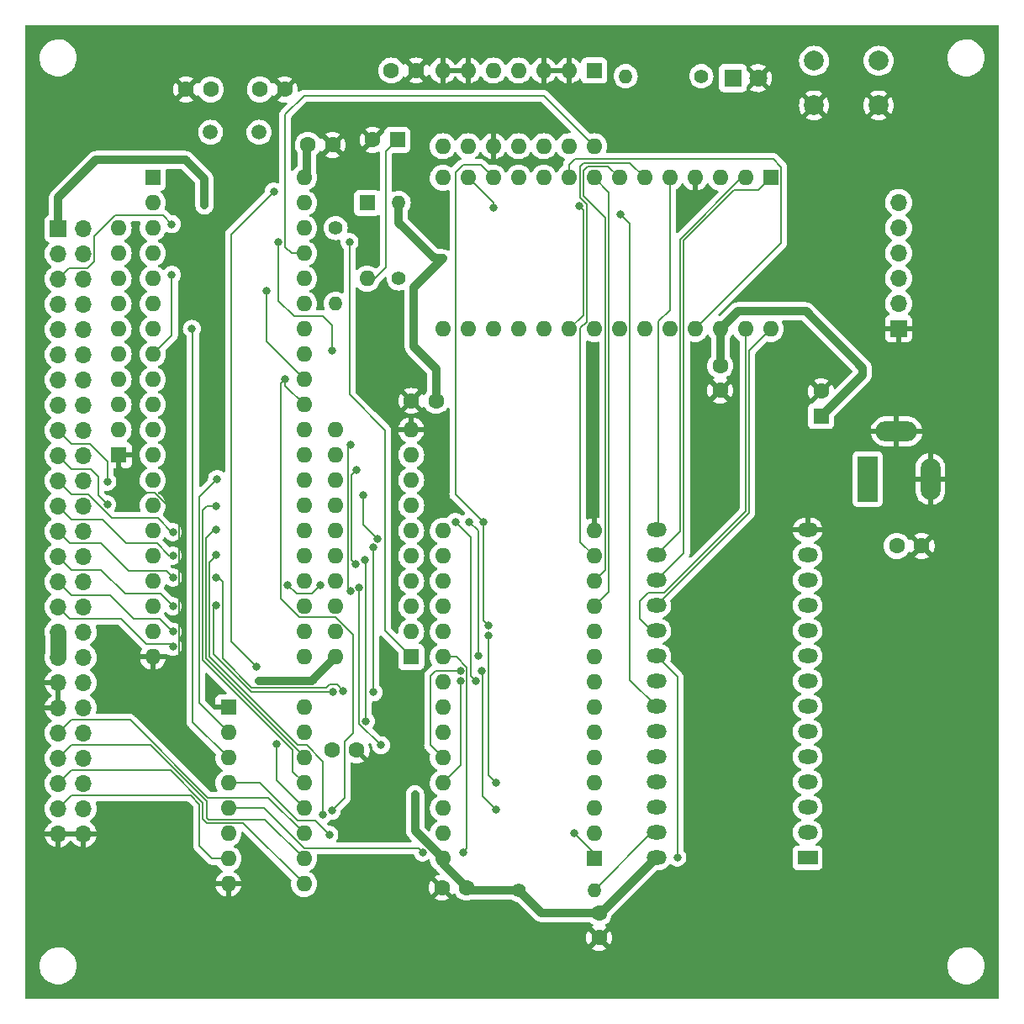
<source format=gbl>
G04 #@! TF.GenerationSoftware,KiCad,Pcbnew,6.0.2*
G04 #@! TF.CreationDate,2022-02-11T23:35:56-08:00*
G04 #@! TF.ProjectId,Easy8085,45617379-3830-4383-952e-6b696361645f,rev?*
G04 #@! TF.SameCoordinates,Original*
G04 #@! TF.FileFunction,Copper,L2,Bot*
G04 #@! TF.FilePolarity,Positive*
%FSLAX46Y46*%
G04 Gerber Fmt 4.6, Leading zero omitted, Abs format (unit mm)*
G04 Created by KiCad (PCBNEW 6.0.2) date 2022-02-11 23:35:56*
%MOMM*%
%LPD*%
G01*
G04 APERTURE LIST*
G04 #@! TA.AperFunction,ComponentPad*
%ADD10C,1.600000*%
G04 #@! TD*
G04 #@! TA.AperFunction,ComponentPad*
%ADD11R,1.700000X1.700000*%
G04 #@! TD*
G04 #@! TA.AperFunction,ComponentPad*
%ADD12O,1.700000X1.700000*%
G04 #@! TD*
G04 #@! TA.AperFunction,ComponentPad*
%ADD13R,1.600000X1.600000*%
G04 #@! TD*
G04 #@! TA.AperFunction,ComponentPad*
%ADD14O,1.600000X1.600000*%
G04 #@! TD*
G04 #@! TA.AperFunction,ComponentPad*
%ADD15R,2.000000X4.600000*%
G04 #@! TD*
G04 #@! TA.AperFunction,ComponentPad*
%ADD16O,2.000000X4.200000*%
G04 #@! TD*
G04 #@! TA.AperFunction,ComponentPad*
%ADD17O,4.200000X2.000000*%
G04 #@! TD*
G04 #@! TA.AperFunction,ComponentPad*
%ADD18C,1.400000*%
G04 #@! TD*
G04 #@! TA.AperFunction,ComponentPad*
%ADD19O,1.400000X1.400000*%
G04 #@! TD*
G04 #@! TA.AperFunction,ComponentPad*
%ADD20C,2.000000*%
G04 #@! TD*
G04 #@! TA.AperFunction,ComponentPad*
%ADD21R,1.800000X1.800000*%
G04 #@! TD*
G04 #@! TA.AperFunction,ComponentPad*
%ADD22C,1.800000*%
G04 #@! TD*
G04 #@! TA.AperFunction,ComponentPad*
%ADD23R,2.000000X1.440000*%
G04 #@! TD*
G04 #@! TA.AperFunction,ComponentPad*
%ADD24O,2.000000X1.440000*%
G04 #@! TD*
G04 #@! TA.AperFunction,ComponentPad*
%ADD25C,1.500000*%
G04 #@! TD*
G04 #@! TA.AperFunction,ViaPad*
%ADD26C,0.800000*%
G04 #@! TD*
G04 #@! TA.AperFunction,Conductor*
%ADD27C,0.812800*%
G04 #@! TD*
G04 #@! TA.AperFunction,Conductor*
%ADD28C,1.625600*%
G04 #@! TD*
G04 #@! TA.AperFunction,Conductor*
%ADD29C,0.200000*%
G04 #@! TD*
G04 APERTURE END LIST*
D10*
G04 #@! TO.P,C6,1*
G04 #@! TO.N,VCC*
X128230000Y-75184000D03*
G04 #@! TO.P,C6,2*
G04 #@! TO.N,GND*
X125730000Y-75184000D03*
G04 #@! TD*
G04 #@! TO.P,C1,1*
G04 #@! TO.N,Net-(C1-Pad1)*
X105537000Y-43815000D03*
G04 #@! TO.P,C1,2*
G04 #@! TO.N,GND*
X103037000Y-43815000D03*
G04 #@! TD*
G04 #@! TO.P,C2,1*
G04 #@! TO.N,Net-(C2-Pad1)*
X110490000Y-43815000D03*
G04 #@! TO.P,C2,2*
G04 #@! TO.N,GND*
X112990000Y-43815000D03*
G04 #@! TD*
D11*
G04 #@! TO.P,J3,1,Pin_1*
G04 #@! TO.N,GND*
X174802800Y-67900000D03*
D12*
G04 #@! TO.P,J3,2,Pin_2*
G04 #@! TO.N,/~{RTS}*
X174802800Y-65360000D03*
G04 #@! TO.P,J3,3,Pin_3*
G04 #@! TO.N,VCC*
X174802800Y-62820000D03*
G04 #@! TO.P,J3,4,Pin_4*
G04 #@! TO.N,/RxD*
X174802800Y-60280000D03*
G04 #@! TO.P,J3,5,Pin_5*
G04 #@! TO.N,/TxD*
X174802800Y-57740000D03*
G04 #@! TO.P,J3,6,Pin_6*
G04 #@! TO.N,/~{CTS}*
X174802800Y-55200000D03*
G04 #@! TD*
D13*
G04 #@! TO.P,U3,1,CP1..3*
G04 #@! TO.N,Net-(U3-Pad1)*
X144150000Y-41920000D03*
D14*
G04 #@! TO.P,U3,2,R0(1)*
G04 #@! TO.N,GND*
X141610000Y-41920000D03*
G04 #@! TO.P,U3,3,R0(2)*
X139070000Y-41920000D03*
G04 #@! TO.P,U3,4,NC*
G04 #@! TO.N,unconnected-(U3-Pad4)*
X136530000Y-41920000D03*
G04 #@! TO.P,U3,5,VCC*
G04 #@! TO.N,VCC*
X133990000Y-41920000D03*
G04 #@! TO.P,U3,6,R9(1)*
G04 #@! TO.N,GND*
X131450000Y-41920000D03*
G04 #@! TO.P,U3,7,R9(2)*
X128910000Y-41920000D03*
G04 #@! TO.P,U3,8,Q2*
G04 #@! TO.N,unconnected-(U3-Pad8)*
X128910000Y-49540000D03*
G04 #@! TO.P,U3,9,Q1*
G04 #@! TO.N,unconnected-(U3-Pad9)*
X131450000Y-49540000D03*
G04 #@! TO.P,U3,10,GND*
G04 #@! TO.N,GND*
X133990000Y-49540000D03*
G04 #@! TO.P,U3,11,Q3*
G04 #@! TO.N,/BAUD_CLK*
X136530000Y-49540000D03*
G04 #@! TO.P,U3,12,Q0*
G04 #@! TO.N,Net-(U3-Pad1)*
X139070000Y-49540000D03*
G04 #@! TO.P,U3,13,NC*
G04 #@! TO.N,unconnected-(U3-Pad13)*
X141610000Y-49540000D03*
G04 #@! TO.P,U3,14,CP0*
G04 #@! TO.N,/CLK*
X144150000Y-49540000D03*
G04 #@! TD*
D15*
G04 #@! TO.P,J2,1*
G04 #@! TO.N,VCC*
X171704000Y-83058000D03*
D16*
G04 #@! TO.P,J2,2*
G04 #@! TO.N,GND*
X178004000Y-83058000D03*
D17*
G04 #@! TO.P,J2,3*
X174604000Y-78258000D03*
G04 #@! TD*
D18*
G04 #@! TO.P,R4,1*
G04 #@! TO.N,VCC*
X136525000Y-124460000D03*
D19*
G04 #@! TO.P,R4,2*
G04 #@! TO.N,Net-(R4-Pad2)*
X144145000Y-124460000D03*
G04 #@! TD*
D10*
G04 #@! TO.P,C9,1*
G04 #@! TO.N,VCC*
X117729000Y-110363000D03*
G04 #@! TO.P,C9,2*
G04 #@! TO.N,GND*
X120229000Y-110363000D03*
G04 #@! TD*
G04 #@! TO.P,C12,1*
G04 #@! TO.N,VCC*
X144653000Y-126746000D03*
G04 #@! TO.P,C12,2*
G04 #@! TO.N,GND*
X144653000Y-129246000D03*
G04 #@! TD*
G04 #@! TO.P,C5,1*
G04 #@! TO.N,VCC*
X123718000Y-41910000D03*
G04 #@! TO.P,C5,2*
G04 #@! TO.N,GND*
X126218000Y-41910000D03*
G04 #@! TD*
D20*
G04 #@! TO.P,SW1,1,1*
G04 #@! TO.N,GND*
X172795000Y-45430000D03*
X166295000Y-45430000D03*
G04 #@! TO.P,SW1,2,2*
G04 #@! TO.N,/~{RES_IN}*
X172795000Y-40930000D03*
X166295000Y-40930000D03*
G04 #@! TD*
D18*
G04 #@! TO.P,R2,1*
G04 #@! TO.N,VCC*
X118110000Y-57785000D03*
D19*
G04 #@! TO.P,R2,2*
G04 #@! TO.N,/READY*
X118110000Y-65405000D03*
G04 #@! TD*
D10*
G04 #@! TO.P,C7,1*
G04 #@! TO.N,VCC*
X156845000Y-71628000D03*
G04 #@! TO.P,C7,2*
G04 #@! TO.N,GND*
X156845000Y-74128000D03*
G04 #@! TD*
D18*
G04 #@! TO.P,R3,1*
G04 #@! TO.N,Net-(LED1-Pad1)*
X154940000Y-42480000D03*
D19*
G04 #@! TO.P,R3,2*
G04 #@! TO.N,VCC*
X147320000Y-42480000D03*
G04 #@! TD*
D13*
G04 #@! TO.P,RN1,1,common*
G04 #@! TO.N,GND*
X96266000Y-80645000D03*
D14*
G04 #@! TO.P,RN1,2,R1*
G04 #@! TO.N,unconnected-(RN1-Pad2)*
X96266000Y-78105000D03*
G04 #@! TO.P,RN1,3,R2*
G04 #@! TO.N,/INTR*
X96266000Y-75565000D03*
G04 #@! TO.P,RN1,4,R3*
G04 #@! TO.N,/RST5.5*
X96266000Y-73025000D03*
G04 #@! TO.P,RN1,5,R4*
G04 #@! TO.N,/RST6.5*
X96266000Y-70485000D03*
G04 #@! TO.P,RN1,6,R5*
G04 #@! TO.N,/RST7.5*
X96266000Y-67945000D03*
G04 #@! TO.P,RN1,7,R6*
G04 #@! TO.N,/TRAP*
X96266000Y-65405000D03*
G04 #@! TO.P,RN1,8,R7*
G04 #@! TO.N,unconnected-(RN1-Pad8)*
X96266000Y-62865000D03*
G04 #@! TO.P,RN1,9,R8*
G04 #@! TO.N,/SID*
X96266000Y-60325000D03*
G04 #@! TO.P,RN1,10,R9*
G04 #@! TO.N,/HOLD*
X96266000Y-57785000D03*
G04 #@! TD*
D10*
G04 #@! TO.P,C10,1*
G04 #@! TO.N,VCC*
X174625000Y-89789000D03*
G04 #@! TO.P,C10,2*
G04 #@! TO.N,GND*
X177125000Y-89789000D03*
G04 #@! TD*
D21*
G04 #@! TO.P,LED1,1,K*
G04 #@! TO.N,Net-(LED1-Pad1)*
X158115000Y-42680000D03*
D22*
G04 #@! TO.P,LED1,2,A*
G04 #@! TO.N,GND*
X160655000Y-42680000D03*
G04 #@! TD*
D11*
G04 #@! TO.P,J1,1,Pin_1*
G04 #@! TO.N,VCC*
X90165000Y-57840000D03*
D12*
G04 #@! TO.P,J1,2,Pin_2*
G04 #@! TO.N,/RES_OUT*
X92705000Y-57840000D03*
G04 #@! TO.P,J1,3,Pin_3*
G04 #@! TO.N,/HOLD*
X90165000Y-60380000D03*
G04 #@! TO.P,J1,4,Pin_4*
G04 #@! TO.N,/SOD*
X92705000Y-60380000D03*
G04 #@! TO.P,J1,5,Pin_5*
G04 #@! TO.N,/HLDA*
X90165000Y-62920000D03*
G04 #@! TO.P,J1,6,Pin_6*
G04 #@! TO.N,/SID*
X92705000Y-62920000D03*
G04 #@! TO.P,J1,7,Pin_7*
G04 #@! TO.N,/CLK*
X90165000Y-65460000D03*
G04 #@! TO.P,J1,8,Pin_8*
G04 #@! TO.N,/TRAP*
X92705000Y-65460000D03*
G04 #@! TO.P,J1,9,Pin_9*
G04 #@! TO.N,/~{RES_IN}*
X90165000Y-68000000D03*
G04 #@! TO.P,J1,10,Pin_10*
G04 #@! TO.N,/RST7.5*
X92705000Y-68000000D03*
G04 #@! TO.P,J1,11,Pin_11*
G04 #@! TO.N,/IO{slash}~{M}*
X90165000Y-70540000D03*
G04 #@! TO.P,J1,12,Pin_12*
G04 #@! TO.N,/RST5.5*
X92705000Y-70540000D03*
G04 #@! TO.P,J1,13,Pin_13*
G04 #@! TO.N,/~{RD}*
X90165000Y-73080000D03*
G04 #@! TO.P,J1,14,Pin_14*
G04 #@! TO.N,/INTR*
X92705000Y-73080000D03*
G04 #@! TO.P,J1,15,Pin_15*
G04 #@! TO.N,/~{WR}*
X90165000Y-75620000D03*
G04 #@! TO.P,J1,16,Pin_16*
G04 #@! TO.N,/~{INTA}*
X92705000Y-75620000D03*
G04 #@! TO.P,J1,17,Pin_17*
G04 #@! TO.N,/A15*
X90165000Y-78160000D03*
G04 #@! TO.P,J1,18,Pin_18*
G04 #@! TO.N,/AD0*
X92705000Y-78160000D03*
G04 #@! TO.P,J1,19,Pin_19*
G04 #@! TO.N,/A14*
X90165000Y-80700000D03*
G04 #@! TO.P,J1,20,Pin_20*
G04 #@! TO.N,/A0*
X92705000Y-80700000D03*
G04 #@! TO.P,J1,21,Pin_21*
G04 #@! TO.N,/A13*
X90165000Y-83240000D03*
G04 #@! TO.P,J1,22,Pin_22*
G04 #@! TO.N,/AD1*
X92705000Y-83240000D03*
G04 #@! TO.P,J1,23,Pin_23*
G04 #@! TO.N,/A12*
X90165000Y-85780000D03*
G04 #@! TO.P,J1,24,Pin_24*
G04 #@! TO.N,/A1*
X92705000Y-85780000D03*
G04 #@! TO.P,J1,25,Pin_25*
G04 #@! TO.N,/A11*
X90165000Y-88320000D03*
G04 #@! TO.P,J1,26,Pin_26*
G04 #@! TO.N,/AD2*
X92705000Y-88320000D03*
G04 #@! TO.P,J1,27,Pin_27*
G04 #@! TO.N,/A10*
X90165000Y-90860000D03*
G04 #@! TO.P,J1,28,Pin_28*
G04 #@! TO.N,/A2*
X92705000Y-90860000D03*
G04 #@! TO.P,J1,29,Pin_29*
G04 #@! TO.N,/A9*
X90165000Y-93400000D03*
G04 #@! TO.P,J1,30,Pin_30*
G04 #@! TO.N,/AD3*
X92705000Y-93400000D03*
G04 #@! TO.P,J1,31,Pin_31*
G04 #@! TO.N,/A8*
X90165000Y-95940000D03*
G04 #@! TO.P,J1,32,Pin_32*
G04 #@! TO.N,/A3*
X92705000Y-95940000D03*
G04 #@! TO.P,J1,33,Pin_33*
G04 #@! TO.N,VCC*
X90165000Y-98480000D03*
G04 #@! TO.P,J1,34,Pin_34*
G04 #@! TO.N,/AD4*
X92705000Y-98480000D03*
G04 #@! TO.P,J1,35,Pin_35*
G04 #@! TO.N,VCC*
X90165000Y-101020000D03*
G04 #@! TO.P,J1,36,Pin_36*
G04 #@! TO.N,/A4*
X92705000Y-101020000D03*
G04 #@! TO.P,J1,37,Pin_37*
G04 #@! TO.N,GND*
X90165000Y-103560000D03*
G04 #@! TO.P,J1,38,Pin_38*
G04 #@! TO.N,/AD5*
X92705000Y-103560000D03*
G04 #@! TO.P,J1,39,Pin_39*
G04 #@! TO.N,GND*
X90165000Y-106100000D03*
G04 #@! TO.P,J1,40,Pin_40*
G04 #@! TO.N,/A5*
X92705000Y-106100000D03*
G04 #@! TO.P,J1,41,Pin_41*
G04 #@! TO.N,/~{20-3F}*
X90165000Y-108640000D03*
G04 #@! TO.P,J1,42,Pin_42*
G04 #@! TO.N,/AD6*
X92705000Y-108640000D03*
G04 #@! TO.P,J1,43,Pin_43*
G04 #@! TO.N,/~{40-5F}*
X90165000Y-111180000D03*
G04 #@! TO.P,J1,44,Pin_44*
G04 #@! TO.N,/A6*
X92705000Y-111180000D03*
G04 #@! TO.P,J1,45,Pin_45*
G04 #@! TO.N,/~{60-7F}*
X90165000Y-113720000D03*
G04 #@! TO.P,J1,46,Pin_46*
G04 #@! TO.N,/AD7*
X92705000Y-113720000D03*
G04 #@! TO.P,J1,47,Pin_47*
G04 #@! TO.N,/~{HIGH_IO}*
X90165000Y-116260000D03*
G04 #@! TO.P,J1,48,Pin_48*
G04 #@! TO.N,/A7*
X92705000Y-116260000D03*
G04 #@! TO.P,J1,49,Pin_49*
G04 #@! TO.N,GND*
X90165000Y-118800000D03*
G04 #@! TO.P,J1,50,Pin_50*
X92705000Y-118800000D03*
G04 #@! TD*
D13*
G04 #@! TO.P,U1,1,X1*
G04 #@! TO.N,Net-(C1-Pad1)*
X99695000Y-52705000D03*
D14*
G04 #@! TO.P,U1,2,X2*
G04 #@! TO.N,Net-(C2-Pad1)*
X99695000Y-55245000D03*
G04 #@! TO.P,U1,3,RES_OUT*
G04 #@! TO.N,/RES_OUT*
X99695000Y-57785000D03*
G04 #@! TO.P,U1,4,SOD*
G04 #@! TO.N,/SOD*
X99695000Y-60325000D03*
G04 #@! TO.P,U1,5,SID*
G04 #@! TO.N,/SID*
X99695000Y-62865000D03*
G04 #@! TO.P,U1,6,TRAP*
G04 #@! TO.N,/TRAP*
X99695000Y-65405000D03*
G04 #@! TO.P,U1,7,RST7_5*
G04 #@! TO.N,/RST7.5*
X99695000Y-67945000D03*
G04 #@! TO.P,U1,8,RST6_5*
G04 #@! TO.N,/RST6.5*
X99695000Y-70485000D03*
G04 #@! TO.P,U1,9,RST5_5*
G04 #@! TO.N,/RST5.5*
X99695000Y-73025000D03*
G04 #@! TO.P,U1,10,INTR*
G04 #@! TO.N,/INTR*
X99695000Y-75565000D03*
G04 #@! TO.P,U1,11,INTA*
G04 #@! TO.N,/~{INTA}*
X99695000Y-78105000D03*
G04 #@! TO.P,U1,12,AD0*
G04 #@! TO.N,/AD0*
X99695000Y-80645000D03*
G04 #@! TO.P,U1,13,AD1*
G04 #@! TO.N,/AD1*
X99695000Y-83185000D03*
G04 #@! TO.P,U1,14,AD2*
G04 #@! TO.N,/AD2*
X99695000Y-85725000D03*
G04 #@! TO.P,U1,15,AD3*
G04 #@! TO.N,/AD3*
X99695000Y-88265000D03*
G04 #@! TO.P,U1,16,AD4*
G04 #@! TO.N,/AD4*
X99695000Y-90805000D03*
G04 #@! TO.P,U1,17,AD5*
G04 #@! TO.N,/AD5*
X99695000Y-93345000D03*
G04 #@! TO.P,U1,18,AD6*
G04 #@! TO.N,/AD6*
X99695000Y-95885000D03*
G04 #@! TO.P,U1,19,AD7*
G04 #@! TO.N,/AD7*
X99695000Y-98425000D03*
G04 #@! TO.P,U1,20,VSS*
G04 #@! TO.N,GND*
X99695000Y-100965000D03*
G04 #@! TO.P,U1,21,A8*
G04 #@! TO.N,/A8*
X114935000Y-100965000D03*
G04 #@! TO.P,U1,22,A9*
G04 #@! TO.N,/A9*
X114935000Y-98425000D03*
G04 #@! TO.P,U1,23,A10*
G04 #@! TO.N,/A10*
X114935000Y-95885000D03*
G04 #@! TO.P,U1,24,A11*
G04 #@! TO.N,/A11*
X114935000Y-93345000D03*
G04 #@! TO.P,U1,25,A12*
G04 #@! TO.N,/A12*
X114935000Y-90805000D03*
G04 #@! TO.P,U1,26,A13*
G04 #@! TO.N,/A13*
X114935000Y-88265000D03*
G04 #@! TO.P,U1,27,A14*
G04 #@! TO.N,/A14*
X114935000Y-85725000D03*
G04 #@! TO.P,U1,28,A15*
G04 #@! TO.N,/A15*
X114935000Y-83185000D03*
G04 #@! TO.P,U1,29,S0*
G04 #@! TO.N,unconnected-(U1-Pad29)*
X114935000Y-80645000D03*
G04 #@! TO.P,U1,30,ALE*
G04 #@! TO.N,/ALE*
X114935000Y-78105000D03*
G04 #@! TO.P,U1,31,WR*
G04 #@! TO.N,/~{WR}*
X114935000Y-75565000D03*
G04 #@! TO.P,U1,32,RD*
G04 #@! TO.N,/~{RD}*
X114935000Y-73025000D03*
G04 #@! TO.P,U1,33,S1*
G04 #@! TO.N,unconnected-(U1-Pad33)*
X114935000Y-70485000D03*
G04 #@! TO.P,U1,34,IO/~{M}*
G04 #@! TO.N,/IO{slash}~{M}*
X114935000Y-67945000D03*
G04 #@! TO.P,U1,35,READY*
G04 #@! TO.N,/READY*
X114935000Y-65405000D03*
G04 #@! TO.P,U1,36,RES_IN*
G04 #@! TO.N,/~{RES_IN}*
X114935000Y-62865000D03*
G04 #@! TO.P,U1,37,CLK*
G04 #@! TO.N,/CLK*
X114935000Y-60325000D03*
G04 #@! TO.P,U1,38,HLDA*
G04 #@! TO.N,/HLDA*
X114935000Y-57785000D03*
G04 #@! TO.P,U1,39,HOLD*
G04 #@! TO.N,/HOLD*
X114935000Y-55245000D03*
G04 #@! TO.P,U1,40,VCC*
G04 #@! TO.N,VCC*
X114935000Y-52705000D03*
G04 #@! TD*
D23*
G04 #@! TO.P,U7,1,A14*
G04 #@! TO.N,/A14*
X165642500Y-121200000D03*
D24*
G04 #@! TO.P,U7,2,A12*
G04 #@! TO.N,/A12*
X165642500Y-118660000D03*
G04 #@! TO.P,U7,3,A7*
G04 #@! TO.N,/A7*
X165642500Y-116120000D03*
G04 #@! TO.P,U7,4,A6*
G04 #@! TO.N,/A6*
X165642500Y-113580000D03*
G04 #@! TO.P,U7,5,A5*
G04 #@! TO.N,/A5*
X165642500Y-111040000D03*
G04 #@! TO.P,U7,6,A4*
G04 #@! TO.N,/A4*
X165642500Y-108500000D03*
G04 #@! TO.P,U7,7,A3*
G04 #@! TO.N,/A3*
X165642500Y-105960000D03*
G04 #@! TO.P,U7,8,A2*
G04 #@! TO.N,/A2*
X165642500Y-103420000D03*
G04 #@! TO.P,U7,9,A1*
G04 #@! TO.N,/A1*
X165642500Y-100880000D03*
G04 #@! TO.P,U7,10,A0*
G04 #@! TO.N,/A0*
X165642500Y-98340000D03*
G04 #@! TO.P,U7,11,D0*
G04 #@! TO.N,/AD0*
X165642500Y-95800000D03*
G04 #@! TO.P,U7,12,D1*
G04 #@! TO.N,/AD1*
X165642500Y-93260000D03*
G04 #@! TO.P,U7,13,D2*
G04 #@! TO.N,/AD2*
X165642500Y-90720000D03*
G04 #@! TO.P,U7,14,GND*
G04 #@! TO.N,GND*
X165642500Y-88180000D03*
G04 #@! TO.P,U7,15,D3*
G04 #@! TO.N,/AD3*
X150402500Y-88180000D03*
G04 #@! TO.P,U7,16,D4*
G04 #@! TO.N,/AD4*
X150402500Y-90720000D03*
G04 #@! TO.P,U7,17,D5*
G04 #@! TO.N,/AD5*
X150402500Y-93260000D03*
G04 #@! TO.P,U7,18,D6*
G04 #@! TO.N,/AD6*
X150402500Y-95800000D03*
G04 #@! TO.P,U7,19,D7*
G04 #@! TO.N,/AD7*
X150402500Y-98340000D03*
G04 #@! TO.P,U7,20,~{CE}*
G04 #@! TO.N,/~{ROM}*
X150402500Y-100880000D03*
G04 #@! TO.P,U7,21,A10*
G04 #@! TO.N,/A10*
X150402500Y-103420000D03*
G04 #@! TO.P,U7,22,~{OE}*
G04 #@! TO.N,/~{RD}*
X150402500Y-105960000D03*
G04 #@! TO.P,U7,23,A11*
G04 #@! TO.N,/A11*
X150402500Y-108500000D03*
G04 #@! TO.P,U7,24,A9*
G04 #@! TO.N,/A9*
X150402500Y-111040000D03*
G04 #@! TO.P,U7,25,A8*
G04 #@! TO.N,/A8*
X150402500Y-113580000D03*
G04 #@! TO.P,U7,26,A13*
G04 #@! TO.N,/A13*
X150402500Y-116120000D03*
G04 #@! TO.P,U7,27,~{WE}*
G04 #@! TO.N,Net-(R4-Pad2)*
X150402500Y-118660000D03*
G04 #@! TO.P,U7,28,VCC*
G04 #@! TO.N,VCC*
X150402500Y-121200000D03*
G04 #@! TD*
D13*
G04 #@! TO.P,U4,1,E*
G04 #@! TO.N,GND*
X107310000Y-106050000D03*
D14*
G04 #@! TO.P,U4,2,A0*
G04 #@! TO.N,/A15*
X107310000Y-108590000D03*
G04 #@! TO.P,U4,3,A1*
G04 #@! TO.N,/IO{slash}~{M}*
X107310000Y-111130000D03*
G04 #@! TO.P,U4,4,O0*
G04 #@! TO.N,/~{ROM}*
X107310000Y-113670000D03*
G04 #@! TO.P,U4,5,O1*
G04 #@! TO.N,/~{RAM}*
X107310000Y-116210000D03*
G04 #@! TO.P,U4,6,O2*
G04 #@! TO.N,Net-(U4-Pad15)*
X107310000Y-118750000D03*
G04 #@! TO.P,U4,7,O3*
G04 #@! TO.N,/~{HIGH_IO}*
X107310000Y-121290000D03*
G04 #@! TO.P,U4,8,GND*
G04 #@! TO.N,GND*
X107310000Y-123830000D03*
G04 #@! TO.P,U4,9,O3*
G04 #@! TO.N,/~{60-7F}*
X114930000Y-123830000D03*
G04 #@! TO.P,U4,10,O2*
G04 #@! TO.N,/~{40-5F}*
X114930000Y-121290000D03*
G04 #@! TO.P,U4,11,O1*
G04 #@! TO.N,/~{20-3F}*
X114930000Y-118750000D03*
G04 #@! TO.P,U4,12,O0*
G04 #@! TO.N,/~{SERIAL}*
X114930000Y-116210000D03*
G04 #@! TO.P,U4,13,A1*
G04 #@! TO.N,/A14*
X114930000Y-113670000D03*
G04 #@! TO.P,U4,14,A0*
G04 #@! TO.N,/A13*
X114930000Y-111130000D03*
G04 #@! TO.P,U4,15,E*
G04 #@! TO.N,Net-(U4-Pad15)*
X114930000Y-108590000D03*
G04 #@! TO.P,U4,16,VCC*
G04 #@! TO.N,VCC*
X114930000Y-106050000D03*
G04 #@! TD*
D13*
G04 #@! TO.P,C8,1*
G04 #@! TO.N,VCC*
X167005000Y-76726394D03*
D10*
G04 #@! TO.P,C8,2*
G04 #@! TO.N,GND*
X167005000Y-74226394D03*
G04 #@! TD*
D18*
G04 #@! TO.P,R1,1*
G04 #@! TO.N,/~{RES_IN}*
X124460000Y-62865000D03*
D19*
G04 #@! TO.P,R1,2*
G04 #@! TO.N,VCC*
X124460000Y-55245000D03*
G04 #@! TD*
D10*
G04 #@! TO.P,C4,1*
G04 #@! TO.N,VCC*
X115316000Y-49403000D03*
G04 #@! TO.P,C4,2*
G04 #@! TO.N,GND*
X117816000Y-49403000D03*
G04 #@! TD*
D13*
G04 #@! TO.P,U5,1,OE*
G04 #@! TO.N,/HLDA*
X125720000Y-100960000D03*
D14*
G04 #@! TO.P,U5,2,D0*
G04 #@! TO.N,/AD7*
X125720000Y-98420000D03*
G04 #@! TO.P,U5,3,D1*
G04 #@! TO.N,/AD6*
X125720000Y-95880000D03*
G04 #@! TO.P,U5,4,D2*
G04 #@! TO.N,/AD5*
X125720000Y-93340000D03*
G04 #@! TO.P,U5,5,D3*
G04 #@! TO.N,/AD4*
X125720000Y-90800000D03*
G04 #@! TO.P,U5,6,D4*
G04 #@! TO.N,/AD3*
X125720000Y-88260000D03*
G04 #@! TO.P,U5,7,D5*
G04 #@! TO.N,/AD2*
X125720000Y-85720000D03*
G04 #@! TO.P,U5,8,D6*
G04 #@! TO.N,/AD1*
X125720000Y-83180000D03*
G04 #@! TO.P,U5,9,D7*
G04 #@! TO.N,/AD0*
X125720000Y-80640000D03*
G04 #@! TO.P,U5,10,GND*
G04 #@! TO.N,GND*
X125720000Y-78100000D03*
G04 #@! TO.P,U5,11,Load*
G04 #@! TO.N,/ALE*
X118100000Y-78100000D03*
G04 #@! TO.P,U5,12,Q7*
G04 #@! TO.N,/A0*
X118100000Y-80640000D03*
G04 #@! TO.P,U5,13,Q6*
G04 #@! TO.N,/A1*
X118100000Y-83180000D03*
G04 #@! TO.P,U5,14,Q5*
G04 #@! TO.N,/A2*
X118100000Y-85720000D03*
G04 #@! TO.P,U5,15,Q4*
G04 #@! TO.N,/A3*
X118100000Y-88260000D03*
G04 #@! TO.P,U5,16,Q3*
G04 #@! TO.N,/A4*
X118100000Y-90800000D03*
G04 #@! TO.P,U5,17,Q2*
G04 #@! TO.N,/A5*
X118100000Y-93340000D03*
G04 #@! TO.P,U5,18,Q1*
G04 #@! TO.N,/A6*
X118100000Y-95880000D03*
G04 #@! TO.P,U5,19,Q0*
G04 #@! TO.N,/A7*
X118100000Y-98420000D03*
G04 #@! TO.P,U5,20,VCC*
G04 #@! TO.N,VCC*
X118100000Y-100960000D03*
G04 #@! TD*
D13*
G04 #@! TO.P,C3,1*
G04 #@! TO.N,/~{RES_IN}*
X124333000Y-48895000D03*
D10*
G04 #@! TO.P,C3,2*
G04 #@! TO.N,GND*
X121833000Y-48895000D03*
G04 #@! TD*
D13*
G04 #@! TO.P,U6,1,A14*
G04 #@! TO.N,/A14*
X144150000Y-121280000D03*
D14*
G04 #@! TO.P,U6,2,A12*
G04 #@! TO.N,/A12*
X144150000Y-118740000D03*
G04 #@! TO.P,U6,3,A7*
G04 #@! TO.N,/A7*
X144150000Y-116200000D03*
G04 #@! TO.P,U6,4,A6*
G04 #@! TO.N,/A6*
X144150000Y-113660000D03*
G04 #@! TO.P,U6,5,A5*
G04 #@! TO.N,/A5*
X144150000Y-111120000D03*
G04 #@! TO.P,U6,6,A4*
G04 #@! TO.N,/A4*
X144150000Y-108580000D03*
G04 #@! TO.P,U6,7,A3*
G04 #@! TO.N,/A3*
X144150000Y-106040000D03*
G04 #@! TO.P,U6,8,A2*
G04 #@! TO.N,/A2*
X144150000Y-103500000D03*
G04 #@! TO.P,U6,9,A1*
G04 #@! TO.N,/A1*
X144150000Y-100960000D03*
G04 #@! TO.P,U6,10,A0*
G04 #@! TO.N,/A0*
X144150000Y-98420000D03*
G04 #@! TO.P,U6,11,Q0*
G04 #@! TO.N,/AD0*
X144150000Y-95880000D03*
G04 #@! TO.P,U6,12,Q1*
G04 #@! TO.N,/AD1*
X144150000Y-93340000D03*
G04 #@! TO.P,U6,13,Q2*
G04 #@! TO.N,/AD2*
X144150000Y-90800000D03*
G04 #@! TO.P,U6,14,GND*
G04 #@! TO.N,GND*
X144150000Y-88260000D03*
G04 #@! TO.P,U6,15,Q3*
G04 #@! TO.N,/AD3*
X128910000Y-88260000D03*
G04 #@! TO.P,U6,16,Q4*
G04 #@! TO.N,/AD4*
X128910000Y-90800000D03*
G04 #@! TO.P,U6,17,Q5*
G04 #@! TO.N,/AD5*
X128910000Y-93340000D03*
G04 #@! TO.P,U6,18,Q6*
G04 #@! TO.N,/AD6*
X128910000Y-95880000D03*
G04 #@! TO.P,U6,19,Q7*
G04 #@! TO.N,/AD7*
X128910000Y-98420000D03*
G04 #@! TO.P,U6,20,~{CS}*
G04 #@! TO.N,/~{RAM}*
X128910000Y-100960000D03*
G04 #@! TO.P,U6,21,A10*
G04 #@! TO.N,/A10*
X128910000Y-103500000D03*
G04 #@! TO.P,U6,22,~{OE}*
G04 #@! TO.N,/~{RD}*
X128910000Y-106040000D03*
G04 #@! TO.P,U6,23,A11*
G04 #@! TO.N,/A11*
X128910000Y-108580000D03*
G04 #@! TO.P,U6,24,A9*
G04 #@! TO.N,/A9*
X128910000Y-111120000D03*
G04 #@! TO.P,U6,25,A8*
G04 #@! TO.N,/A8*
X128910000Y-113660000D03*
G04 #@! TO.P,U6,26,A13*
G04 #@! TO.N,/A13*
X128910000Y-116200000D03*
G04 #@! TO.P,U6,27,~{WE}*
G04 #@! TO.N,/~{WR}*
X128910000Y-118740000D03*
G04 #@! TO.P,U6,28,VCC*
G04 #@! TO.N,VCC*
X128910000Y-121280000D03*
G04 #@! TD*
D13*
G04 #@! TO.P,D1,1,K*
G04 #@! TO.N,VCC*
X121285000Y-55250000D03*
D14*
G04 #@! TO.P,D1,2,A*
G04 #@! TO.N,/~{RES_IN}*
X121285000Y-62870000D03*
G04 #@! TD*
D25*
G04 #@! TO.P,Y1,1,1*
G04 #@! TO.N,Net-(C2-Pad1)*
X110400000Y-48133000D03*
G04 #@! TO.P,Y1,2,2*
G04 #@! TO.N,Net-(C1-Pad1)*
X105520000Y-48133000D03*
G04 #@! TD*
D10*
G04 #@! TO.P,C11,1*
G04 #@! TO.N,VCC*
X131318000Y-124206000D03*
G04 #@! TO.P,C11,2*
G04 #@! TO.N,GND*
X128818000Y-124206000D03*
G04 #@! TD*
D13*
G04 #@! TO.P,U2,1,D2*
G04 #@! TO.N,/AD5*
X161930000Y-52710000D03*
D14*
G04 #@! TO.P,U2,2,D3*
G04 #@! TO.N,/AD4*
X159390000Y-52710000D03*
G04 #@! TO.P,U2,3,RxD*
G04 #@! TO.N,/RxD*
X156850000Y-52710000D03*
G04 #@! TO.P,U2,4,GND*
G04 #@! TO.N,GND*
X154310000Y-52710000D03*
G04 #@! TO.P,U2,5,D4*
G04 #@! TO.N,/AD3*
X151770000Y-52710000D03*
G04 #@! TO.P,U2,6,D5*
G04 #@! TO.N,/AD2*
X149230000Y-52710000D03*
G04 #@! TO.P,U2,7,D6*
G04 #@! TO.N,/AD1*
X146690000Y-52710000D03*
G04 #@! TO.P,U2,8,D7*
G04 #@! TO.N,/AD0*
X144150000Y-52710000D03*
G04 #@! TO.P,U2,9,~{TxC}*
G04 #@! TO.N,/BAUD_CLK*
X141610000Y-52710000D03*
G04 #@! TO.P,U2,10,~{WR}*
G04 #@! TO.N,/~{WR}*
X139070000Y-52710000D03*
G04 #@! TO.P,U2,11,~{CS}*
G04 #@! TO.N,/~{SERIAL}*
X136530000Y-52710000D03*
G04 #@! TO.P,U2,12,C/~{D}*
G04 #@! TO.N,/A0*
X133990000Y-52710000D03*
G04 #@! TO.P,U2,13,~{RD}*
G04 #@! TO.N,/~{RD}*
X131450000Y-52710000D03*
G04 #@! TO.P,U2,14,RxRDY*
G04 #@! TO.N,/RST6.5*
X128910000Y-52710000D03*
G04 #@! TO.P,U2,15,TxRDY*
G04 #@! TO.N,unconnected-(U2-Pad15)*
X128910000Y-67950000D03*
G04 #@! TO.P,U2,16,SYNDET*
G04 #@! TO.N,unconnected-(U2-Pad16)*
X131450000Y-67950000D03*
G04 #@! TO.P,U2,17,~{CTS}*
G04 #@! TO.N,/~{CTS}*
X133990000Y-67950000D03*
G04 #@! TO.P,U2,18,TxE*
G04 #@! TO.N,unconnected-(U2-Pad18)*
X136530000Y-67950000D03*
G04 #@! TO.P,U2,19,TxD*
G04 #@! TO.N,/TxD*
X139070000Y-67950000D03*
G04 #@! TO.P,U2,20,CLK*
G04 #@! TO.N,/CLK*
X141610000Y-67950000D03*
G04 #@! TO.P,U2,21,RESET*
G04 #@! TO.N,/RES_OUT*
X144150000Y-67950000D03*
G04 #@! TO.P,U2,22,~{DSR}*
G04 #@! TO.N,unconnected-(U2-Pad22)*
X146690000Y-67950000D03*
G04 #@! TO.P,U2,23,~{RTS}*
G04 #@! TO.N,/~{RTS}*
X149230000Y-67950000D03*
G04 #@! TO.P,U2,24,~{DTR}*
G04 #@! TO.N,unconnected-(U2-Pad24)*
X151770000Y-67950000D03*
G04 #@! TO.P,U2,25,~{RxC}*
G04 #@! TO.N,/BAUD_CLK*
X154310000Y-67950000D03*
G04 #@! TO.P,U2,26,VCC*
G04 #@! TO.N,VCC*
X156850000Y-67950000D03*
G04 #@! TO.P,U2,27,D0*
G04 #@! TO.N,/AD7*
X159390000Y-67950000D03*
G04 #@! TO.P,U2,28,D1*
G04 #@! TO.N,/AD6*
X161930000Y-67950000D03*
G04 #@! TD*
D26*
G04 #@! TO.N,VCC*
X110363000Y-103378000D03*
X128905000Y-60833000D03*
X104902000Y-55499000D03*
X126111000Y-114808000D03*
G04 #@! TO.N,GND*
X103378000Y-110744000D03*
X102362000Y-107823000D03*
X103378000Y-117094000D03*
X154305000Y-49403000D03*
X138303000Y-45847000D03*
X105537000Y-105029000D03*
G04 #@! TO.N,/RES_OUT*
X112378100Y-59182000D03*
X117729000Y-70120900D03*
G04 #@! TO.N,/HLDA*
X101600000Y-57389989D03*
X119507000Y-59182000D03*
G04 #@! TO.N,/CLK*
X142659587Y-55570513D03*
G04 #@! TO.N,/IO{slash}~{M}*
X103632000Y-67919600D03*
G04 #@! TO.N,/~{RD}*
X133985000Y-55753000D03*
X146812000Y-56388000D03*
X111125000Y-64135000D03*
G04 #@! TO.N,/~{WR}*
X117729000Y-116459000D03*
X113030000Y-73025000D03*
G04 #@! TO.N,/A15*
X95123000Y-83312000D03*
X106172000Y-83058000D03*
G04 #@! TO.N,/AD0*
X119583200Y-94335600D03*
X119583200Y-79603600D03*
G04 #@! TO.N,/A14*
X142113000Y-118745000D03*
X106057189Y-85750400D03*
X95114550Y-85612784D03*
G04 #@! TO.N,/A0*
X132969000Y-87376000D03*
X133477000Y-97773536D03*
G04 #@! TO.N,/A13*
X101716374Y-88392000D03*
X106057189Y-88138000D03*
G04 #@! TO.N,/AD1*
X120243600Y-82143600D03*
X120150944Y-91633505D03*
G04 #@! TO.N,/A12*
X116822615Y-116876834D03*
X101716374Y-90762601D03*
X106057189Y-90678000D03*
G04 #@! TO.N,/A1*
X131572000Y-87376000D03*
X132461000Y-100838000D03*
G04 #@! TO.N,/A11*
X101727000Y-92964000D03*
X118872000Y-104394000D03*
X106057189Y-92964000D03*
G04 #@! TO.N,/AD2*
X122330371Y-89057097D03*
X120904000Y-84683600D03*
G04 #@! TO.N,/A10*
X117826671Y-104508571D03*
X106057189Y-95758000D03*
X101716374Y-95872797D03*
G04 #@! TO.N,/A2*
X132240801Y-103396193D03*
X130175000Y-87376000D03*
G04 #@! TO.N,/A9*
X130683000Y-102362000D03*
X101716374Y-98425000D03*
G04 #@! TO.N,/A8*
X130683000Y-103378000D03*
X101727000Y-99949000D03*
G04 #@! TO.N,/A3*
X121920000Y-89916000D03*
X121920000Y-104521000D03*
G04 #@! TO.N,/A4*
X121158000Y-107442000D03*
X121019434Y-91243834D03*
G04 #@! TO.N,/A5*
X113284000Y-93726000D03*
X122682000Y-109855000D03*
X116586000Y-93726000D03*
X120506100Y-94035447D03*
G04 #@! TO.N,/A6*
X134239000Y-113665000D03*
X133477000Y-98806000D03*
G04 #@! TO.N,/A7*
X132806131Y-102362000D03*
X134239000Y-116332000D03*
G04 #@! TO.N,/RST6.5*
X101616900Y-62484000D03*
G04 #@! TO.N,/~{ROM}*
X117475000Y-118872000D03*
X152527000Y-121158000D03*
G04 #@! TO.N,/~{RAM}*
X126873000Y-120650000D03*
X130937000Y-120650000D03*
G04 #@! TO.N,/~{SERIAL}*
X112141000Y-109728000D03*
X110109000Y-101981000D03*
X111887000Y-54102000D03*
G04 #@! TD*
D27*
G04 #@! TO.N,VCC*
X115189000Y-49530000D02*
X115189000Y-52451000D01*
X90165000Y-54742000D02*
X90165000Y-57840000D01*
X126111000Y-114808000D02*
X126111000Y-118481000D01*
X156850000Y-67950000D02*
X158633000Y-66167000D01*
X102997000Y-50927000D02*
X93980000Y-50927000D01*
X104902000Y-55499000D02*
X104902000Y-52832000D01*
X165481000Y-66167000D02*
X171196000Y-71882000D01*
X156850000Y-71623000D02*
X156845000Y-71628000D01*
X136525000Y-124460000D02*
X131572000Y-124460000D01*
X171196000Y-71882000D02*
X171196000Y-72535394D01*
X144856500Y-126746000D02*
X138811000Y-126746000D01*
X126111000Y-118481000D02*
X128910000Y-121280000D01*
X156850000Y-67950000D02*
X156850000Y-71623000D01*
X138811000Y-126746000D02*
X136525000Y-124460000D01*
X125984000Y-63754000D02*
X128905000Y-60833000D01*
X171196000Y-72535394D02*
X167005000Y-76726394D01*
X150402500Y-121200000D02*
X144856500Y-126746000D01*
X93980000Y-50927000D02*
X90165000Y-54742000D01*
X115189000Y-52451000D02*
X114930000Y-52710000D01*
X128905000Y-60833000D02*
X128063400Y-60833000D01*
X104902000Y-52832000D02*
X102997000Y-50927000D01*
X131572000Y-124460000D02*
X128910000Y-121798000D01*
X158633000Y-66167000D02*
X165481000Y-66167000D01*
X128230000Y-71969000D02*
X125984000Y-69723000D01*
X128230000Y-75184000D02*
X128230000Y-71969000D01*
X115682000Y-103378000D02*
X118100000Y-100960000D01*
X115316000Y-49403000D02*
X115189000Y-49530000D01*
X124460000Y-57229600D02*
X124460000Y-55245000D01*
X125984000Y-69723000D02*
X125984000Y-63754000D01*
X128063400Y-60833000D02*
X124460000Y-57229600D01*
D28*
X90165000Y-101020000D02*
X90165000Y-98480000D01*
D27*
X110363000Y-103378000D02*
X115682000Y-103378000D01*
X128910000Y-121798000D02*
X128910000Y-121280000D01*
D29*
G04 #@! TO.N,GND*
X96266000Y-81645000D02*
X99076000Y-84455000D01*
X96266000Y-80645000D02*
X96266000Y-81645000D01*
X99912628Y-84455000D02*
X102378901Y-86921273D01*
X99076000Y-84455000D02*
X99912628Y-84455000D01*
X102378901Y-107806099D02*
X102362000Y-107823000D01*
X102378901Y-86921273D02*
X102378901Y-107806099D01*
G04 #@! TO.N,/~{RES_IN}*
X124333000Y-48895000D02*
X123190000Y-50038000D01*
X123190000Y-61722000D02*
X122042000Y-62870000D01*
X123190000Y-50038000D02*
X123190000Y-61722000D01*
G04 #@! TO.N,/RES_OUT*
X112378100Y-65134100D02*
X112378100Y-59182000D01*
X116840000Y-66675000D02*
X113919000Y-66675000D01*
X113919000Y-66675000D02*
X112378100Y-65134100D01*
X117729000Y-67564000D02*
X116840000Y-66675000D01*
X117729000Y-70120900D02*
X117729000Y-67564000D01*
G04 #@! TO.N,/HLDA*
X91266911Y-61818089D02*
X90165000Y-62920000D01*
X100725011Y-56515000D02*
X95885000Y-56515000D01*
X93806911Y-58593089D02*
X93806911Y-61133089D01*
X95885000Y-56515000D02*
X93806911Y-58593089D01*
X123079901Y-78121901D02*
X123079901Y-98319901D01*
X101600000Y-57389989D02*
X100725011Y-56515000D01*
X93121911Y-61818089D02*
X91266911Y-61818089D01*
X119507000Y-74549000D02*
X123079901Y-78121901D01*
X93806911Y-61133089D02*
X93121911Y-61818089D01*
X123079901Y-98319901D02*
X125720000Y-100960000D01*
X119507000Y-59182000D02*
X119507000Y-74549000D01*
G04 #@! TO.N,/CLK*
X142659587Y-55570513D02*
X143031080Y-55942006D01*
X114935000Y-44450000D02*
X113030000Y-46355000D01*
X113670000Y-60330000D02*
X114930000Y-60330000D01*
X143031080Y-66528920D02*
X141610000Y-67950000D01*
X113030000Y-46355000D02*
X113030000Y-59690000D01*
X143031080Y-55942006D02*
X143031080Y-66528920D01*
X139060000Y-44450000D02*
X114935000Y-44450000D01*
X144150000Y-49540000D02*
X139060000Y-44450000D01*
X113030000Y-59690000D02*
X113670000Y-60330000D01*
G04 #@! TO.N,/IO{slash}~{M}*
X103729911Y-68017511D02*
X103632000Y-67919600D01*
X107310000Y-111130000D02*
X103729911Y-107549911D01*
X103729911Y-107549911D02*
X103729911Y-68017511D01*
G04 #@! TO.N,/~{RD}*
X111125000Y-69225000D02*
X114930000Y-73030000D01*
X133985000Y-55245000D02*
X131450000Y-52710000D01*
X147741911Y-57317911D02*
X146812000Y-56388000D01*
X111125000Y-64135000D02*
X111125000Y-69225000D01*
X133985000Y-55753000D02*
X133985000Y-55245000D01*
X147741911Y-103299411D02*
X147741911Y-57317911D01*
X150402500Y-105960000D02*
X147741911Y-103299411D01*
G04 #@! TO.N,/~{WR}*
X118109539Y-96941911D02*
X114494283Y-96941911D01*
X119888000Y-98720372D02*
X118109539Y-96941911D01*
X119888000Y-108626992D02*
X119888000Y-98720372D01*
X113030000Y-73660000D02*
X114935000Y-75565000D01*
X118999000Y-109515992D02*
X119888000Y-108626992D01*
X117729000Y-116459000D02*
X118999000Y-115189000D01*
X113030000Y-73025000D02*
X113030000Y-73660000D01*
X118999000Y-115189000D02*
X118999000Y-109515992D01*
X114494283Y-96941911D02*
X112632099Y-95079727D01*
X112632099Y-73422901D02*
X113030000Y-73025000D01*
X112632099Y-95079727D02*
X112632099Y-73422901D01*
G04 #@! TO.N,/A15*
X93345000Y-79502000D02*
X95123000Y-81280000D01*
X104349552Y-84880448D02*
X106172000Y-83058000D01*
X90165000Y-78160000D02*
X91507000Y-79502000D01*
X95123000Y-81280000D02*
X95123000Y-83312000D01*
X104349552Y-105629552D02*
X104349552Y-84880448D01*
X91507000Y-79502000D02*
X93345000Y-79502000D01*
X107310000Y-108590000D02*
X104349552Y-105629552D01*
G04 #@! TO.N,/AD0*
X119392188Y-94144588D02*
X119392188Y-79794612D01*
X145639911Y-54199911D02*
X145639911Y-67512461D01*
X119392188Y-79794612D02*
X119583200Y-79603600D01*
X145638089Y-67514283D02*
X145638089Y-68385717D01*
X145638089Y-68385717D02*
X145639911Y-68387539D01*
X119583200Y-94335600D02*
X119392188Y-94144588D01*
X145639911Y-94390089D02*
X144150000Y-95880000D01*
X145639911Y-68387539D02*
X145639911Y-94390089D01*
X144150000Y-52710000D02*
X145639911Y-54199911D01*
X145639911Y-67512461D02*
X145638089Y-67514283D01*
G04 #@! TO.N,/A14*
X144150000Y-120782000D02*
X142113000Y-118745000D01*
X91507000Y-82042000D02*
X93472000Y-82042000D01*
X94217099Y-84715333D02*
X95114550Y-85612784D01*
X104701466Y-86204934D02*
X105156000Y-85750400D01*
X105156000Y-85750400D02*
X106057189Y-85750400D01*
X90165000Y-80700000D02*
X91507000Y-82042000D01*
X104701466Y-101272466D02*
X104701466Y-86204934D01*
X114930000Y-113670000D02*
X113792000Y-112532000D01*
X93472000Y-82042000D02*
X94217099Y-82787099D01*
X94217099Y-82787099D02*
X94217099Y-84715333D01*
X113792000Y-112532000D02*
X113792000Y-110363000D01*
X113792000Y-110363000D02*
X104701466Y-101272466D01*
X144150000Y-121280000D02*
X144150000Y-120782000D01*
G04 #@! TO.N,/A0*
X130175000Y-52197000D02*
X130175000Y-84582000D01*
X132969000Y-97265536D02*
X133477000Y-97773536D01*
X130175000Y-84582000D02*
X132969000Y-87376000D01*
X133990000Y-52710000D02*
X132715000Y-51435000D01*
X130937000Y-51435000D02*
X130175000Y-52197000D01*
X132715000Y-51435000D02*
X130937000Y-51435000D01*
X132969000Y-87376000D02*
X132969000Y-97265536D01*
G04 #@! TO.N,/A13*
X91507000Y-84582000D02*
X93161838Y-84582000D01*
X93161838Y-84582000D02*
X95574838Y-86995000D01*
X95574838Y-86995000D02*
X100203000Y-86995000D01*
X114930000Y-111003322D02*
X105053377Y-101126699D01*
X105053377Y-89002623D02*
X105918000Y-88138000D01*
X90165000Y-83240000D02*
X91507000Y-84582000D01*
X100203000Y-86995000D02*
X101600000Y-88392000D01*
X114930000Y-111130000D02*
X114930000Y-111003322D01*
X105053377Y-101126699D02*
X105053377Y-89002623D01*
G04 #@! TO.N,/AD1*
X145286178Y-68531484D02*
X145288000Y-68533305D01*
X119744099Y-82643101D02*
X119744099Y-91226660D01*
X145288000Y-68533305D02*
X145288000Y-92202000D01*
X143098089Y-54579089D02*
X145286178Y-56767178D01*
X143098089Y-51973911D02*
X143098089Y-54579089D01*
X143510000Y-51562000D02*
X143098089Y-51973911D01*
X146690000Y-52710000D02*
X145542000Y-51562000D01*
X145288000Y-92202000D02*
X144150000Y-93340000D01*
X119744099Y-91226660D02*
X120150944Y-91633505D01*
X145286178Y-56767178D02*
X145286178Y-68531484D01*
X120243600Y-82143600D02*
X119744099Y-82643101D01*
X145542000Y-51562000D02*
X143510000Y-51562000D01*
G04 #@! TO.N,/A12*
X105405288Y-100980933D02*
X114279355Y-109855000D01*
X91507000Y-87122000D02*
X94615000Y-87122000D01*
X97028000Y-89535000D02*
X100118399Y-89535000D01*
X105405288Y-91444712D02*
X105405288Y-100980933D01*
X90165000Y-85780000D02*
X91507000Y-87122000D01*
X115189000Y-109855000D02*
X116822615Y-111488615D01*
X116822615Y-111488615D02*
X116822615Y-116876834D01*
X94615000Y-87122000D02*
X97028000Y-89535000D01*
X114279355Y-109855000D02*
X115189000Y-109855000D01*
X100118399Y-89535000D02*
X101346000Y-90762601D01*
X106172000Y-90678000D02*
X105405288Y-91444712D01*
G04 #@! TO.N,/A1*
X132461000Y-88265000D02*
X131572000Y-87376000D01*
X132461000Y-100838000D02*
X132461000Y-88265000D01*
G04 #@! TO.N,/A11*
X117158978Y-104058980D02*
X109636670Y-104058980D01*
X101727000Y-92964000D02*
X101056089Y-92293089D01*
X106709089Y-101131399D02*
X106709089Y-93374089D01*
X91380000Y-89535000D02*
X90165000Y-88320000D01*
X118236989Y-103758989D02*
X117458969Y-103758989D01*
X118872000Y-104394000D02*
X118236989Y-103758989D01*
X94488000Y-89535000D02*
X91380000Y-89535000D01*
X97246089Y-92293089D02*
X94488000Y-89535000D01*
X109636670Y-104058980D02*
X106709089Y-101131399D01*
X101056089Y-92293089D02*
X97246089Y-92293089D01*
X117458969Y-103758989D02*
X117158978Y-104058980D01*
X106709089Y-93374089D02*
X106299000Y-92964000D01*
G04 #@! TO.N,/AD2*
X142746178Y-51563822D02*
X142746178Y-54735178D01*
X142746178Y-89396178D02*
X144150000Y-90800000D01*
X143383000Y-55372000D02*
X143383000Y-67229372D01*
X147730089Y-51210089D02*
X143099911Y-51210089D01*
X143383000Y-67229372D02*
X142746178Y-67866194D01*
X142746178Y-67866194D02*
X142746178Y-89396178D01*
X143099911Y-51210089D02*
X142746178Y-51563822D01*
X142746178Y-54735178D02*
X143383000Y-55372000D01*
X120904000Y-87630726D02*
X122330371Y-89057097D01*
X120904000Y-84683600D02*
X120904000Y-87630726D01*
X149230000Y-52710000D02*
X147730089Y-51210089D01*
G04 #@! TO.N,/A10*
X106057189Y-95758000D02*
X105801671Y-96013518D01*
X100458576Y-94615000D02*
X101716373Y-95872797D01*
X105801671Y-96013518D02*
X105801671Y-100721671D01*
X94488000Y-92202000D02*
X96901000Y-94615000D01*
X105801671Y-100721671D02*
X109588571Y-104508571D01*
X96901000Y-94615000D02*
X100458576Y-94615000D01*
X90165000Y-90860000D02*
X91507000Y-92202000D01*
X109588571Y-104508571D02*
X117826671Y-104508571D01*
X91507000Y-92202000D02*
X94488000Y-92202000D01*
G04 #@! TO.N,/A2*
X131699000Y-102854392D02*
X131699000Y-88900000D01*
X131699000Y-88900000D02*
X130175000Y-87376000D01*
X132240801Y-103396193D02*
X131699000Y-102854392D01*
G04 #@! TO.N,/A9*
X128143000Y-102362000D02*
X130683000Y-102362000D01*
X91507000Y-94742000D02*
X95377000Y-94742000D01*
X90165000Y-93400000D02*
X91507000Y-94742000D01*
X127635000Y-102870000D02*
X128143000Y-102362000D01*
X100440100Y-97155000D02*
X101710100Y-98425000D01*
X127635000Y-109845000D02*
X127635000Y-102870000D01*
X95377000Y-94742000D02*
X97790000Y-97155000D01*
X97790000Y-97155000D02*
X100440100Y-97155000D01*
X128910000Y-111120000D02*
X127635000Y-109845000D01*
G04 #@! TO.N,/AD3*
X151770000Y-52710000D02*
X151770000Y-66035000D01*
X151770000Y-66035000D02*
X150622000Y-67183000D01*
X150622000Y-67183000D02*
X150622000Y-87960500D01*
X150622000Y-87960500D02*
X150402500Y-88180000D01*
G04 #@! TO.N,/A8*
X130683000Y-103378000D02*
X130683000Y-111887000D01*
X101727000Y-99949000D02*
X101473000Y-99695000D01*
X91380000Y-97155000D02*
X90165000Y-95940000D01*
X99060000Y-99695000D02*
X96520000Y-97155000D01*
X130683000Y-111887000D02*
X128910000Y-113660000D01*
X101473000Y-99695000D02*
X99060000Y-99695000D01*
X96520000Y-97155000D02*
X91380000Y-97155000D01*
G04 #@! TO.N,/A3*
X121920000Y-89916000D02*
X121920000Y-104521000D01*
G04 #@! TO.N,/AD4*
X152810089Y-58909234D02*
X152810089Y-59200767D01*
X159009323Y-52710000D02*
X152810089Y-58909234D01*
X159390000Y-52710000D02*
X159009323Y-52710000D01*
X152810089Y-59200767D02*
X152821911Y-59212588D01*
X152821911Y-59212588D02*
X152821911Y-88300589D01*
X152821911Y-88300589D02*
X150402500Y-90720000D01*
G04 #@! TO.N,/A4*
X121158000Y-91382400D02*
X121019434Y-91243834D01*
X121158000Y-107442000D02*
X121158000Y-91382400D01*
G04 #@! TO.N,/AD5*
X160665000Y-53975000D02*
X158242014Y-53975000D01*
X158242014Y-53975000D02*
X153173822Y-59043192D01*
X153173822Y-59043192D02*
X153173822Y-90488678D01*
X161930000Y-52710000D02*
X160665000Y-53975000D01*
X153173822Y-90488678D02*
X150402500Y-93260000D01*
G04 #@! TO.N,/A5*
X114173000Y-94615000D02*
X113284000Y-93726000D01*
X116586000Y-93726000D02*
X115697000Y-94615000D01*
X122682000Y-109855000D02*
X122649058Y-109855000D01*
X122649058Y-109855000D02*
X120506100Y-107712042D01*
X120506100Y-107712042D02*
X120506100Y-94035447D01*
X115697000Y-94615000D02*
X114173000Y-94615000D01*
G04 #@! TO.N,/~{20-3F}*
X97409000Y-107315000D02*
X91490000Y-107315000D01*
X105252089Y-115158089D02*
X97409000Y-107315000D01*
X111338089Y-115158089D02*
X105252089Y-115158089D01*
X114930000Y-118750000D02*
X111338089Y-115158089D01*
X91490000Y-107315000D02*
X90165000Y-108640000D01*
G04 #@! TO.N,/AD6*
X159766000Y-70114000D02*
X159766000Y-86436500D01*
X161930000Y-67950000D02*
X159766000Y-70114000D01*
X159766000Y-86436500D02*
X150402500Y-95800000D01*
G04 #@! TO.N,/~{40-5F}*
X105106322Y-117171322D02*
X105106322Y-115510000D01*
X99451322Y-109855000D02*
X91490000Y-109855000D01*
X91490000Y-109855000D02*
X90165000Y-111180000D01*
X114930000Y-121290000D02*
X110986178Y-117346178D01*
X105106322Y-115510000D02*
X99451322Y-109855000D01*
X105281178Y-117346178D02*
X105106322Y-117171322D01*
X110986178Y-117346178D02*
X105281178Y-117346178D01*
G04 #@! TO.N,/A6*
X133477000Y-112903000D02*
X134239000Y-113665000D01*
X133477000Y-98806000D02*
X133477000Y-112903000D01*
G04 #@! TO.N,/~{60-7F}*
X105135412Y-117698089D02*
X104754411Y-117317088D01*
X91490000Y-112395000D02*
X90165000Y-113720000D01*
X104754411Y-117317088D02*
X104754411Y-115655767D01*
X104754411Y-115655767D02*
X101493644Y-112395000D01*
X114930000Y-123830000D02*
X108798089Y-117698089D01*
X108798089Y-117698089D02*
X105135412Y-117698089D01*
X101493644Y-112395000D02*
X91490000Y-112395000D01*
G04 #@! TO.N,/AD7*
X148717000Y-95377000D02*
X148717000Y-97155000D01*
X151216822Y-94488000D02*
X149606000Y-94488000D01*
X148717000Y-97155000D02*
X149902000Y-98340000D01*
X159390000Y-86314822D02*
X151216822Y-94488000D01*
X149606000Y-94488000D02*
X148717000Y-95377000D01*
X149902000Y-98340000D02*
X150402500Y-98340000D01*
X159390000Y-67950000D02*
X159390000Y-86314822D01*
G04 #@! TO.N,/~{HIGH_IO}*
X107310000Y-121290000D02*
X105669000Y-121290000D01*
X104402500Y-115801533D02*
X103535967Y-114935000D01*
X103535967Y-114935000D02*
X91490000Y-114935000D01*
X104402500Y-120023500D02*
X104402500Y-115801533D01*
X105669000Y-121290000D02*
X104402500Y-120023500D01*
X91490000Y-114935000D02*
X90165000Y-116260000D01*
G04 #@! TO.N,/A7*
X132892702Y-114985702D02*
X132892702Y-102448571D01*
X134239000Y-116332000D02*
X132892702Y-114985702D01*
X132892702Y-102448571D02*
X132806131Y-102362000D01*
G04 #@! TO.N,Net-(R4-Pad2)*
X149945000Y-118660000D02*
X150402500Y-118660000D01*
X144145000Y-124460000D02*
X149945000Y-118660000D01*
G04 #@! TO.N,/RST6.5*
X101616900Y-62484000D02*
X101616900Y-68563100D01*
X101616900Y-68563100D02*
X99690000Y-70490000D01*
G04 #@! TO.N,/~{ROM}*
X116078000Y-117475000D02*
X117475000Y-118872000D01*
X152527000Y-103004500D02*
X150402500Y-100880000D01*
X114249686Y-117475000D02*
X116078000Y-117475000D01*
X107310000Y-113670000D02*
X110444686Y-113670000D01*
X152527000Y-121158000D02*
X152527000Y-103004500D01*
X110444686Y-113670000D02*
X114249686Y-117475000D01*
G04 #@! TO.N,/~{RAM}*
X126461089Y-120238089D02*
X126873000Y-120650000D01*
X128910000Y-100960000D02*
X130247458Y-100960000D01*
X131334901Y-120252099D02*
X130937000Y-120650000D01*
X130247458Y-100960000D02*
X131334901Y-102047443D01*
X114930461Y-120238089D02*
X126461089Y-120238089D01*
X110902372Y-116210000D02*
X114930461Y-120238089D01*
X107310000Y-116210000D02*
X110902372Y-116210000D01*
X131334901Y-102047443D02*
X131334901Y-120252099D01*
G04 #@! TO.N,/~{SERIAL}*
X110109000Y-101981000D02*
X107569000Y-99441000D01*
X112141000Y-113421000D02*
X112141000Y-109728000D01*
X107569000Y-99441000D02*
X107569000Y-58420000D01*
X107569000Y-58420000D02*
X111887000Y-54102000D01*
X114930000Y-116210000D02*
X112141000Y-113421000D01*
G04 #@! TO.N,/BAUD_CLK*
X162182000Y-50858178D02*
X162981911Y-51658089D01*
X141610000Y-51430000D02*
X142181822Y-50858178D01*
X162981911Y-59278089D02*
X154310000Y-67950000D01*
X141610000Y-52710000D02*
X141610000Y-51430000D01*
X142181822Y-50858178D02*
X162182000Y-50858178D01*
X162981911Y-51658089D02*
X162981911Y-59278089D01*
G04 #@! TD*
G04 #@! TA.AperFunction,Conductor*
G04 #@! TO.N,GND*
G36*
X184854121Y-37358002D02*
G01*
X184900614Y-37411658D01*
X184912000Y-37464000D01*
X184912000Y-135256000D01*
X184891998Y-135324121D01*
X184838342Y-135370614D01*
X184786000Y-135382000D01*
X86994000Y-135382000D01*
X86925879Y-135361998D01*
X86879386Y-135308342D01*
X86868000Y-135256000D01*
X86868000Y-132122277D01*
X88307009Y-132122277D01*
X88332625Y-132390769D01*
X88333710Y-132395203D01*
X88333711Y-132395209D01*
X88395645Y-132648312D01*
X88396731Y-132652750D01*
X88497985Y-132902733D01*
X88634265Y-133135482D01*
X88637118Y-133139049D01*
X88754686Y-133286060D01*
X88802716Y-133346119D01*
X88999809Y-133530234D01*
X89221416Y-133683968D01*
X89225499Y-133685999D01*
X89225502Y-133686001D01*
X89341013Y-133743466D01*
X89462894Y-133804101D01*
X89467228Y-133805522D01*
X89467231Y-133805523D01*
X89714853Y-133886698D01*
X89714859Y-133886699D01*
X89719186Y-133888118D01*
X89723677Y-133888898D01*
X89723678Y-133888898D01*
X89981140Y-133933601D01*
X89981148Y-133933602D01*
X89984921Y-133934257D01*
X89988758Y-133934448D01*
X90068578Y-133938422D01*
X90068586Y-133938422D01*
X90070149Y-133938500D01*
X90238512Y-133938500D01*
X90240780Y-133938335D01*
X90240792Y-133938335D01*
X90371884Y-133928823D01*
X90439004Y-133923953D01*
X90443459Y-133922969D01*
X90443462Y-133922969D01*
X90697912Y-133866791D01*
X90697916Y-133866790D01*
X90702372Y-133865806D01*
X90828480Y-133818028D01*
X90950318Y-133771868D01*
X90950321Y-133771867D01*
X90954588Y-133770250D01*
X91190368Y-133639286D01*
X91404773Y-133475657D01*
X91593312Y-133282792D01*
X91752034Y-133064730D01*
X91835190Y-132906676D01*
X91875490Y-132830079D01*
X91875493Y-132830073D01*
X91877615Y-132826039D01*
X91940378Y-132648312D01*
X91965902Y-132576033D01*
X91965902Y-132576032D01*
X91967425Y-132571720D01*
X92019581Y-132307100D01*
X92028782Y-132122277D01*
X179747009Y-132122277D01*
X179772625Y-132390769D01*
X179773710Y-132395203D01*
X179773711Y-132395209D01*
X179835645Y-132648312D01*
X179836731Y-132652750D01*
X179937985Y-132902733D01*
X180074265Y-133135482D01*
X180077118Y-133139049D01*
X180194686Y-133286060D01*
X180242716Y-133346119D01*
X180439809Y-133530234D01*
X180661416Y-133683968D01*
X180665499Y-133685999D01*
X180665502Y-133686001D01*
X180781013Y-133743466D01*
X180902894Y-133804101D01*
X180907228Y-133805522D01*
X180907231Y-133805523D01*
X181154853Y-133886698D01*
X181154859Y-133886699D01*
X181159186Y-133888118D01*
X181163677Y-133888898D01*
X181163678Y-133888898D01*
X181421140Y-133933601D01*
X181421148Y-133933602D01*
X181424921Y-133934257D01*
X181428758Y-133934448D01*
X181508578Y-133938422D01*
X181508586Y-133938422D01*
X181510149Y-133938500D01*
X181678512Y-133938500D01*
X181680780Y-133938335D01*
X181680792Y-133938335D01*
X181811884Y-133928823D01*
X181879004Y-133923953D01*
X181883459Y-133922969D01*
X181883462Y-133922969D01*
X182137912Y-133866791D01*
X182137916Y-133866790D01*
X182142372Y-133865806D01*
X182268480Y-133818028D01*
X182390318Y-133771868D01*
X182390321Y-133771867D01*
X182394588Y-133770250D01*
X182630368Y-133639286D01*
X182844773Y-133475657D01*
X183033312Y-133282792D01*
X183192034Y-133064730D01*
X183275190Y-132906676D01*
X183315490Y-132830079D01*
X183315493Y-132830073D01*
X183317615Y-132826039D01*
X183380378Y-132648312D01*
X183405902Y-132576033D01*
X183405902Y-132576032D01*
X183407425Y-132571720D01*
X183459581Y-132307100D01*
X183468782Y-132122277D01*
X183472764Y-132042292D01*
X183472764Y-132042286D01*
X183472991Y-132037723D01*
X183447375Y-131769231D01*
X183402042Y-131583967D01*
X183384355Y-131511688D01*
X183383269Y-131507250D01*
X183282015Y-131257267D01*
X183145735Y-131024518D01*
X183027928Y-130877208D01*
X182980136Y-130817447D01*
X182980135Y-130817445D01*
X182977284Y-130813881D01*
X182780191Y-130629766D01*
X182558584Y-130476032D01*
X182554501Y-130474001D01*
X182554498Y-130473999D01*
X182389606Y-130391967D01*
X182317106Y-130355899D01*
X182312772Y-130354478D01*
X182312769Y-130354477D01*
X182065147Y-130273302D01*
X182065141Y-130273301D01*
X182060814Y-130271882D01*
X182056322Y-130271102D01*
X181798860Y-130226399D01*
X181798852Y-130226398D01*
X181795079Y-130225743D01*
X181783817Y-130225182D01*
X181711422Y-130221578D01*
X181711414Y-130221578D01*
X181709851Y-130221500D01*
X181541488Y-130221500D01*
X181539220Y-130221665D01*
X181539208Y-130221665D01*
X181408116Y-130231177D01*
X181340996Y-130236047D01*
X181336541Y-130237031D01*
X181336538Y-130237031D01*
X181082088Y-130293209D01*
X181082084Y-130293210D01*
X181077628Y-130294194D01*
X181010660Y-130319566D01*
X180829682Y-130388132D01*
X180829679Y-130388133D01*
X180825412Y-130389750D01*
X180589632Y-130520714D01*
X180375227Y-130684343D01*
X180186688Y-130877208D01*
X180027966Y-131095270D01*
X180025844Y-131099304D01*
X179904510Y-131329921D01*
X179904507Y-131329927D01*
X179902385Y-131333961D01*
X179900865Y-131338266D01*
X179900863Y-131338270D01*
X179814098Y-131583967D01*
X179812575Y-131588280D01*
X179760419Y-131852900D01*
X179760192Y-131857453D01*
X179760192Y-131857456D01*
X179750991Y-132042292D01*
X179747009Y-132122277D01*
X92028782Y-132122277D01*
X92032764Y-132042292D01*
X92032764Y-132042286D01*
X92032991Y-132037723D01*
X92007375Y-131769231D01*
X91962042Y-131583967D01*
X91944355Y-131511688D01*
X91943269Y-131507250D01*
X91842015Y-131257267D01*
X91705735Y-131024518D01*
X91587928Y-130877208D01*
X91540136Y-130817447D01*
X91540135Y-130817445D01*
X91537284Y-130813881D01*
X91340191Y-130629766D01*
X91118584Y-130476032D01*
X91114501Y-130474001D01*
X91114498Y-130473999D01*
X90949606Y-130391967D01*
X90877106Y-130355899D01*
X90872772Y-130354478D01*
X90872769Y-130354477D01*
X90804393Y-130332062D01*
X143931493Y-130332062D01*
X143940789Y-130344077D01*
X143991994Y-130379931D01*
X144001489Y-130385414D01*
X144198947Y-130477490D01*
X144209239Y-130481236D01*
X144419688Y-130537625D01*
X144430481Y-130539528D01*
X144647525Y-130558517D01*
X144658475Y-130558517D01*
X144875519Y-130539528D01*
X144886312Y-130537625D01*
X145096761Y-130481236D01*
X145107053Y-130477490D01*
X145304511Y-130385414D01*
X145314006Y-130379931D01*
X145366048Y-130343491D01*
X145374424Y-130333012D01*
X145367356Y-130319566D01*
X144665812Y-129618022D01*
X144651868Y-129610408D01*
X144650035Y-129610539D01*
X144643420Y-129614790D01*
X143937923Y-130320287D01*
X143931493Y-130332062D01*
X90804393Y-130332062D01*
X90625147Y-130273302D01*
X90625141Y-130273301D01*
X90620814Y-130271882D01*
X90616322Y-130271102D01*
X90358860Y-130226399D01*
X90358852Y-130226398D01*
X90355079Y-130225743D01*
X90343817Y-130225182D01*
X90271422Y-130221578D01*
X90271414Y-130221578D01*
X90269851Y-130221500D01*
X90101488Y-130221500D01*
X90099220Y-130221665D01*
X90099208Y-130221665D01*
X89968116Y-130231177D01*
X89900996Y-130236047D01*
X89896541Y-130237031D01*
X89896538Y-130237031D01*
X89642088Y-130293209D01*
X89642084Y-130293210D01*
X89637628Y-130294194D01*
X89570660Y-130319566D01*
X89389682Y-130388132D01*
X89389679Y-130388133D01*
X89385412Y-130389750D01*
X89149632Y-130520714D01*
X88935227Y-130684343D01*
X88746688Y-130877208D01*
X88587966Y-131095270D01*
X88585844Y-131099304D01*
X88464510Y-131329921D01*
X88464507Y-131329927D01*
X88462385Y-131333961D01*
X88460865Y-131338266D01*
X88460863Y-131338270D01*
X88374098Y-131583967D01*
X88372575Y-131588280D01*
X88320419Y-131852900D01*
X88320192Y-131857453D01*
X88320192Y-131857456D01*
X88310991Y-132042292D01*
X88307009Y-132122277D01*
X86868000Y-132122277D01*
X86868000Y-129251475D01*
X143340483Y-129251475D01*
X143359472Y-129468519D01*
X143361375Y-129479312D01*
X143417764Y-129689761D01*
X143421510Y-129700053D01*
X143513586Y-129897511D01*
X143519069Y-129907006D01*
X143555509Y-129959048D01*
X143565988Y-129967424D01*
X143579434Y-129960356D01*
X144280978Y-129258812D01*
X144287356Y-129247132D01*
X145017408Y-129247132D01*
X145017539Y-129248965D01*
X145021790Y-129255580D01*
X145727287Y-129961077D01*
X145739062Y-129967507D01*
X145751077Y-129958211D01*
X145786931Y-129907006D01*
X145792414Y-129897511D01*
X145884490Y-129700053D01*
X145888236Y-129689761D01*
X145944625Y-129479312D01*
X145946528Y-129468519D01*
X145965517Y-129251475D01*
X145965517Y-129240525D01*
X145946528Y-129023481D01*
X145944625Y-129012688D01*
X145888236Y-128802239D01*
X145884490Y-128791947D01*
X145792414Y-128594489D01*
X145786931Y-128584994D01*
X145750491Y-128532952D01*
X145740012Y-128524576D01*
X145726566Y-128531644D01*
X145025022Y-129233188D01*
X145017408Y-129247132D01*
X144287356Y-129247132D01*
X144288592Y-129244868D01*
X144288461Y-129243035D01*
X144284210Y-129236420D01*
X143578713Y-128530923D01*
X143566938Y-128524493D01*
X143554923Y-128533789D01*
X143519069Y-128584994D01*
X143513586Y-128594489D01*
X143421510Y-128791947D01*
X143417764Y-128802239D01*
X143361375Y-129012688D01*
X143359472Y-129023481D01*
X143340483Y-129240525D01*
X143340483Y-129251475D01*
X86868000Y-129251475D01*
X86868000Y-125292062D01*
X128096493Y-125292062D01*
X128105789Y-125304077D01*
X128156994Y-125339931D01*
X128166489Y-125345414D01*
X128363947Y-125437490D01*
X128374239Y-125441236D01*
X128584688Y-125497625D01*
X128595481Y-125499528D01*
X128812525Y-125518517D01*
X128823475Y-125518517D01*
X129040519Y-125499528D01*
X129051312Y-125497625D01*
X129261761Y-125441236D01*
X129272053Y-125437490D01*
X129469511Y-125345414D01*
X129479006Y-125339931D01*
X129531048Y-125303491D01*
X129539424Y-125293012D01*
X129532356Y-125279566D01*
X128830812Y-124578022D01*
X128816868Y-124570408D01*
X128815035Y-124570539D01*
X128808420Y-124574790D01*
X128102923Y-125280287D01*
X128096493Y-125292062D01*
X86868000Y-125292062D01*
X86868000Y-124096522D01*
X106027273Y-124096522D01*
X106074764Y-124273761D01*
X106078510Y-124284053D01*
X106170586Y-124481511D01*
X106176069Y-124491007D01*
X106301028Y-124669467D01*
X106308084Y-124677875D01*
X106462125Y-124831916D01*
X106470533Y-124838972D01*
X106648993Y-124963931D01*
X106658489Y-124969414D01*
X106855947Y-125061490D01*
X106866239Y-125065236D01*
X107038503Y-125111394D01*
X107052599Y-125111058D01*
X107056000Y-125103116D01*
X107056000Y-125097967D01*
X107564000Y-125097967D01*
X107567973Y-125111498D01*
X107576522Y-125112727D01*
X107753761Y-125065236D01*
X107764053Y-125061490D01*
X107961511Y-124969414D01*
X107971007Y-124963931D01*
X108149467Y-124838972D01*
X108157875Y-124831916D01*
X108311916Y-124677875D01*
X108318972Y-124669467D01*
X108443931Y-124491007D01*
X108449414Y-124481511D01*
X108541490Y-124284053D01*
X108545236Y-124273761D01*
X108591394Y-124101497D01*
X108591058Y-124087401D01*
X108583116Y-124084000D01*
X107582115Y-124084000D01*
X107566876Y-124088475D01*
X107565671Y-124089865D01*
X107564000Y-124097548D01*
X107564000Y-125097967D01*
X107056000Y-125097967D01*
X107056000Y-124102115D01*
X107051525Y-124086876D01*
X107050135Y-124085671D01*
X107042452Y-124084000D01*
X106042033Y-124084000D01*
X106028502Y-124087973D01*
X106027273Y-124096522D01*
X86868000Y-124096522D01*
X86868000Y-119067966D01*
X88833257Y-119067966D01*
X88863565Y-119202446D01*
X88866645Y-119212275D01*
X88946770Y-119409603D01*
X88951413Y-119418794D01*
X89062694Y-119600388D01*
X89068777Y-119608699D01*
X89208213Y-119769667D01*
X89215580Y-119776883D01*
X89379434Y-119912916D01*
X89387881Y-119918831D01*
X89571756Y-120026279D01*
X89581042Y-120030729D01*
X89780001Y-120106703D01*
X89789899Y-120109579D01*
X89893250Y-120130606D01*
X89907299Y-120129410D01*
X89911000Y-120119065D01*
X89911000Y-120118517D01*
X90419000Y-120118517D01*
X90423064Y-120132359D01*
X90436478Y-120134393D01*
X90443184Y-120133534D01*
X90453262Y-120131392D01*
X90657255Y-120070191D01*
X90666842Y-120066433D01*
X90858095Y-119972739D01*
X90866945Y-119967464D01*
X91040328Y-119843792D01*
X91048200Y-119837139D01*
X91199052Y-119686812D01*
X91205730Y-119678965D01*
X91333022Y-119501819D01*
X91334147Y-119502627D01*
X91381669Y-119458876D01*
X91451607Y-119446661D01*
X91517046Y-119474197D01*
X91544870Y-119506028D01*
X91602690Y-119600383D01*
X91608777Y-119608699D01*
X91748213Y-119769667D01*
X91755580Y-119776883D01*
X91919434Y-119912916D01*
X91927881Y-119918831D01*
X92111756Y-120026279D01*
X92121042Y-120030729D01*
X92320001Y-120106703D01*
X92329899Y-120109579D01*
X92433250Y-120130606D01*
X92447299Y-120129410D01*
X92451000Y-120119065D01*
X92451000Y-120118517D01*
X92959000Y-120118517D01*
X92963064Y-120132359D01*
X92976478Y-120134393D01*
X92983184Y-120133534D01*
X92993262Y-120131392D01*
X93197255Y-120070191D01*
X93206842Y-120066433D01*
X93398095Y-119972739D01*
X93406945Y-119967464D01*
X93580328Y-119843792D01*
X93588200Y-119837139D01*
X93739052Y-119686812D01*
X93745730Y-119678965D01*
X93870003Y-119506020D01*
X93875313Y-119497183D01*
X93969670Y-119306267D01*
X93973469Y-119296672D01*
X94035377Y-119092910D01*
X94037555Y-119082837D01*
X94038986Y-119071962D01*
X94036775Y-119057778D01*
X94023617Y-119054000D01*
X92977115Y-119054000D01*
X92961876Y-119058475D01*
X92960671Y-119059865D01*
X92959000Y-119067548D01*
X92959000Y-120118517D01*
X92451000Y-120118517D01*
X92451000Y-119072115D01*
X92446525Y-119056876D01*
X92445135Y-119055671D01*
X92437452Y-119054000D01*
X90437115Y-119054000D01*
X90421876Y-119058475D01*
X90420671Y-119059865D01*
X90419000Y-119067548D01*
X90419000Y-120118517D01*
X89911000Y-120118517D01*
X89911000Y-119072115D01*
X89906525Y-119056876D01*
X89905135Y-119055671D01*
X89897452Y-119054000D01*
X88848225Y-119054000D01*
X88834694Y-119057973D01*
X88833257Y-119067966D01*
X86868000Y-119067966D01*
X86868000Y-116226695D01*
X88802251Y-116226695D01*
X88802548Y-116231848D01*
X88802548Y-116231851D01*
X88807944Y-116325435D01*
X88815110Y-116449715D01*
X88816247Y-116454761D01*
X88816248Y-116454767D01*
X88829468Y-116513425D01*
X88864222Y-116667639D01*
X88910222Y-116780924D01*
X88943877Y-116863806D01*
X88948266Y-116874616D01*
X88994738Y-116950452D01*
X89062291Y-117060688D01*
X89064987Y-117065088D01*
X89211250Y-117233938D01*
X89383126Y-117376632D01*
X89392328Y-117382009D01*
X89456955Y-117419774D01*
X89505679Y-117471412D01*
X89518750Y-117541195D01*
X89492019Y-117606967D01*
X89451562Y-117640327D01*
X89443457Y-117644546D01*
X89434738Y-117650036D01*
X89264433Y-117777905D01*
X89256726Y-117784748D01*
X89109590Y-117938717D01*
X89103104Y-117946727D01*
X88983098Y-118122649D01*
X88978000Y-118131623D01*
X88888338Y-118324783D01*
X88884775Y-118334470D01*
X88829389Y-118534183D01*
X88830912Y-118542607D01*
X88843292Y-118546000D01*
X94023344Y-118546000D01*
X94036875Y-118542027D01*
X94038180Y-118532947D01*
X93996214Y-118365875D01*
X93992894Y-118356124D01*
X93907972Y-118160814D01*
X93903105Y-118151739D01*
X93787426Y-117972926D01*
X93781136Y-117964757D01*
X93637806Y-117807240D01*
X93630273Y-117800215D01*
X93463139Y-117668222D01*
X93454556Y-117662520D01*
X93417602Y-117642120D01*
X93367631Y-117591687D01*
X93352859Y-117522245D01*
X93377975Y-117455839D01*
X93405327Y-117429232D01*
X93471531Y-117382009D01*
X93584860Y-117301173D01*
X93743096Y-117143489D01*
X93750666Y-117132955D01*
X93870435Y-116966277D01*
X93873453Y-116962077D01*
X93879199Y-116950452D01*
X93970136Y-116766453D01*
X93970137Y-116766451D01*
X93972430Y-116761811D01*
X94037370Y-116548069D01*
X94066529Y-116326590D01*
X94068156Y-116260000D01*
X94049852Y-116037361D01*
X93995431Y-115820702D01*
X93951532Y-115719742D01*
X93942712Y-115649296D01*
X93973379Y-115585264D01*
X94033796Y-115547976D01*
X94067082Y-115543500D01*
X103231728Y-115543500D01*
X103299849Y-115563502D01*
X103320823Y-115580405D01*
X103757095Y-116016677D01*
X103791121Y-116078989D01*
X103794000Y-116105772D01*
X103794000Y-119975364D01*
X103792922Y-119991807D01*
X103788750Y-120023500D01*
X103794000Y-120063380D01*
X103794000Y-120063385D01*
X103801024Y-120116739D01*
X103809662Y-120182351D01*
X103870976Y-120330376D01*
X103876003Y-120336927D01*
X103876004Y-120336929D01*
X103944020Y-120425569D01*
X103944026Y-120425575D01*
X103968513Y-120457487D01*
X103975068Y-120462517D01*
X103993879Y-120476952D01*
X104006270Y-120487819D01*
X105204685Y-121686234D01*
X105215552Y-121698625D01*
X105235013Y-121723987D01*
X105241563Y-121729013D01*
X105266921Y-121748471D01*
X105266928Y-121748477D01*
X105310537Y-121781939D01*
X105362125Y-121821524D01*
X105510150Y-121882838D01*
X105629115Y-121898500D01*
X105629120Y-121898500D01*
X105629129Y-121898501D01*
X105660812Y-121902672D01*
X105669000Y-121903750D01*
X105700693Y-121899578D01*
X105717136Y-121898500D01*
X106073101Y-121898500D01*
X106141222Y-121918502D01*
X106176314Y-121952229D01*
X106299529Y-122128197D01*
X106303802Y-122134300D01*
X106465700Y-122296198D01*
X106470208Y-122299355D01*
X106470211Y-122299357D01*
X106509268Y-122326705D01*
X106653251Y-122427523D01*
X106658233Y-122429846D01*
X106658238Y-122429849D01*
X106693049Y-122446081D01*
X106746334Y-122492998D01*
X106765795Y-122561275D01*
X106745253Y-122629235D01*
X106693049Y-122674471D01*
X106658489Y-122690586D01*
X106648993Y-122696069D01*
X106470533Y-122821028D01*
X106462125Y-122828084D01*
X106308084Y-122982125D01*
X106301028Y-122990533D01*
X106176069Y-123168993D01*
X106170586Y-123178489D01*
X106078510Y-123375947D01*
X106074764Y-123386239D01*
X106028606Y-123558503D01*
X106028942Y-123572599D01*
X106036884Y-123576000D01*
X108577967Y-123576000D01*
X108591498Y-123572027D01*
X108592727Y-123563478D01*
X108545236Y-123386239D01*
X108541490Y-123375947D01*
X108449414Y-123178489D01*
X108443931Y-123168993D01*
X108318972Y-122990533D01*
X108311916Y-122982125D01*
X108157875Y-122828084D01*
X108149467Y-122821028D01*
X107971007Y-122696069D01*
X107961511Y-122690586D01*
X107926951Y-122674471D01*
X107873666Y-122627554D01*
X107854205Y-122559277D01*
X107874747Y-122491317D01*
X107926951Y-122446081D01*
X107961762Y-122429849D01*
X107961767Y-122429846D01*
X107966749Y-122427523D01*
X108110732Y-122326705D01*
X108149789Y-122299357D01*
X108149792Y-122299355D01*
X108154300Y-122296198D01*
X108316198Y-122134300D01*
X108320472Y-122128197D01*
X108383828Y-122037715D01*
X108447523Y-121946749D01*
X108449846Y-121941767D01*
X108449849Y-121941762D01*
X108541961Y-121744225D01*
X108541961Y-121744224D01*
X108544284Y-121739243D01*
X108548387Y-121723933D01*
X108602119Y-121523402D01*
X108602119Y-121523400D01*
X108603543Y-121518087D01*
X108623498Y-121290000D01*
X108603543Y-121061913D01*
X108592262Y-121019812D01*
X108545707Y-120846067D01*
X108545706Y-120846065D01*
X108544284Y-120840757D01*
X108528345Y-120806575D01*
X108449849Y-120638238D01*
X108449846Y-120638233D01*
X108447523Y-120633251D01*
X108352916Y-120498139D01*
X108319357Y-120450211D01*
X108319355Y-120450208D01*
X108316198Y-120445700D01*
X108154300Y-120283802D01*
X108149792Y-120280645D01*
X108149789Y-120280643D01*
X108040278Y-120203963D01*
X107966749Y-120152477D01*
X107961767Y-120150154D01*
X107961762Y-120150151D01*
X107927543Y-120134195D01*
X107874258Y-120087278D01*
X107854797Y-120019001D01*
X107875339Y-119951041D01*
X107927543Y-119905805D01*
X107961762Y-119889849D01*
X107961767Y-119889846D01*
X107966749Y-119887523D01*
X108103304Y-119791906D01*
X108149789Y-119759357D01*
X108149792Y-119759355D01*
X108154300Y-119756198D01*
X108316198Y-119594300D01*
X108320472Y-119588197D01*
X108426465Y-119436823D01*
X108447523Y-119406749D01*
X108449846Y-119401767D01*
X108449849Y-119401762D01*
X108541961Y-119204225D01*
X108541961Y-119204224D01*
X108544284Y-119199243D01*
X108548387Y-119183933D01*
X108602119Y-118983402D01*
X108602119Y-118983400D01*
X108603543Y-118978087D01*
X108623498Y-118750000D01*
X108623019Y-118744525D01*
X108623019Y-118744514D01*
X108618584Y-118693825D01*
X108632572Y-118624220D01*
X108681971Y-118573228D01*
X108751097Y-118557037D01*
X108818003Y-118580789D01*
X108833199Y-118593748D01*
X113628319Y-123388868D01*
X113662345Y-123451180D01*
X113660931Y-123510574D01*
X113643400Y-123576000D01*
X113636457Y-123601913D01*
X113616502Y-123830000D01*
X113636457Y-124058087D01*
X113637881Y-124063400D01*
X113637881Y-124063402D01*
X113686281Y-124244030D01*
X113695716Y-124279243D01*
X113698039Y-124284224D01*
X113698039Y-124284225D01*
X113790151Y-124481762D01*
X113790154Y-124481767D01*
X113792477Y-124486749D01*
X113795634Y-124491257D01*
X113917413Y-124665175D01*
X113923802Y-124674300D01*
X114085700Y-124836198D01*
X114090208Y-124839355D01*
X114090211Y-124839357D01*
X114129698Y-124867006D01*
X114273251Y-124967523D01*
X114278233Y-124969846D01*
X114278238Y-124969849D01*
X114441094Y-125045789D01*
X114480757Y-125064284D01*
X114486065Y-125065706D01*
X114486067Y-125065707D01*
X114696598Y-125122119D01*
X114696600Y-125122119D01*
X114701913Y-125123543D01*
X114930000Y-125143498D01*
X115158087Y-125123543D01*
X115163400Y-125122119D01*
X115163402Y-125122119D01*
X115373933Y-125065707D01*
X115373935Y-125065706D01*
X115379243Y-125064284D01*
X115418906Y-125045789D01*
X115581762Y-124969849D01*
X115581767Y-124969846D01*
X115586749Y-124967523D01*
X115730302Y-124867006D01*
X115769789Y-124839357D01*
X115769792Y-124839355D01*
X115774300Y-124836198D01*
X115936198Y-124674300D01*
X115942588Y-124665175D01*
X116064366Y-124491257D01*
X116067523Y-124486749D01*
X116069846Y-124481767D01*
X116069849Y-124481762D01*
X116161961Y-124284225D01*
X116161961Y-124284224D01*
X116164284Y-124279243D01*
X116173720Y-124244030D01*
X116182443Y-124211475D01*
X127505483Y-124211475D01*
X127524472Y-124428519D01*
X127526375Y-124439312D01*
X127582764Y-124649761D01*
X127586510Y-124660053D01*
X127678586Y-124857511D01*
X127684069Y-124867006D01*
X127720509Y-124919048D01*
X127730988Y-124927424D01*
X127744434Y-124920356D01*
X128445978Y-124218812D01*
X128453592Y-124204868D01*
X128453461Y-124203035D01*
X128449210Y-124196420D01*
X127743713Y-123490923D01*
X127731938Y-123484493D01*
X127719923Y-123493789D01*
X127684069Y-123544994D01*
X127678586Y-123554489D01*
X127586510Y-123751947D01*
X127582764Y-123762239D01*
X127526375Y-123972688D01*
X127524472Y-123983481D01*
X127505483Y-124200525D01*
X127505483Y-124211475D01*
X116182443Y-124211475D01*
X116222119Y-124063402D01*
X116222119Y-124063400D01*
X116223543Y-124058087D01*
X116243498Y-123830000D01*
X116223543Y-123601913D01*
X116208320Y-123545100D01*
X116165707Y-123386067D01*
X116165706Y-123386065D01*
X116164284Y-123380757D01*
X116155398Y-123361700D01*
X116069849Y-123178238D01*
X116069846Y-123178233D01*
X116067523Y-123173251D01*
X115936198Y-122985700D01*
X115774300Y-122823802D01*
X115769792Y-122820645D01*
X115769789Y-122820643D01*
X115638649Y-122728818D01*
X115586749Y-122692477D01*
X115581767Y-122690154D01*
X115581762Y-122690151D01*
X115547543Y-122674195D01*
X115494258Y-122627278D01*
X115474797Y-122559001D01*
X115495339Y-122491041D01*
X115547543Y-122445805D01*
X115581762Y-122429849D01*
X115581767Y-122429846D01*
X115586749Y-122427523D01*
X115730732Y-122326705D01*
X115769789Y-122299357D01*
X115769792Y-122299355D01*
X115774300Y-122296198D01*
X115936198Y-122134300D01*
X115940472Y-122128197D01*
X116003828Y-122037715D01*
X116067523Y-121946749D01*
X116069846Y-121941767D01*
X116069849Y-121941762D01*
X116161961Y-121744225D01*
X116161961Y-121744224D01*
X116164284Y-121739243D01*
X116168387Y-121723933D01*
X116222119Y-121523402D01*
X116222119Y-121523400D01*
X116223543Y-121518087D01*
X116243498Y-121290000D01*
X116223543Y-121061913D01*
X116213764Y-121025417D01*
X116208347Y-121005200D01*
X116210037Y-120934223D01*
X116249831Y-120875428D01*
X116315096Y-120847480D01*
X116330054Y-120846589D01*
X125890078Y-120846589D01*
X125958199Y-120866591D01*
X126004692Y-120920247D01*
X126009911Y-120933653D01*
X126036133Y-121014355D01*
X126038473Y-121021556D01*
X126133960Y-121186944D01*
X126138378Y-121191851D01*
X126138379Y-121191852D01*
X126257325Y-121323955D01*
X126261747Y-121328866D01*
X126313210Y-121366256D01*
X126391731Y-121423305D01*
X126416248Y-121441118D01*
X126422276Y-121443802D01*
X126422278Y-121443803D01*
X126578601Y-121513402D01*
X126590712Y-121518794D01*
X126684113Y-121538647D01*
X126771056Y-121557128D01*
X126771061Y-121557128D01*
X126777513Y-121558500D01*
X126968487Y-121558500D01*
X126974939Y-121557128D01*
X126974944Y-121557128D01*
X127061887Y-121538647D01*
X127155288Y-121518794D01*
X127167399Y-121513402D01*
X127323722Y-121443803D01*
X127323724Y-121443802D01*
X127329752Y-121441118D01*
X127354270Y-121423305D01*
X127413641Y-121380169D01*
X127480509Y-121356310D01*
X127549660Y-121372391D01*
X127599141Y-121423305D01*
X127613223Y-121471123D01*
X127616457Y-121508087D01*
X127617881Y-121513400D01*
X127617881Y-121513402D01*
X127672553Y-121717437D01*
X127675716Y-121729243D01*
X127678039Y-121734224D01*
X127678039Y-121734225D01*
X127770151Y-121931762D01*
X127770154Y-121931767D01*
X127772477Y-121936749D01*
X127903802Y-122124300D01*
X128065700Y-122286198D01*
X128070209Y-122289355D01*
X128070211Y-122289357D01*
X128195261Y-122376918D01*
X128220909Y-122400835D01*
X128229161Y-122411025D01*
X128243785Y-122425649D01*
X128248326Y-122430434D01*
X128294440Y-122481649D01*
X128305968Y-122490025D01*
X128321000Y-122502864D01*
X128546954Y-122728818D01*
X128580980Y-122791130D01*
X128575915Y-122861945D01*
X128533368Y-122918781D01*
X128490470Y-122939620D01*
X128374239Y-122970764D01*
X128363947Y-122974510D01*
X128166489Y-123066586D01*
X128156994Y-123072069D01*
X128104952Y-123108509D01*
X128096576Y-123118988D01*
X128103644Y-123132434D01*
X129892287Y-124921077D01*
X129904062Y-124927507D01*
X129916077Y-124918211D01*
X129951934Y-124867002D01*
X129958591Y-124855472D01*
X130009973Y-124806479D01*
X130079687Y-124793042D01*
X130145598Y-124819429D01*
X130176829Y-124855472D01*
X130178153Y-124857765D01*
X130180477Y-124862749D01*
X130311802Y-125050300D01*
X130473700Y-125212198D01*
X130478208Y-125215355D01*
X130478211Y-125215357D01*
X130513085Y-125239776D01*
X130661251Y-125343523D01*
X130666233Y-125345846D01*
X130666238Y-125345849D01*
X130786675Y-125402009D01*
X130868757Y-125440284D01*
X130874065Y-125441706D01*
X130874067Y-125441707D01*
X131084598Y-125498119D01*
X131084600Y-125498119D01*
X131089913Y-125499543D01*
X131318000Y-125519498D01*
X131546087Y-125499543D01*
X131551400Y-125498119D01*
X131551402Y-125498119D01*
X131761933Y-125441707D01*
X131761935Y-125441706D01*
X131767243Y-125440284D01*
X131882144Y-125386705D01*
X131935394Y-125374900D01*
X135684931Y-125374900D01*
X135757199Y-125397686D01*
X135918442Y-125510589D01*
X135923420Y-125512910D01*
X135923423Y-125512912D01*
X135936520Y-125519019D01*
X136110090Y-125599956D01*
X136115398Y-125601378D01*
X136115400Y-125601379D01*
X136309030Y-125653262D01*
X136309032Y-125653262D01*
X136314345Y-125654686D01*
X136319821Y-125655165D01*
X136319826Y-125655166D01*
X136378513Y-125660300D01*
X136390825Y-125661377D01*
X136456944Y-125687240D01*
X136468939Y-125697803D01*
X138106136Y-127335000D01*
X138118975Y-127350032D01*
X138127351Y-127361560D01*
X138132261Y-127365981D01*
X138132262Y-127365982D01*
X138178566Y-127407674D01*
X138183351Y-127412215D01*
X138197975Y-127426839D01*
X138200533Y-127428910D01*
X138200547Y-127428923D01*
X138214062Y-127439867D01*
X138219078Y-127444151D01*
X138270273Y-127490247D01*
X138282607Y-127497368D01*
X138298894Y-127508561D01*
X138309964Y-127517526D01*
X138315848Y-127520524D01*
X138315851Y-127520526D01*
X138371366Y-127548813D01*
X138377161Y-127551959D01*
X138436827Y-127586407D01*
X138443110Y-127588448D01*
X138443116Y-127588451D01*
X138450367Y-127590807D01*
X138468636Y-127598374D01*
X138475433Y-127601837D01*
X138481323Y-127604838D01*
X138547928Y-127622685D01*
X138554177Y-127624537D01*
X138619734Y-127645837D01*
X138626303Y-127646528D01*
X138626310Y-127646529D01*
X138633899Y-127647327D01*
X138653333Y-127650929D01*
X138660705Y-127652904D01*
X138660710Y-127652905D01*
X138667089Y-127654614D01*
X138673682Y-127654960D01*
X138673685Y-127654960D01*
X138735892Y-127658220D01*
X138742467Y-127658737D01*
X138763048Y-127660900D01*
X138783743Y-127660900D01*
X138790337Y-127661073D01*
X138852554Y-127664334D01*
X138852558Y-127664334D01*
X138859146Y-127664679D01*
X138865661Y-127663647D01*
X138865663Y-127663647D01*
X138873213Y-127662451D01*
X138892924Y-127660900D01*
X143665212Y-127660900D01*
X143733333Y-127680902D01*
X143754307Y-127697805D01*
X143808700Y-127752198D01*
X143813208Y-127755355D01*
X143813211Y-127755357D01*
X143916876Y-127827944D01*
X143996251Y-127883523D01*
X144001235Y-127885847D01*
X144003528Y-127887171D01*
X144052521Y-127938553D01*
X144065957Y-128008267D01*
X144039571Y-128074178D01*
X144003528Y-128105409D01*
X143991998Y-128112066D01*
X143939952Y-128148509D01*
X143931576Y-128158988D01*
X143938644Y-128172434D01*
X144640188Y-128873978D01*
X144654132Y-128881592D01*
X144655965Y-128881461D01*
X144662580Y-128877210D01*
X145368077Y-128171713D01*
X145374507Y-128159938D01*
X145365211Y-128147923D01*
X145314002Y-128112066D01*
X145302472Y-128105409D01*
X145253479Y-128054027D01*
X145240042Y-127984313D01*
X145266429Y-127918402D01*
X145302472Y-127887171D01*
X145304765Y-127885847D01*
X145309749Y-127883523D01*
X145389124Y-127827944D01*
X145492789Y-127755357D01*
X145492792Y-127755355D01*
X145497300Y-127752198D01*
X145659198Y-127590300D01*
X145790523Y-127402749D01*
X145792846Y-127397767D01*
X145792849Y-127397762D01*
X145884961Y-127200225D01*
X145884961Y-127200224D01*
X145887284Y-127195243D01*
X145946543Y-126974087D01*
X145949232Y-126974808D01*
X145979239Y-126917125D01*
X150430959Y-122465405D01*
X150493271Y-122431379D01*
X150520054Y-122428500D01*
X150738143Y-122428500D01*
X150740930Y-122428251D01*
X150740936Y-122428251D01*
X150813832Y-122421745D01*
X150900928Y-122413972D01*
X150906342Y-122412491D01*
X150906347Y-122412490D01*
X151047891Y-122373767D01*
X151112452Y-122356105D01*
X151117510Y-122353693D01*
X151117514Y-122353691D01*
X151259015Y-122286198D01*
X151310385Y-122261696D01*
X151488472Y-122133728D01*
X151641083Y-121976245D01*
X151644210Y-121971591D01*
X151644216Y-121971584D01*
X151722379Y-121855266D01*
X151776975Y-121809881D01*
X151847441Y-121801218D01*
X151911273Y-121831908D01*
X151911325Y-121831955D01*
X151915747Y-121836866D01*
X151921089Y-121840747D01*
X151921091Y-121840749D01*
X152059428Y-121941257D01*
X152070248Y-121949118D01*
X152076276Y-121951802D01*
X152076278Y-121951803D01*
X152238681Y-122024109D01*
X152244712Y-122026794D01*
X152338112Y-122046647D01*
X152425056Y-122065128D01*
X152425061Y-122065128D01*
X152431513Y-122066500D01*
X152622487Y-122066500D01*
X152628939Y-122065128D01*
X152628944Y-122065128D01*
X152715888Y-122046647D01*
X152809288Y-122026794D01*
X152815319Y-122024109D01*
X152977722Y-121951803D01*
X152977724Y-121951802D01*
X152983752Y-121949118D01*
X153000777Y-121936749D01*
X153074978Y-121882838D01*
X153138253Y-121836866D01*
X153156595Y-121816495D01*
X153261621Y-121699852D01*
X153261622Y-121699851D01*
X153266040Y-121694944D01*
X153361527Y-121529556D01*
X153420542Y-121347928D01*
X153422138Y-121332749D01*
X153439814Y-121164565D01*
X153440504Y-121158000D01*
X153425503Y-121015271D01*
X153421232Y-120974635D01*
X153421232Y-120974633D01*
X153420542Y-120968072D01*
X153361527Y-120786444D01*
X153266040Y-120621056D01*
X153244295Y-120596906D01*
X153167864Y-120512020D01*
X153137146Y-120448013D01*
X153135500Y-120427710D01*
X153135500Y-118698744D01*
X164129643Y-118698744D01*
X164155988Y-118916452D01*
X164220470Y-119126054D01*
X164223040Y-119131034D01*
X164223042Y-119131038D01*
X164318479Y-119315943D01*
X164321050Y-119320924D01*
X164454549Y-119494903D01*
X164458694Y-119498674D01*
X164458697Y-119498678D01*
X164558725Y-119589696D01*
X164616748Y-119642493D01*
X164765147Y-119735583D01*
X164770216Y-119738763D01*
X164817294Y-119791906D01*
X164828166Y-119862065D01*
X164799382Y-119926965D01*
X164740080Y-119966000D01*
X164703260Y-119971500D01*
X164594366Y-119971500D01*
X164532184Y-119978255D01*
X164395795Y-120029385D01*
X164279239Y-120116739D01*
X164191885Y-120233295D01*
X164140755Y-120369684D01*
X164134000Y-120431866D01*
X164134000Y-121968134D01*
X164140755Y-122030316D01*
X164191885Y-122166705D01*
X164279239Y-122283261D01*
X164395795Y-122370615D01*
X164532184Y-122421745D01*
X164594366Y-122428500D01*
X166690634Y-122428500D01*
X166752816Y-122421745D01*
X166889205Y-122370615D01*
X167005761Y-122283261D01*
X167093115Y-122166705D01*
X167144245Y-122030316D01*
X167151000Y-121968134D01*
X167151000Y-120431866D01*
X167144245Y-120369684D01*
X167093115Y-120233295D01*
X167005761Y-120116739D01*
X166889205Y-120029385D01*
X166752816Y-119978255D01*
X166690634Y-119971500D01*
X166583500Y-119971500D01*
X166515379Y-119951498D01*
X166468886Y-119897842D01*
X166458782Y-119827568D01*
X166488276Y-119762988D01*
X166529256Y-119731774D01*
X166529439Y-119731687D01*
X166550385Y-119721696D01*
X166728472Y-119593728D01*
X166881083Y-119436245D01*
X167003394Y-119254227D01*
X167091540Y-119053425D01*
X167142734Y-118840188D01*
X167152082Y-118678057D01*
X167155034Y-118626863D01*
X167155034Y-118626860D01*
X167155357Y-118621256D01*
X167129012Y-118403548D01*
X167064530Y-118193946D01*
X167052054Y-118169773D01*
X166966521Y-118004057D01*
X166966520Y-118004056D01*
X166963950Y-117999076D01*
X166830451Y-117825097D01*
X166826306Y-117821326D01*
X166826303Y-117821322D01*
X166672405Y-117681286D01*
X166668252Y-117677507D01*
X166482482Y-117560974D01*
X166477272Y-117558880D01*
X166477267Y-117558877D01*
X166353397Y-117509082D01*
X166297652Y-117465116D01*
X166274527Y-117397991D01*
X166291364Y-117329019D01*
X166342816Y-117280099D01*
X166350930Y-117276521D01*
X166352452Y-117276105D01*
X166550385Y-117181696D01*
X166728472Y-117053728D01*
X166881083Y-116896245D01*
X167003394Y-116714227D01*
X167026059Y-116662596D01*
X167062012Y-116580692D01*
X167091540Y-116513425D01*
X167142734Y-116300188D01*
X167151851Y-116142072D01*
X167155034Y-116086863D01*
X167155034Y-116086860D01*
X167155357Y-116081256D01*
X167129012Y-115863548D01*
X167064530Y-115653946D01*
X167058596Y-115642448D01*
X166966521Y-115464057D01*
X166966520Y-115464056D01*
X166963950Y-115459076D01*
X166830451Y-115285097D01*
X166826306Y-115281326D01*
X166826303Y-115281322D01*
X166672405Y-115141286D01*
X166668252Y-115137507D01*
X166482482Y-115020974D01*
X166477272Y-115018880D01*
X166477267Y-115018877D01*
X166353397Y-114969082D01*
X166297652Y-114925116D01*
X166274527Y-114857991D01*
X166291364Y-114789019D01*
X166342816Y-114740099D01*
X166350930Y-114736521D01*
X166352452Y-114736105D01*
X166550385Y-114641696D01*
X166728472Y-114513728D01*
X166881083Y-114356245D01*
X167003394Y-114174227D01*
X167026059Y-114122596D01*
X167089283Y-113978566D01*
X167091540Y-113973425D01*
X167142734Y-113760188D01*
X167155357Y-113541256D01*
X167129012Y-113323548D01*
X167064530Y-113113946D01*
X167047176Y-113080322D01*
X166966521Y-112924057D01*
X166966520Y-112924056D01*
X166963950Y-112919076D01*
X166830451Y-112745097D01*
X166826306Y-112741326D01*
X166826303Y-112741322D01*
X166672405Y-112601286D01*
X166668252Y-112597507D01*
X166482482Y-112480974D01*
X166477272Y-112478880D01*
X166477267Y-112478877D01*
X166353397Y-112429082D01*
X166297652Y-112385116D01*
X166274527Y-112317991D01*
X166291364Y-112249019D01*
X166342816Y-112200099D01*
X166350930Y-112196521D01*
X166352452Y-112196105D01*
X166550385Y-112101696D01*
X166728472Y-111973728D01*
X166881083Y-111816245D01*
X167003394Y-111634227D01*
X167019194Y-111598235D01*
X167089283Y-111438566D01*
X167091540Y-111433425D01*
X167142734Y-111220188D01*
X167151213Y-111073137D01*
X167155034Y-111006863D01*
X167155034Y-111006860D01*
X167155357Y-111001256D01*
X167129012Y-110783548D01*
X167064530Y-110573946D01*
X167045848Y-110537749D01*
X166966521Y-110384057D01*
X166966520Y-110384056D01*
X166963950Y-110379076D01*
X166830451Y-110205097D01*
X166826306Y-110201326D01*
X166826303Y-110201322D01*
X166672405Y-110061286D01*
X166668252Y-110057507D01*
X166482482Y-109940974D01*
X166477272Y-109938880D01*
X166477267Y-109938877D01*
X166353397Y-109889082D01*
X166297652Y-109845116D01*
X166274527Y-109777991D01*
X166291364Y-109709019D01*
X166342816Y-109660099D01*
X166350930Y-109656521D01*
X166352452Y-109656105D01*
X166550385Y-109561696D01*
X166728472Y-109433728D01*
X166881083Y-109276245D01*
X167003394Y-109094227D01*
X167010966Y-109076979D01*
X167051414Y-108984834D01*
X167091540Y-108893425D01*
X167134189Y-108715780D01*
X167141424Y-108685645D01*
X167141424Y-108685644D01*
X167142734Y-108680188D01*
X167147934Y-108590000D01*
X167155034Y-108466863D01*
X167155034Y-108466860D01*
X167155357Y-108461256D01*
X167129012Y-108243548D01*
X167064530Y-108033946D01*
X167061841Y-108028735D01*
X166966521Y-107844057D01*
X166966520Y-107844056D01*
X166963950Y-107839076D01*
X166830451Y-107665097D01*
X166826306Y-107661326D01*
X166826303Y-107661322D01*
X166672405Y-107521286D01*
X166668252Y-107517507D01*
X166482482Y-107400974D01*
X166477272Y-107398880D01*
X166477267Y-107398877D01*
X166353397Y-107349082D01*
X166297652Y-107305116D01*
X166274527Y-107237991D01*
X166291364Y-107169019D01*
X166342816Y-107120099D01*
X166350930Y-107116521D01*
X166352452Y-107116105D01*
X166550385Y-107021696D01*
X166728472Y-106893728D01*
X166881083Y-106736245D01*
X167003394Y-106554227D01*
X167091540Y-106353425D01*
X167142734Y-106140188D01*
X167155357Y-105921256D01*
X167129012Y-105703548D01*
X167064530Y-105493946D01*
X167037257Y-105441104D01*
X166966521Y-105304057D01*
X166966520Y-105304056D01*
X166963950Y-105299076D01*
X166830451Y-105125097D01*
X166826306Y-105121326D01*
X166826303Y-105121322D01*
X166672405Y-104981286D01*
X166668252Y-104977507D01*
X166482482Y-104860974D01*
X166477272Y-104858880D01*
X166477267Y-104858877D01*
X166353397Y-104809082D01*
X166297652Y-104765116D01*
X166274527Y-104697991D01*
X166291364Y-104629019D01*
X166342816Y-104580099D01*
X166350930Y-104576521D01*
X166352452Y-104576105D01*
X166550385Y-104481696D01*
X166728472Y-104353728D01*
X166881083Y-104196245D01*
X167003394Y-104014227D01*
X167091540Y-103813425D01*
X167142734Y-103600188D01*
X167148826Y-103494525D01*
X167155034Y-103386863D01*
X167155034Y-103386860D01*
X167155357Y-103381256D01*
X167129012Y-103163548D01*
X167064530Y-102953946D01*
X167060187Y-102945530D01*
X166966521Y-102764057D01*
X166966520Y-102764056D01*
X166963950Y-102759076D01*
X166830451Y-102585097D01*
X166826306Y-102581326D01*
X166826303Y-102581322D01*
X166672405Y-102441286D01*
X166668252Y-102437507D01*
X166482482Y-102320974D01*
X166477272Y-102318880D01*
X166477267Y-102318877D01*
X166353397Y-102269082D01*
X166297652Y-102225116D01*
X166274527Y-102157991D01*
X166291364Y-102089019D01*
X166342816Y-102040099D01*
X166350930Y-102036521D01*
X166352452Y-102036105D01*
X166550385Y-101941696D01*
X166728472Y-101813728D01*
X166881083Y-101656245D01*
X167003394Y-101474227D01*
X167026059Y-101422596D01*
X167072150Y-101317597D01*
X167091540Y-101273425D01*
X167142734Y-101060188D01*
X167153161Y-100879350D01*
X167155034Y-100846863D01*
X167155034Y-100846860D01*
X167155357Y-100841256D01*
X167129012Y-100623548D01*
X167064530Y-100413946D01*
X167053860Y-100393272D01*
X166966521Y-100224057D01*
X166966520Y-100224056D01*
X166963950Y-100219076D01*
X166830451Y-100045097D01*
X166826306Y-100041326D01*
X166826303Y-100041322D01*
X166672405Y-99901286D01*
X166668252Y-99897507D01*
X166482482Y-99780974D01*
X166477272Y-99778880D01*
X166477267Y-99778877D01*
X166353397Y-99729082D01*
X166297652Y-99685116D01*
X166274527Y-99617991D01*
X166291364Y-99549019D01*
X166342816Y-99500099D01*
X166350930Y-99496521D01*
X166352452Y-99496105D01*
X166550385Y-99401696D01*
X166728472Y-99273728D01*
X166881083Y-99116245D01*
X167003394Y-98934227D01*
X167091540Y-98733425D01*
X167142734Y-98520188D01*
X167155357Y-98301256D01*
X167129012Y-98083548D01*
X167064530Y-97873946D01*
X167056262Y-97857926D01*
X166966521Y-97684057D01*
X166966520Y-97684056D01*
X166963950Y-97679076D01*
X166830451Y-97505097D01*
X166826306Y-97501326D01*
X166826303Y-97501322D01*
X166672405Y-97361286D01*
X166668252Y-97357507D01*
X166482482Y-97240974D01*
X166477272Y-97238880D01*
X166477267Y-97238877D01*
X166353397Y-97189082D01*
X166297652Y-97145116D01*
X166274527Y-97077991D01*
X166291364Y-97009019D01*
X166342816Y-96960099D01*
X166350930Y-96956521D01*
X166352452Y-96956105D01*
X166550385Y-96861696D01*
X166728472Y-96733728D01*
X166881083Y-96576245D01*
X167003394Y-96394227D01*
X167026059Y-96342596D01*
X167089283Y-96198566D01*
X167091540Y-96193425D01*
X167142734Y-95980188D01*
X167155357Y-95761256D01*
X167129012Y-95543548D01*
X167064530Y-95333946D01*
X167049832Y-95305468D01*
X166966521Y-95144057D01*
X166966520Y-95144056D01*
X166963950Y-95139076D01*
X166830451Y-94965097D01*
X166826306Y-94961326D01*
X166826303Y-94961322D01*
X166672405Y-94821286D01*
X166668252Y-94817507D01*
X166482482Y-94700974D01*
X166477272Y-94698880D01*
X166477267Y-94698877D01*
X166353397Y-94649082D01*
X166297652Y-94605116D01*
X166274527Y-94537991D01*
X166291364Y-94469019D01*
X166342816Y-94420099D01*
X166350930Y-94416521D01*
X166352452Y-94416105D01*
X166550385Y-94321696D01*
X166728472Y-94193728D01*
X166881083Y-94036245D01*
X167003394Y-93854227D01*
X167012803Y-93832794D01*
X167062012Y-93720692D01*
X167091540Y-93653425D01*
X167142734Y-93440188D01*
X167155357Y-93221256D01*
X167129012Y-93003548D01*
X167064530Y-92793946D01*
X167054273Y-92774072D01*
X166966521Y-92604057D01*
X166966520Y-92604056D01*
X166963950Y-92599076D01*
X166830451Y-92425097D01*
X166826306Y-92421326D01*
X166826303Y-92421322D01*
X166672405Y-92281286D01*
X166668252Y-92277507D01*
X166482482Y-92160974D01*
X166477272Y-92158880D01*
X166477267Y-92158877D01*
X166353397Y-92109082D01*
X166297652Y-92065116D01*
X166274527Y-91997991D01*
X166291364Y-91929019D01*
X166342816Y-91880099D01*
X166350930Y-91876521D01*
X166352452Y-91876105D01*
X166550385Y-91781696D01*
X166728472Y-91653728D01*
X166881083Y-91496245D01*
X167003394Y-91314227D01*
X167007685Y-91304453D01*
X167062012Y-91180692D01*
X167091540Y-91113425D01*
X167131744Y-90945966D01*
X167141424Y-90905645D01*
X167141424Y-90905644D01*
X167142734Y-90900188D01*
X167150889Y-90758744D01*
X167155034Y-90686863D01*
X167155034Y-90686860D01*
X167155357Y-90681256D01*
X167129012Y-90463548D01*
X167064530Y-90253946D01*
X167058997Y-90243225D01*
X166966521Y-90064057D01*
X166966520Y-90064056D01*
X166963950Y-90059076D01*
X166830451Y-89885097D01*
X166826306Y-89881326D01*
X166826303Y-89881322D01*
X166724842Y-89789000D01*
X173311502Y-89789000D01*
X173331457Y-90017087D01*
X173332881Y-90022400D01*
X173332881Y-90022402D01*
X173387344Y-90225657D01*
X173390716Y-90238243D01*
X173393039Y-90243224D01*
X173393039Y-90243225D01*
X173485151Y-90440762D01*
X173485154Y-90440767D01*
X173487477Y-90445749D01*
X173560902Y-90550611D01*
X173595197Y-90599588D01*
X173618802Y-90633300D01*
X173780700Y-90795198D01*
X173785208Y-90798355D01*
X173785211Y-90798357D01*
X173825682Y-90826695D01*
X173968251Y-90926523D01*
X173973233Y-90928846D01*
X173973238Y-90928849D01*
X174169765Y-91020490D01*
X174175757Y-91023284D01*
X174181065Y-91024706D01*
X174181067Y-91024707D01*
X174391598Y-91081119D01*
X174391600Y-91081119D01*
X174396913Y-91082543D01*
X174625000Y-91102498D01*
X174853087Y-91082543D01*
X174858400Y-91081119D01*
X174858402Y-91081119D01*
X175068933Y-91024707D01*
X175068935Y-91024706D01*
X175074243Y-91023284D01*
X175080235Y-91020490D01*
X175276762Y-90928849D01*
X175276767Y-90928846D01*
X175281749Y-90926523D01*
X175355243Y-90875062D01*
X176403493Y-90875062D01*
X176412789Y-90887077D01*
X176463994Y-90922931D01*
X176473489Y-90928414D01*
X176670947Y-91020490D01*
X176681239Y-91024236D01*
X176891688Y-91080625D01*
X176902481Y-91082528D01*
X177119525Y-91101517D01*
X177130475Y-91101517D01*
X177347519Y-91082528D01*
X177358312Y-91080625D01*
X177568761Y-91024236D01*
X177579053Y-91020490D01*
X177776511Y-90928414D01*
X177786006Y-90922931D01*
X177838048Y-90886491D01*
X177846424Y-90876012D01*
X177839356Y-90862566D01*
X177137812Y-90161022D01*
X177123868Y-90153408D01*
X177122035Y-90153539D01*
X177115420Y-90157790D01*
X176409923Y-90863287D01*
X176403493Y-90875062D01*
X175355243Y-90875062D01*
X175424318Y-90826695D01*
X175464789Y-90798357D01*
X175464792Y-90798355D01*
X175469300Y-90795198D01*
X175631198Y-90633300D01*
X175635377Y-90627333D01*
X175746158Y-90469120D01*
X175762523Y-90445749D01*
X175764847Y-90440765D01*
X175766171Y-90438472D01*
X175817553Y-90389479D01*
X175887267Y-90376043D01*
X175953178Y-90402429D01*
X175984409Y-90438472D01*
X175991066Y-90450002D01*
X176027509Y-90502048D01*
X176037988Y-90510424D01*
X176051434Y-90503356D01*
X176752978Y-89801812D01*
X176759356Y-89790132D01*
X177489408Y-89790132D01*
X177489539Y-89791965D01*
X177493790Y-89798580D01*
X178199287Y-90504077D01*
X178211062Y-90510507D01*
X178223077Y-90501211D01*
X178258931Y-90450006D01*
X178264414Y-90440511D01*
X178356490Y-90243053D01*
X178360236Y-90232761D01*
X178416625Y-90022312D01*
X178418528Y-90011519D01*
X178437517Y-89794475D01*
X178437517Y-89783525D01*
X178418528Y-89566481D01*
X178416625Y-89555688D01*
X178360236Y-89345239D01*
X178356490Y-89334947D01*
X178264414Y-89137489D01*
X178258931Y-89127994D01*
X178222491Y-89075952D01*
X178212012Y-89067576D01*
X178198566Y-89074644D01*
X177497022Y-89776188D01*
X177489408Y-89790132D01*
X176759356Y-89790132D01*
X176760592Y-89787868D01*
X176760461Y-89786035D01*
X176756210Y-89779420D01*
X176050713Y-89073923D01*
X176038938Y-89067493D01*
X176026923Y-89076789D01*
X175991066Y-89127998D01*
X175984409Y-89139528D01*
X175933027Y-89188521D01*
X175863313Y-89201958D01*
X175797402Y-89175571D01*
X175766171Y-89139528D01*
X175764847Y-89137235D01*
X175762523Y-89132251D01*
X175675874Y-89008504D01*
X175634357Y-88949211D01*
X175634355Y-88949208D01*
X175631198Y-88944700D01*
X175469300Y-88782802D01*
X175464792Y-88779645D01*
X175464789Y-88779643D01*
X175353886Y-88701988D01*
X176403576Y-88701988D01*
X176410644Y-88715434D01*
X177112188Y-89416978D01*
X177126132Y-89424592D01*
X177127965Y-89424461D01*
X177134580Y-89420210D01*
X177840077Y-88714713D01*
X177846507Y-88702938D01*
X177837211Y-88690923D01*
X177786006Y-88655069D01*
X177776511Y-88649586D01*
X177579053Y-88557510D01*
X177568761Y-88553764D01*
X177358312Y-88497375D01*
X177347519Y-88495472D01*
X177130475Y-88476483D01*
X177119525Y-88476483D01*
X176902481Y-88495472D01*
X176891688Y-88497375D01*
X176681239Y-88553764D01*
X176670947Y-88557510D01*
X176473489Y-88649586D01*
X176463994Y-88655069D01*
X176411952Y-88691509D01*
X176403576Y-88701988D01*
X175353886Y-88701988D01*
X175338920Y-88691509D01*
X175281749Y-88651477D01*
X175276767Y-88649154D01*
X175276762Y-88649151D01*
X175079225Y-88557039D01*
X175079224Y-88557039D01*
X175074243Y-88554716D01*
X175068935Y-88553294D01*
X175068933Y-88553293D01*
X174858402Y-88496881D01*
X174858400Y-88496881D01*
X174853087Y-88495457D01*
X174625000Y-88475502D01*
X174396913Y-88495457D01*
X174391600Y-88496881D01*
X174391598Y-88496881D01*
X174181067Y-88553293D01*
X174181065Y-88553294D01*
X174175757Y-88554716D01*
X174170776Y-88557039D01*
X174170775Y-88557039D01*
X173973238Y-88649151D01*
X173973233Y-88649154D01*
X173968251Y-88651477D01*
X173911080Y-88691509D01*
X173785211Y-88779643D01*
X173785208Y-88779645D01*
X173780700Y-88782802D01*
X173618802Y-88944700D01*
X173615645Y-88949208D01*
X173615643Y-88949211D01*
X173574126Y-89008504D01*
X173487477Y-89132251D01*
X173485154Y-89137233D01*
X173485151Y-89137238D01*
X173410542Y-89297240D01*
X173390716Y-89339757D01*
X173389294Y-89345065D01*
X173389293Y-89345067D01*
X173332881Y-89555598D01*
X173331457Y-89560913D01*
X173311502Y-89789000D01*
X166724842Y-89789000D01*
X166672405Y-89741286D01*
X166668252Y-89737507D01*
X166482482Y-89620974D01*
X166477272Y-89618880D01*
X166477267Y-89618877D01*
X166352706Y-89568804D01*
X166296961Y-89524838D01*
X166273836Y-89457713D01*
X166290673Y-89388741D01*
X166342125Y-89339821D01*
X166355781Y-89333800D01*
X166357339Y-89333221D01*
X166545068Y-89243678D01*
X166554683Y-89237992D01*
X166723585Y-89116624D01*
X166732051Y-89109316D01*
X166876784Y-88959962D01*
X166883827Y-88951265D01*
X166999824Y-88778645D01*
X167005210Y-88768848D01*
X167088809Y-88578402D01*
X167092374Y-88567810D01*
X167120270Y-88451615D01*
X167119565Y-88437530D01*
X167110686Y-88434000D01*
X164174310Y-88434000D01*
X164160328Y-88438106D01*
X164159218Y-88445252D01*
X164219286Y-88640502D01*
X164223507Y-88650848D01*
X164318902Y-88835672D01*
X164324887Y-88845103D01*
X164451504Y-89010113D01*
X164459070Y-89018342D01*
X164612898Y-89158314D01*
X164621809Y-89165077D01*
X164797990Y-89275596D01*
X164807956Y-89280673D01*
X164932300Y-89330659D01*
X164988045Y-89374625D01*
X165011170Y-89441750D01*
X164994333Y-89510721D01*
X164942881Y-89559641D01*
X164934355Y-89563401D01*
X164932548Y-89563895D01*
X164734615Y-89658304D01*
X164556528Y-89786272D01*
X164403917Y-89943755D01*
X164281606Y-90125773D01*
X164279347Y-90130919D01*
X164279346Y-90130921D01*
X164266133Y-90161022D01*
X164193460Y-90326575D01*
X164159561Y-90467773D01*
X164149302Y-90510507D01*
X164142266Y-90539812D01*
X164138532Y-90604570D01*
X164132436Y-90710311D01*
X164129643Y-90758744D01*
X164155988Y-90976452D01*
X164220470Y-91186054D01*
X164223040Y-91191034D01*
X164223042Y-91191038D01*
X164255665Y-91254243D01*
X164321050Y-91380924D01*
X164454549Y-91554903D01*
X164458694Y-91558674D01*
X164458697Y-91558678D01*
X164588889Y-91677143D01*
X164616748Y-91702493D01*
X164802518Y-91819026D01*
X164807728Y-91821120D01*
X164807733Y-91821123D01*
X164931603Y-91870918D01*
X164987348Y-91914884D01*
X165010473Y-91982009D01*
X164993636Y-92050981D01*
X164942184Y-92099901D01*
X164934070Y-92103479D01*
X164932548Y-92103895D01*
X164734615Y-92198304D01*
X164556528Y-92326272D01*
X164403917Y-92483755D01*
X164281606Y-92665773D01*
X164279347Y-92670919D01*
X164279346Y-92670921D01*
X164269548Y-92693242D01*
X164193460Y-92866575D01*
X164142266Y-93079812D01*
X164129643Y-93298744D01*
X164155988Y-93516452D01*
X164220470Y-93726054D01*
X164223040Y-93731034D01*
X164223042Y-93731038D01*
X164311185Y-93901811D01*
X164321050Y-93920924D01*
X164454549Y-94094903D01*
X164458694Y-94098674D01*
X164458697Y-94098678D01*
X164577055Y-94206375D01*
X164616748Y-94242493D01*
X164802518Y-94359026D01*
X164807728Y-94361120D01*
X164807733Y-94361123D01*
X164931603Y-94410918D01*
X164987348Y-94454884D01*
X165010473Y-94522009D01*
X164993636Y-94590981D01*
X164942184Y-94639901D01*
X164934070Y-94643479D01*
X164932548Y-94643895D01*
X164734615Y-94738304D01*
X164556528Y-94866272D01*
X164403917Y-95023755D01*
X164281606Y-95205773D01*
X164279347Y-95210919D01*
X164279346Y-95210921D01*
X164263857Y-95246207D01*
X164193460Y-95406575D01*
X164142266Y-95619812D01*
X164129643Y-95838744D01*
X164155988Y-96056452D01*
X164220470Y-96266054D01*
X164223040Y-96271034D01*
X164223042Y-96271038D01*
X164311185Y-96441811D01*
X164321050Y-96460924D01*
X164454549Y-96634903D01*
X164458694Y-96638674D01*
X164458697Y-96638678D01*
X164577055Y-96746375D01*
X164616748Y-96782493D01*
X164802518Y-96899026D01*
X164807728Y-96901120D01*
X164807733Y-96901123D01*
X164931603Y-96950918D01*
X164987348Y-96994884D01*
X165010473Y-97062009D01*
X164993636Y-97130981D01*
X164942184Y-97179901D01*
X164934070Y-97183479D01*
X164932548Y-97183895D01*
X164734615Y-97278304D01*
X164556528Y-97406272D01*
X164403917Y-97563755D01*
X164281606Y-97745773D01*
X164279347Y-97750919D01*
X164279346Y-97750921D01*
X164271739Y-97768251D01*
X164193460Y-97946575D01*
X164142266Y-98159812D01*
X164138741Y-98220944D01*
X164131141Y-98352768D01*
X164129643Y-98378744D01*
X164155988Y-98596452D01*
X164220470Y-98806054D01*
X164223040Y-98811034D01*
X164223042Y-98811038D01*
X164308628Y-98976857D01*
X164321050Y-99000924D01*
X164454549Y-99174903D01*
X164458694Y-99178674D01*
X164458697Y-99178678D01*
X164598725Y-99306093D01*
X164616748Y-99322493D01*
X164802518Y-99439026D01*
X164807728Y-99441120D01*
X164807733Y-99441123D01*
X164931603Y-99490918D01*
X164987348Y-99534884D01*
X165010473Y-99602009D01*
X164993636Y-99670981D01*
X164942184Y-99719901D01*
X164934070Y-99723479D01*
X164932548Y-99723895D01*
X164734615Y-99818304D01*
X164556528Y-99946272D01*
X164403917Y-100103755D01*
X164281606Y-100285773D01*
X164279347Y-100290919D01*
X164279346Y-100290921D01*
X164269096Y-100314271D01*
X164193460Y-100486575D01*
X164159539Y-100627866D01*
X164146168Y-100683561D01*
X164142266Y-100699812D01*
X164129643Y-100918744D01*
X164155988Y-101136452D01*
X164220470Y-101346054D01*
X164223040Y-101351034D01*
X164223042Y-101351038D01*
X164274004Y-101449774D01*
X164321050Y-101540924D01*
X164454549Y-101714903D01*
X164458694Y-101718674D01*
X164458697Y-101718678D01*
X164579929Y-101828990D01*
X164616748Y-101862493D01*
X164802518Y-101979026D01*
X164807728Y-101981120D01*
X164807733Y-101981123D01*
X164931603Y-102030918D01*
X164987348Y-102074884D01*
X165010473Y-102142009D01*
X164993636Y-102210981D01*
X164942184Y-102259901D01*
X164934070Y-102263479D01*
X164932548Y-102263895D01*
X164734615Y-102358304D01*
X164556528Y-102486272D01*
X164403917Y-102643755D01*
X164281606Y-102825773D01*
X164279347Y-102830919D01*
X164279346Y-102830921D01*
X164269287Y-102853837D01*
X164193460Y-103026575D01*
X164142266Y-103239812D01*
X164141943Y-103245417D01*
X164131523Y-103426146D01*
X164129643Y-103458744D01*
X164155988Y-103676452D01*
X164220470Y-103886054D01*
X164223040Y-103891034D01*
X164223042Y-103891038D01*
X164318479Y-104075943D01*
X164321050Y-104080924D01*
X164454549Y-104254903D01*
X164458694Y-104258674D01*
X164458697Y-104258678D01*
X164577815Y-104367067D01*
X164616748Y-104402493D01*
X164802518Y-104519026D01*
X164807728Y-104521120D01*
X164807733Y-104521123D01*
X164931603Y-104570918D01*
X164987348Y-104614884D01*
X165010473Y-104682009D01*
X164993636Y-104750981D01*
X164942184Y-104799901D01*
X164934070Y-104803479D01*
X164932548Y-104803895D01*
X164734615Y-104898304D01*
X164556528Y-105026272D01*
X164403917Y-105183755D01*
X164281606Y-105365773D01*
X164279347Y-105370919D01*
X164279346Y-105370921D01*
X164248634Y-105440886D01*
X164193460Y-105566575D01*
X164142266Y-105779812D01*
X164129643Y-105998744D01*
X164155988Y-106216452D01*
X164220470Y-106426054D01*
X164223040Y-106431034D01*
X164223042Y-106431038D01*
X164318479Y-106615943D01*
X164321050Y-106620924D01*
X164454549Y-106794903D01*
X164458694Y-106798674D01*
X164458697Y-106798678D01*
X164570475Y-106900388D01*
X164616748Y-106942493D01*
X164802518Y-107059026D01*
X164807728Y-107061120D01*
X164807733Y-107061123D01*
X164931603Y-107110918D01*
X164987348Y-107154884D01*
X165010473Y-107222009D01*
X164993636Y-107290981D01*
X164942184Y-107339901D01*
X164934070Y-107343479D01*
X164932548Y-107343895D01*
X164734615Y-107438304D01*
X164556528Y-107566272D01*
X164403917Y-107723755D01*
X164281606Y-107905773D01*
X164279347Y-107910919D01*
X164279346Y-107910921D01*
X164261321Y-107951983D01*
X164193460Y-108106575D01*
X164142266Y-108319812D01*
X164129643Y-108538744D01*
X164155988Y-108756452D01*
X164220470Y-108966054D01*
X164223040Y-108971034D01*
X164223042Y-108971038D01*
X164318479Y-109155943D01*
X164321050Y-109160924D01*
X164454549Y-109334903D01*
X164458694Y-109338674D01*
X164458697Y-109338678D01*
X164577815Y-109447067D01*
X164616748Y-109482493D01*
X164802518Y-109599026D01*
X164807728Y-109601120D01*
X164807733Y-109601123D01*
X164931603Y-109650918D01*
X164987348Y-109694884D01*
X165010473Y-109762009D01*
X164993636Y-109830981D01*
X164942184Y-109879901D01*
X164934070Y-109883479D01*
X164932548Y-109883895D01*
X164734615Y-109978304D01*
X164556528Y-110106272D01*
X164403917Y-110263755D01*
X164281606Y-110445773D01*
X164279347Y-110450919D01*
X164279346Y-110450921D01*
X164271523Y-110468743D01*
X164193460Y-110646575D01*
X164142266Y-110859812D01*
X164129643Y-111078744D01*
X164155988Y-111296452D01*
X164220470Y-111506054D01*
X164223040Y-111511034D01*
X164223042Y-111511038D01*
X164318479Y-111695943D01*
X164321050Y-111700924D01*
X164454549Y-111874903D01*
X164458694Y-111878674D01*
X164458697Y-111878678D01*
X164579929Y-111988990D01*
X164616748Y-112022493D01*
X164802518Y-112139026D01*
X164807728Y-112141120D01*
X164807733Y-112141123D01*
X164931603Y-112190918D01*
X164987348Y-112234884D01*
X165010473Y-112302009D01*
X164993636Y-112370981D01*
X164942184Y-112419901D01*
X164934070Y-112423479D01*
X164932548Y-112423895D01*
X164734615Y-112518304D01*
X164556528Y-112646272D01*
X164403917Y-112803755D01*
X164281606Y-112985773D01*
X164279347Y-112990919D01*
X164279346Y-112990921D01*
X164248837Y-113060422D01*
X164193460Y-113186575D01*
X164159238Y-113329120D01*
X164146754Y-113381120D01*
X164142266Y-113399812D01*
X164129643Y-113618744D01*
X164155988Y-113836452D01*
X164220470Y-114046054D01*
X164223040Y-114051034D01*
X164223042Y-114051038D01*
X164318479Y-114235943D01*
X164321050Y-114240924D01*
X164454549Y-114414903D01*
X164458694Y-114418674D01*
X164458697Y-114418678D01*
X164579929Y-114528990D01*
X164616748Y-114562493D01*
X164802518Y-114679026D01*
X164807728Y-114681120D01*
X164807733Y-114681123D01*
X164931603Y-114730918D01*
X164987348Y-114774884D01*
X165010473Y-114842009D01*
X164993636Y-114910981D01*
X164942184Y-114959901D01*
X164934070Y-114963479D01*
X164932548Y-114963895D01*
X164734615Y-115058304D01*
X164556528Y-115186272D01*
X164403917Y-115343755D01*
X164321845Y-115465891D01*
X164297293Y-115502429D01*
X164281606Y-115525773D01*
X164279347Y-115530919D01*
X164279346Y-115530921D01*
X164270149Y-115551873D01*
X164193460Y-115726575D01*
X164142266Y-115939812D01*
X164129643Y-116158744D01*
X164155988Y-116376452D01*
X164220470Y-116586054D01*
X164223040Y-116591034D01*
X164223042Y-116591038D01*
X164318479Y-116775943D01*
X164321050Y-116780924D01*
X164454549Y-116954903D01*
X164458694Y-116958674D01*
X164458697Y-116958678D01*
X164579929Y-117068990D01*
X164616748Y-117102493D01*
X164802518Y-117219026D01*
X164807728Y-117221120D01*
X164807733Y-117221123D01*
X164931603Y-117270918D01*
X164987348Y-117314884D01*
X165010473Y-117382009D01*
X164993636Y-117450981D01*
X164942184Y-117499901D01*
X164934070Y-117503479D01*
X164932548Y-117503895D01*
X164734615Y-117598304D01*
X164556528Y-117726272D01*
X164403917Y-117883755D01*
X164281606Y-118065773D01*
X164279347Y-118070919D01*
X164279346Y-118070921D01*
X164267478Y-118097957D01*
X164193460Y-118266575D01*
X164142266Y-118479812D01*
X164139555Y-118526825D01*
X164130580Y-118682497D01*
X164129643Y-118698744D01*
X153135500Y-118698744D01*
X153135500Y-103052644D01*
X153136578Y-103036198D01*
X153139673Y-103012688D01*
X153140751Y-103004500D01*
X153121736Y-102860066D01*
X153120916Y-102853837D01*
X153119838Y-102845649D01*
X153058524Y-102697624D01*
X152985478Y-102602429D01*
X152985474Y-102602425D01*
X152972178Y-102585097D01*
X152966016Y-102577066D01*
X152966013Y-102577063D01*
X152960987Y-102570513D01*
X152951358Y-102563124D01*
X152935621Y-102551048D01*
X152923230Y-102540181D01*
X151852924Y-101469875D01*
X151818898Y-101407563D01*
X151826646Y-101330134D01*
X151851540Y-101273425D01*
X151902734Y-101060188D01*
X151913161Y-100879350D01*
X151915034Y-100846863D01*
X151915034Y-100846860D01*
X151915357Y-100841256D01*
X151889012Y-100623548D01*
X151824530Y-100413946D01*
X151813860Y-100393272D01*
X151726521Y-100224057D01*
X151726520Y-100224056D01*
X151723950Y-100219076D01*
X151590451Y-100045097D01*
X151586306Y-100041326D01*
X151586303Y-100041322D01*
X151432405Y-99901286D01*
X151428252Y-99897507D01*
X151242482Y-99780974D01*
X151237272Y-99778880D01*
X151237267Y-99778877D01*
X151113397Y-99729082D01*
X151057652Y-99685116D01*
X151034527Y-99617991D01*
X151051364Y-99549019D01*
X151102816Y-99500099D01*
X151110930Y-99496521D01*
X151112452Y-99496105D01*
X151310385Y-99401696D01*
X151488472Y-99273728D01*
X151641083Y-99116245D01*
X151763394Y-98934227D01*
X151851540Y-98733425D01*
X151902734Y-98520188D01*
X151915357Y-98301256D01*
X151889012Y-98083548D01*
X151824530Y-97873946D01*
X151816262Y-97857926D01*
X151726521Y-97684057D01*
X151726520Y-97684056D01*
X151723950Y-97679076D01*
X151590451Y-97505097D01*
X151586306Y-97501326D01*
X151586303Y-97501322D01*
X151432405Y-97361286D01*
X151428252Y-97357507D01*
X151242482Y-97240974D01*
X151237272Y-97238880D01*
X151237267Y-97238877D01*
X151113397Y-97189082D01*
X151057652Y-97145116D01*
X151034527Y-97077991D01*
X151051364Y-97009019D01*
X151102816Y-96960099D01*
X151110930Y-96956521D01*
X151112452Y-96956105D01*
X151310385Y-96861696D01*
X151488472Y-96733728D01*
X151641083Y-96576245D01*
X151763394Y-96394227D01*
X151786059Y-96342596D01*
X151849283Y-96198566D01*
X151851540Y-96193425D01*
X151902734Y-95980188D01*
X151915357Y-95761256D01*
X151889012Y-95543548D01*
X151824530Y-95333946D01*
X151827002Y-95333186D01*
X151820909Y-95273400D01*
X151855686Y-95207363D01*
X159154664Y-87908385D01*
X164164730Y-87908385D01*
X164165435Y-87922470D01*
X164174314Y-87926000D01*
X165370385Y-87926000D01*
X165385624Y-87921525D01*
X165386829Y-87920135D01*
X165388500Y-87912452D01*
X165388500Y-87907885D01*
X165896500Y-87907885D01*
X165900975Y-87923124D01*
X165902365Y-87924329D01*
X165910048Y-87926000D01*
X167110690Y-87926000D01*
X167124672Y-87921894D01*
X167125782Y-87914748D01*
X167065714Y-87719498D01*
X167061493Y-87709152D01*
X166966098Y-87524328D01*
X166960113Y-87514897D01*
X166833496Y-87349887D01*
X166825930Y-87341658D01*
X166672102Y-87201686D01*
X166663191Y-87194923D01*
X166487010Y-87084404D01*
X166477044Y-87079327D01*
X166284080Y-87001756D01*
X166273365Y-86998521D01*
X166068737Y-86956144D01*
X166059601Y-86954941D01*
X166010416Y-86952105D01*
X166006769Y-86952000D01*
X165914615Y-86952000D01*
X165899376Y-86956475D01*
X165898171Y-86957865D01*
X165896500Y-86965548D01*
X165896500Y-87907885D01*
X165388500Y-87907885D01*
X165388500Y-86970115D01*
X165384025Y-86954876D01*
X165382635Y-86953671D01*
X165374952Y-86952000D01*
X165309681Y-86952000D01*
X165304086Y-86952249D01*
X165149756Y-86966023D01*
X165138742Y-86968005D01*
X164938134Y-87022885D01*
X164927661Y-87026779D01*
X164739932Y-87116322D01*
X164730317Y-87122008D01*
X164561415Y-87243376D01*
X164552949Y-87250684D01*
X164408216Y-87400038D01*
X164401173Y-87408735D01*
X164285176Y-87581355D01*
X164279790Y-87591152D01*
X164196191Y-87781598D01*
X164192626Y-87792190D01*
X164164730Y-87908385D01*
X159154664Y-87908385D01*
X160162234Y-86900815D01*
X160174625Y-86889948D01*
X160193437Y-86875513D01*
X160199987Y-86870487D01*
X160224474Y-86838575D01*
X160224478Y-86838571D01*
X160297524Y-86743376D01*
X160358838Y-86595351D01*
X160379751Y-86436500D01*
X160375578Y-86404801D01*
X160374500Y-86388356D01*
X160374500Y-85406134D01*
X170195500Y-85406134D01*
X170202255Y-85468316D01*
X170253385Y-85604705D01*
X170340739Y-85721261D01*
X170457295Y-85808615D01*
X170593684Y-85859745D01*
X170655866Y-85866500D01*
X172752134Y-85866500D01*
X172814316Y-85859745D01*
X172950705Y-85808615D01*
X173067261Y-85721261D01*
X173154615Y-85604705D01*
X173205745Y-85468316D01*
X173212500Y-85406134D01*
X173212500Y-84216456D01*
X176496000Y-84216456D01*
X176496202Y-84221488D01*
X176510150Y-84394843D01*
X176511762Y-84404796D01*
X176567233Y-84630633D01*
X176570416Y-84640203D01*
X176661280Y-84854265D01*
X176665955Y-84863207D01*
X176789874Y-85059987D01*
X176795914Y-85068060D01*
X176949703Y-85242500D01*
X176956956Y-85249504D01*
X177136654Y-85397110D01*
X177144936Y-85402866D01*
X177345919Y-85519841D01*
X177355024Y-85524203D01*
X177572115Y-85607537D01*
X177581804Y-85610388D01*
X177732264Y-85641821D01*
X177746325Y-85640698D01*
X177750000Y-85630590D01*
X177750000Y-85628590D01*
X178258000Y-85628590D01*
X178262136Y-85642676D01*
X178275114Y-85644725D01*
X178292830Y-85642675D01*
X178302727Y-85640715D01*
X178526494Y-85577396D01*
X178535938Y-85573884D01*
X178746705Y-85475601D01*
X178755471Y-85470622D01*
X178947802Y-85339913D01*
X178955677Y-85333581D01*
X179124626Y-85173814D01*
X179131387Y-85166305D01*
X179272625Y-84981574D01*
X179278089Y-84973095D01*
X179387978Y-84768153D01*
X179392020Y-84758901D01*
X179467727Y-84539029D01*
X179470236Y-84529257D01*
X179510004Y-84299029D01*
X179510859Y-84291157D01*
X179511936Y-84267449D01*
X179512000Y-84264616D01*
X179512000Y-83330115D01*
X179507525Y-83314876D01*
X179506135Y-83313671D01*
X179498452Y-83312000D01*
X178276115Y-83312000D01*
X178260876Y-83316475D01*
X178259671Y-83317865D01*
X178258000Y-83325548D01*
X178258000Y-85628590D01*
X177750000Y-85628590D01*
X177750000Y-83330115D01*
X177745525Y-83314876D01*
X177744135Y-83313671D01*
X177736452Y-83312000D01*
X176514115Y-83312000D01*
X176498876Y-83316475D01*
X176497671Y-83317865D01*
X176496000Y-83325548D01*
X176496000Y-84216456D01*
X173212500Y-84216456D01*
X173212500Y-82785885D01*
X176496000Y-82785885D01*
X176500475Y-82801124D01*
X176501865Y-82802329D01*
X176509548Y-82804000D01*
X177731885Y-82804000D01*
X177747124Y-82799525D01*
X177748329Y-82798135D01*
X177750000Y-82790452D01*
X177750000Y-82785885D01*
X178258000Y-82785885D01*
X178262475Y-82801124D01*
X178263865Y-82802329D01*
X178271548Y-82804000D01*
X179493885Y-82804000D01*
X179509124Y-82799525D01*
X179510329Y-82798135D01*
X179512000Y-82790452D01*
X179512000Y-81899544D01*
X179511798Y-81894512D01*
X179497850Y-81721157D01*
X179496238Y-81711204D01*
X179440767Y-81485367D01*
X179437584Y-81475797D01*
X179346720Y-81261735D01*
X179342045Y-81252793D01*
X179218126Y-81056013D01*
X179212086Y-81047940D01*
X179058297Y-80873500D01*
X179051044Y-80866496D01*
X178871346Y-80718890D01*
X178863064Y-80713134D01*
X178662081Y-80596159D01*
X178652976Y-80591797D01*
X178435885Y-80508463D01*
X178426196Y-80505612D01*
X178275736Y-80474179D01*
X178261675Y-80475302D01*
X178258000Y-80485410D01*
X178258000Y-82785885D01*
X177750000Y-82785885D01*
X177750000Y-80487410D01*
X177745864Y-80473324D01*
X177732886Y-80471275D01*
X177715170Y-80473325D01*
X177705273Y-80475285D01*
X177481506Y-80538604D01*
X177472062Y-80542116D01*
X177261295Y-80640399D01*
X177252529Y-80645378D01*
X177060198Y-80776087D01*
X177052323Y-80782419D01*
X176883374Y-80942186D01*
X176876613Y-80949695D01*
X176735375Y-81134426D01*
X176729911Y-81142905D01*
X176620022Y-81347847D01*
X176615980Y-81357099D01*
X176540273Y-81576971D01*
X176537764Y-81586743D01*
X176497996Y-81816971D01*
X176497141Y-81824843D01*
X176496064Y-81848551D01*
X176496000Y-81851384D01*
X176496000Y-82785885D01*
X173212500Y-82785885D01*
X173212500Y-80709866D01*
X173205745Y-80647684D01*
X173154615Y-80511295D01*
X173067261Y-80394739D01*
X172950705Y-80307385D01*
X172814316Y-80256255D01*
X172752134Y-80249500D01*
X170655866Y-80249500D01*
X170593684Y-80256255D01*
X170457295Y-80307385D01*
X170340739Y-80394739D01*
X170253385Y-80511295D01*
X170202255Y-80647684D01*
X170195500Y-80709866D01*
X170195500Y-85406134D01*
X160374500Y-85406134D01*
X160374500Y-78529114D01*
X172017275Y-78529114D01*
X172019325Y-78546830D01*
X172021285Y-78556727D01*
X172084604Y-78780494D01*
X172088116Y-78789938D01*
X172186399Y-79000705D01*
X172191378Y-79009471D01*
X172322087Y-79201802D01*
X172328419Y-79209677D01*
X172488186Y-79378626D01*
X172495695Y-79385387D01*
X172680426Y-79526625D01*
X172688905Y-79532089D01*
X172893847Y-79641978D01*
X172903099Y-79646020D01*
X173122971Y-79721727D01*
X173132743Y-79724236D01*
X173362971Y-79764004D01*
X173370843Y-79764859D01*
X173394551Y-79765936D01*
X173397384Y-79766000D01*
X174331885Y-79766000D01*
X174347124Y-79761525D01*
X174348329Y-79760135D01*
X174350000Y-79752452D01*
X174350000Y-79747885D01*
X174858000Y-79747885D01*
X174862475Y-79763124D01*
X174863865Y-79764329D01*
X174871548Y-79766000D01*
X175762456Y-79766000D01*
X175767488Y-79765798D01*
X175940843Y-79751850D01*
X175950796Y-79750238D01*
X176176633Y-79694767D01*
X176186203Y-79691584D01*
X176400265Y-79600720D01*
X176409207Y-79596045D01*
X176605987Y-79472126D01*
X176614060Y-79466086D01*
X176788500Y-79312297D01*
X176795504Y-79305044D01*
X176943110Y-79125346D01*
X176948866Y-79117064D01*
X177065841Y-78916081D01*
X177070203Y-78906976D01*
X177153537Y-78689885D01*
X177156388Y-78680196D01*
X177187821Y-78529736D01*
X177186698Y-78515675D01*
X177176590Y-78512000D01*
X174876115Y-78512000D01*
X174860876Y-78516475D01*
X174859671Y-78517865D01*
X174858000Y-78525548D01*
X174858000Y-79747885D01*
X174350000Y-79747885D01*
X174350000Y-78530115D01*
X174345525Y-78514876D01*
X174344135Y-78513671D01*
X174336452Y-78512000D01*
X172033410Y-78512000D01*
X172019324Y-78516136D01*
X172017275Y-78529114D01*
X160374500Y-78529114D01*
X160374500Y-74231869D01*
X165692483Y-74231869D01*
X165711472Y-74448913D01*
X165713375Y-74459706D01*
X165769764Y-74670155D01*
X165773510Y-74680447D01*
X165865586Y-74877905D01*
X165871069Y-74887400D01*
X165907509Y-74939442D01*
X165917988Y-74947818D01*
X165931434Y-74940750D01*
X166632978Y-74239206D01*
X166640592Y-74225262D01*
X166640461Y-74223429D01*
X166636210Y-74216814D01*
X165930713Y-73511317D01*
X165918938Y-73504887D01*
X165906923Y-73514183D01*
X165871069Y-73565388D01*
X165865586Y-73574883D01*
X165773510Y-73772341D01*
X165769764Y-73782633D01*
X165713375Y-73993082D01*
X165711472Y-74003875D01*
X165692483Y-74220919D01*
X165692483Y-74231869D01*
X160374500Y-74231869D01*
X160374500Y-73139382D01*
X166283576Y-73139382D01*
X166290644Y-73152828D01*
X166992188Y-73854372D01*
X167006132Y-73861986D01*
X167007965Y-73861855D01*
X167014580Y-73857604D01*
X167720077Y-73152107D01*
X167726507Y-73140332D01*
X167717211Y-73128317D01*
X167666006Y-73092463D01*
X167656511Y-73086980D01*
X167459053Y-72994904D01*
X167448761Y-72991158D01*
X167238312Y-72934769D01*
X167227519Y-72932866D01*
X167010475Y-72913877D01*
X166999525Y-72913877D01*
X166782481Y-72932866D01*
X166771688Y-72934769D01*
X166561239Y-72991158D01*
X166550947Y-72994904D01*
X166353489Y-73086980D01*
X166343994Y-73092463D01*
X166291952Y-73128903D01*
X166283576Y-73139382D01*
X160374500Y-73139382D01*
X160374500Y-70418239D01*
X160394502Y-70350118D01*
X160411405Y-70329144D01*
X161488868Y-69251681D01*
X161551180Y-69217655D01*
X161610574Y-69219069D01*
X161696598Y-69242119D01*
X161696600Y-69242119D01*
X161701913Y-69243543D01*
X161930000Y-69263498D01*
X162158087Y-69243543D01*
X162163400Y-69242119D01*
X162163402Y-69242119D01*
X162373933Y-69185707D01*
X162373935Y-69185706D01*
X162379243Y-69184284D01*
X162389966Y-69179284D01*
X162581762Y-69089849D01*
X162581767Y-69089846D01*
X162586749Y-69087523D01*
X162748965Y-68973938D01*
X162769789Y-68959357D01*
X162769792Y-68959355D01*
X162774300Y-68956198D01*
X162936198Y-68794300D01*
X162986858Y-68721951D01*
X162997833Y-68706277D01*
X163067523Y-68606749D01*
X163069846Y-68601767D01*
X163069849Y-68601762D01*
X163161961Y-68404225D01*
X163161961Y-68404224D01*
X163164284Y-68399243D01*
X163223543Y-68178087D01*
X163243498Y-67950000D01*
X163223543Y-67721913D01*
X163202754Y-67644329D01*
X163165707Y-67506067D01*
X163165706Y-67506065D01*
X163164284Y-67500757D01*
X163161961Y-67495775D01*
X163069849Y-67298238D01*
X163069846Y-67298233D01*
X163067523Y-67293251D01*
X163058365Y-67280172D01*
X163035676Y-67212899D01*
X163052960Y-67144038D01*
X163104729Y-67095453D01*
X163161577Y-67081900D01*
X165049846Y-67081900D01*
X165117967Y-67101902D01*
X165138941Y-67118805D01*
X170139738Y-72119602D01*
X170173764Y-72181914D01*
X170168699Y-72252729D01*
X170139738Y-72297792D01*
X168482182Y-73955348D01*
X168419870Y-73989374D01*
X168349055Y-73984309D01*
X168292219Y-73941762D01*
X168271380Y-73898864D01*
X168240236Y-73782633D01*
X168236490Y-73772341D01*
X168144414Y-73574883D01*
X168138931Y-73565388D01*
X168102491Y-73513346D01*
X168092012Y-73504970D01*
X168078566Y-73512038D01*
X166289923Y-75300681D01*
X166267129Y-75342423D01*
X166264953Y-75352423D01*
X166214747Y-75402621D01*
X166161186Y-75417845D01*
X166160281Y-75417894D01*
X166156866Y-75417894D01*
X166153470Y-75418263D01*
X166153468Y-75418263D01*
X166141121Y-75419604D01*
X166094684Y-75424649D01*
X165958295Y-75475779D01*
X165841739Y-75563133D01*
X165754385Y-75679689D01*
X165703255Y-75816078D01*
X165696500Y-75878260D01*
X165696500Y-77574528D01*
X165703255Y-77636710D01*
X165754385Y-77773099D01*
X165841739Y-77889655D01*
X165958295Y-77977009D01*
X166094684Y-78028139D01*
X166156866Y-78034894D01*
X167853134Y-78034894D01*
X167915316Y-78028139D01*
X168027017Y-77986264D01*
X172020179Y-77986264D01*
X172021302Y-78000325D01*
X172031410Y-78004000D01*
X174331885Y-78004000D01*
X174347124Y-77999525D01*
X174348329Y-77998135D01*
X174350000Y-77990452D01*
X174350000Y-77985885D01*
X174858000Y-77985885D01*
X174862475Y-78001124D01*
X174863865Y-78002329D01*
X174871548Y-78004000D01*
X177174590Y-78004000D01*
X177188676Y-77999864D01*
X177190725Y-77986886D01*
X177188675Y-77969170D01*
X177186715Y-77959273D01*
X177123396Y-77735506D01*
X177119884Y-77726062D01*
X177021601Y-77515295D01*
X177016622Y-77506529D01*
X176885913Y-77314198D01*
X176879581Y-77306323D01*
X176719814Y-77137374D01*
X176712305Y-77130613D01*
X176527574Y-76989375D01*
X176519095Y-76983911D01*
X176314153Y-76874022D01*
X176304901Y-76869980D01*
X176085029Y-76794273D01*
X176075257Y-76791764D01*
X175845029Y-76751996D01*
X175837157Y-76751141D01*
X175813449Y-76750064D01*
X175810616Y-76750000D01*
X174876115Y-76750000D01*
X174860876Y-76754475D01*
X174859671Y-76755865D01*
X174858000Y-76763548D01*
X174858000Y-77985885D01*
X174350000Y-77985885D01*
X174350000Y-76768115D01*
X174345525Y-76752876D01*
X174344135Y-76751671D01*
X174336452Y-76750000D01*
X173445544Y-76750000D01*
X173440512Y-76750202D01*
X173267157Y-76764150D01*
X173257204Y-76765762D01*
X173031367Y-76821233D01*
X173021797Y-76824416D01*
X172807735Y-76915280D01*
X172798793Y-76919955D01*
X172602013Y-77043874D01*
X172593940Y-77049914D01*
X172419500Y-77203703D01*
X172412496Y-77210956D01*
X172264890Y-77390654D01*
X172259134Y-77398936D01*
X172142159Y-77599919D01*
X172137797Y-77609024D01*
X172054463Y-77826115D01*
X172051612Y-77835804D01*
X172020179Y-77986264D01*
X168027017Y-77986264D01*
X168051705Y-77977009D01*
X168168261Y-77889655D01*
X168255615Y-77773099D01*
X168306745Y-77636710D01*
X168313500Y-77574528D01*
X168313500Y-76763948D01*
X168333502Y-76695827D01*
X168350405Y-76674853D01*
X171785000Y-73240258D01*
X171800032Y-73227419D01*
X171811560Y-73219043D01*
X171857674Y-73167828D01*
X171862215Y-73163043D01*
X171876839Y-73148419D01*
X171889861Y-73132339D01*
X171894136Y-73127333D01*
X171910079Y-73109626D01*
X171940247Y-73076121D01*
X171943546Y-73070407D01*
X171943549Y-73070403D01*
X171947368Y-73063788D01*
X171958566Y-73047494D01*
X171963371Y-73041561D01*
X171963374Y-73041557D01*
X171967526Y-73036429D01*
X171998807Y-72975036D01*
X172001948Y-72969251D01*
X172033107Y-72915283D01*
X172033108Y-72915282D01*
X172036407Y-72909567D01*
X172038446Y-72903290D01*
X172038450Y-72903282D01*
X172040807Y-72896027D01*
X172048374Y-72877758D01*
X172051839Y-72870958D01*
X172051841Y-72870952D01*
X172054838Y-72865071D01*
X172072676Y-72798498D01*
X172074543Y-72792197D01*
X172095837Y-72726660D01*
X172097325Y-72712503D01*
X172100929Y-72693056D01*
X172102906Y-72685679D01*
X172102906Y-72685678D01*
X172104614Y-72679304D01*
X172105970Y-72653444D01*
X172108220Y-72610502D01*
X172108737Y-72603928D01*
X172110556Y-72586618D01*
X172110900Y-72583346D01*
X172110900Y-72562650D01*
X172111073Y-72556056D01*
X172114334Y-72493840D01*
X172114334Y-72493836D01*
X172114679Y-72487248D01*
X172112451Y-72473181D01*
X172110900Y-72453470D01*
X172110900Y-71963932D01*
X172112451Y-71944221D01*
X172113648Y-71936664D01*
X172113648Y-71936662D01*
X172114680Y-71930147D01*
X172114243Y-71921797D01*
X172111073Y-71861326D01*
X172110900Y-71854731D01*
X172110900Y-71834048D01*
X172110555Y-71830763D01*
X172110554Y-71830750D01*
X172108737Y-71813468D01*
X172108219Y-71806886D01*
X172107951Y-71801757D01*
X172104614Y-71738090D01*
X172100929Y-71724336D01*
X172097325Y-71704891D01*
X172096527Y-71697300D01*
X172095837Y-71690734D01*
X172074543Y-71625197D01*
X172072674Y-71618889D01*
X172056546Y-71558696D01*
X172056545Y-71558693D01*
X172054838Y-71552323D01*
X172051843Y-71546444D01*
X172051841Y-71546440D01*
X172048373Y-71539634D01*
X172040806Y-71521365D01*
X172038450Y-71514114D01*
X172038449Y-71514112D01*
X172036407Y-71507827D01*
X172001961Y-71448165D01*
X171998815Y-71442371D01*
X171989131Y-71423365D01*
X171967527Y-71380965D01*
X171958565Y-71369898D01*
X171947368Y-71353606D01*
X171940247Y-71341273D01*
X171894126Y-71290050D01*
X171889873Y-71285070D01*
X171876840Y-71268976D01*
X171862215Y-71254351D01*
X171857674Y-71249566D01*
X171815982Y-71203262D01*
X171815981Y-71203261D01*
X171811560Y-71198351D01*
X171800032Y-71189975D01*
X171785000Y-71177136D01*
X169402533Y-68794669D01*
X173444801Y-68794669D01*
X173445171Y-68801490D01*
X173450695Y-68852352D01*
X173454321Y-68867604D01*
X173499476Y-68988054D01*
X173508014Y-69003649D01*
X173584515Y-69105724D01*
X173597076Y-69118285D01*
X173699151Y-69194786D01*
X173714746Y-69203324D01*
X173835194Y-69248478D01*
X173850449Y-69252105D01*
X173901314Y-69257631D01*
X173908128Y-69258000D01*
X174530685Y-69258000D01*
X174545924Y-69253525D01*
X174547129Y-69252135D01*
X174548800Y-69244452D01*
X174548800Y-69239884D01*
X175056800Y-69239884D01*
X175061275Y-69255123D01*
X175062665Y-69256328D01*
X175070348Y-69257999D01*
X175697469Y-69257999D01*
X175704290Y-69257629D01*
X175755152Y-69252105D01*
X175770404Y-69248479D01*
X175890854Y-69203324D01*
X175906449Y-69194786D01*
X176008524Y-69118285D01*
X176021085Y-69105724D01*
X176097586Y-69003649D01*
X176106124Y-68988054D01*
X176151278Y-68867606D01*
X176154905Y-68852351D01*
X176160431Y-68801486D01*
X176160800Y-68794672D01*
X176160800Y-68172115D01*
X176156325Y-68156876D01*
X176154935Y-68155671D01*
X176147252Y-68154000D01*
X175074915Y-68154000D01*
X175059676Y-68158475D01*
X175058471Y-68159865D01*
X175056800Y-68167548D01*
X175056800Y-69239884D01*
X174548800Y-69239884D01*
X174548800Y-68172115D01*
X174544325Y-68156876D01*
X174542935Y-68155671D01*
X174535252Y-68154000D01*
X173462916Y-68154000D01*
X173447677Y-68158475D01*
X173446472Y-68159865D01*
X173444801Y-68167548D01*
X173444801Y-68794669D01*
X169402533Y-68794669D01*
X166185864Y-65578000D01*
X166173022Y-65562965D01*
X166164649Y-65551440D01*
X166147696Y-65536175D01*
X166113434Y-65505326D01*
X166108649Y-65500785D01*
X166094025Y-65486161D01*
X166077945Y-65473139D01*
X166072939Y-65468864D01*
X166066832Y-65463365D01*
X166021727Y-65422753D01*
X166016013Y-65419454D01*
X166016009Y-65419451D01*
X166009394Y-65415632D01*
X165993100Y-65404434D01*
X165987167Y-65399629D01*
X165987163Y-65399626D01*
X165982035Y-65395474D01*
X165920642Y-65364193D01*
X165914857Y-65361052D01*
X165860889Y-65329893D01*
X165860888Y-65329892D01*
X165855350Y-65326695D01*
X173440051Y-65326695D01*
X173440348Y-65331848D01*
X173440348Y-65331851D01*
X173449380Y-65488499D01*
X173452910Y-65549715D01*
X173454047Y-65554761D01*
X173454048Y-65554767D01*
X173457717Y-65571046D01*
X173502022Y-65767639D01*
X173544571Y-65872425D01*
X173575129Y-65947680D01*
X173586066Y-65974616D01*
X173588765Y-65979020D01*
X173675070Y-66119857D01*
X173702787Y-66165088D01*
X173849050Y-66333938D01*
X173853025Y-66337238D01*
X173853031Y-66337244D01*
X173858225Y-66341556D01*
X173897859Y-66400460D01*
X173899355Y-66471441D01*
X173862239Y-66531962D01*
X173821968Y-66556480D01*
X173714746Y-66596676D01*
X173699151Y-66605214D01*
X173597076Y-66681715D01*
X173584515Y-66694276D01*
X173508014Y-66796351D01*
X173499476Y-66811946D01*
X173454322Y-66932394D01*
X173450695Y-66947649D01*
X173445169Y-66998514D01*
X173444800Y-67005328D01*
X173444800Y-67627885D01*
X173449275Y-67643124D01*
X173450665Y-67644329D01*
X173458348Y-67646000D01*
X176142684Y-67646000D01*
X176157923Y-67641525D01*
X176159128Y-67640135D01*
X176160799Y-67632452D01*
X176160799Y-67005331D01*
X176160429Y-66998510D01*
X176154905Y-66947648D01*
X176151279Y-66932396D01*
X176106124Y-66811946D01*
X176097586Y-66796351D01*
X176021085Y-66694276D01*
X176008524Y-66681715D01*
X175906449Y-66605214D01*
X175890854Y-66596676D01*
X175780613Y-66555348D01*
X175723849Y-66512706D01*
X175699149Y-66446145D01*
X175714357Y-66376796D01*
X175735904Y-66348115D01*
X175837230Y-66247144D01*
X175837240Y-66247132D01*
X175840896Y-66243489D01*
X175900394Y-66160689D01*
X175968235Y-66066277D01*
X175971253Y-66062077D01*
X175990996Y-66022131D01*
X176067936Y-65866453D01*
X176067937Y-65866451D01*
X176070230Y-65861811D01*
X176135170Y-65648069D01*
X176164329Y-65426590D01*
X176164452Y-65421562D01*
X176165874Y-65363365D01*
X176165874Y-65363361D01*
X176165956Y-65360000D01*
X176147652Y-65137361D01*
X176093231Y-64920702D01*
X176004154Y-64715840D01*
X175906708Y-64565211D01*
X175885622Y-64532617D01*
X175885620Y-64532614D01*
X175882814Y-64528277D01*
X175732470Y-64363051D01*
X175728419Y-64359852D01*
X175728415Y-64359848D01*
X175561214Y-64227800D01*
X175561210Y-64227798D01*
X175557159Y-64224598D01*
X175515853Y-64201796D01*
X175465884Y-64151364D01*
X175451112Y-64081921D01*
X175476228Y-64015516D01*
X175503580Y-63988909D01*
X175565037Y-63945072D01*
X175682660Y-63861173D01*
X175840896Y-63703489D01*
X175900394Y-63620689D01*
X175968235Y-63526277D01*
X175971253Y-63522077D01*
X175993995Y-63476063D01*
X176067936Y-63326453D01*
X176067937Y-63326451D01*
X176070230Y-63321811D01*
X176123594Y-63146169D01*
X176133665Y-63113023D01*
X176133665Y-63113021D01*
X176135170Y-63108069D01*
X176164329Y-62886590D01*
X176164857Y-62865000D01*
X176165874Y-62823365D01*
X176165874Y-62823361D01*
X176165956Y-62820000D01*
X176147652Y-62597361D01*
X176093231Y-62380702D01*
X176004154Y-62175840D01*
X175906708Y-62025211D01*
X175885622Y-61992617D01*
X175885620Y-61992614D01*
X175882814Y-61988277D01*
X175732470Y-61823051D01*
X175728419Y-61819852D01*
X175728415Y-61819848D01*
X175561214Y-61687800D01*
X175561210Y-61687798D01*
X175557159Y-61684598D01*
X175515853Y-61661796D01*
X175465884Y-61611364D01*
X175451112Y-61541921D01*
X175476228Y-61475516D01*
X175503580Y-61448909D01*
X175547403Y-61417650D01*
X175682660Y-61321173D01*
X175711997Y-61291939D01*
X175831385Y-61172967D01*
X175840896Y-61163489D01*
X175862741Y-61133089D01*
X175968235Y-60986277D01*
X175971253Y-60982077D01*
X176002093Y-60919678D01*
X176067936Y-60786453D01*
X176067937Y-60786451D01*
X176070230Y-60781811D01*
X176135170Y-60568069D01*
X176164329Y-60346590D01*
X176165956Y-60280000D01*
X176147652Y-60057361D01*
X176093231Y-59840702D01*
X176004154Y-59635840D01*
X175906708Y-59485211D01*
X175885622Y-59452617D01*
X175885620Y-59452614D01*
X175882814Y-59448277D01*
X175732470Y-59283051D01*
X175728419Y-59279852D01*
X175728415Y-59279848D01*
X175561214Y-59147800D01*
X175561210Y-59147798D01*
X175557159Y-59144598D01*
X175515853Y-59121796D01*
X175465884Y-59071364D01*
X175451112Y-59001921D01*
X175476228Y-58935516D01*
X175503580Y-58908909D01*
X175566110Y-58864307D01*
X175682660Y-58781173D01*
X175726067Y-58737918D01*
X175819221Y-58645088D01*
X175840896Y-58623489D01*
X175900394Y-58540689D01*
X175968235Y-58446277D01*
X175971253Y-58442077D01*
X175978118Y-58428188D01*
X176067936Y-58246453D01*
X176067937Y-58246451D01*
X176070230Y-58241811D01*
X176120286Y-58077059D01*
X176133665Y-58033023D01*
X176133665Y-58033021D01*
X176135170Y-58028069D01*
X176164329Y-57806590D01*
X176165956Y-57740000D01*
X176147652Y-57517361D01*
X176093231Y-57300702D01*
X176004154Y-57095840D01*
X175913476Y-56955673D01*
X175885622Y-56912617D01*
X175885620Y-56912614D01*
X175882814Y-56908277D01*
X175732470Y-56743051D01*
X175728419Y-56739852D01*
X175728415Y-56739848D01*
X175561214Y-56607800D01*
X175561210Y-56607798D01*
X175557159Y-56604598D01*
X175515853Y-56581796D01*
X175465884Y-56531364D01*
X175451112Y-56461921D01*
X175476228Y-56395516D01*
X175503580Y-56368909D01*
X175553854Y-56333049D01*
X175682660Y-56241173D01*
X175840896Y-56083489D01*
X175889073Y-56016444D01*
X175968235Y-55906277D01*
X175971253Y-55902077D01*
X175988645Y-55866888D01*
X176067936Y-55706453D01*
X176067937Y-55706451D01*
X176070230Y-55701811D01*
X176117915Y-55544861D01*
X176133665Y-55493023D01*
X176133665Y-55493021D01*
X176135170Y-55488069D01*
X176164329Y-55266590D01*
X176165956Y-55200000D01*
X176147652Y-54977361D01*
X176093231Y-54760702D01*
X176004154Y-54555840D01*
X175911309Y-54412323D01*
X175885622Y-54372617D01*
X175885620Y-54372614D01*
X175882814Y-54368277D01*
X175732470Y-54203051D01*
X175728419Y-54199852D01*
X175728415Y-54199848D01*
X175561214Y-54067800D01*
X175561210Y-54067798D01*
X175557159Y-54064598D01*
X175547785Y-54059423D01*
X175481838Y-54023019D01*
X175361589Y-53956638D01*
X175356720Y-53954914D01*
X175356716Y-53954912D01*
X175155887Y-53883795D01*
X175155883Y-53883794D01*
X175151012Y-53882069D01*
X175145919Y-53881162D01*
X175145916Y-53881161D01*
X174936173Y-53843800D01*
X174936167Y-53843799D01*
X174931084Y-53842894D01*
X174857252Y-53841992D01*
X174712881Y-53840228D01*
X174712879Y-53840228D01*
X174707711Y-53840165D01*
X174486891Y-53873955D01*
X174274556Y-53943357D01*
X174244954Y-53958767D01*
X174081302Y-54043959D01*
X174076407Y-54046507D01*
X174072274Y-54049610D01*
X174072271Y-54049612D01*
X173925204Y-54160033D01*
X173897765Y-54180635D01*
X173894193Y-54184373D01*
X173764973Y-54319594D01*
X173743429Y-54342138D01*
X173740515Y-54346410D01*
X173740514Y-54346411D01*
X173662122Y-54461329D01*
X173617543Y-54526680D01*
X173570515Y-54627993D01*
X173539854Y-54694048D01*
X173523488Y-54729305D01*
X173463789Y-54944570D01*
X173440051Y-55166695D01*
X173440348Y-55171848D01*
X173440348Y-55171851D01*
X173445811Y-55266590D01*
X173452910Y-55389715D01*
X173454047Y-55394761D01*
X173454048Y-55394767D01*
X173464082Y-55439288D01*
X173502022Y-55607639D01*
X173539211Y-55699225D01*
X173572719Y-55781745D01*
X173586066Y-55814616D01*
X173608704Y-55851558D01*
X173669890Y-55951404D01*
X173702787Y-56005088D01*
X173849050Y-56173938D01*
X173981893Y-56284226D01*
X173998937Y-56298376D01*
X174020926Y-56316632D01*
X174091291Y-56357750D01*
X174094245Y-56359476D01*
X174142969Y-56411114D01*
X174156040Y-56480897D01*
X174129309Y-56546669D01*
X174088855Y-56580027D01*
X174081302Y-56583959D01*
X174076407Y-56586507D01*
X174072274Y-56589610D01*
X174072271Y-56589612D01*
X173901900Y-56717530D01*
X173897765Y-56720635D01*
X173894193Y-56724373D01*
X173764973Y-56859594D01*
X173743429Y-56882138D01*
X173740515Y-56886410D01*
X173740514Y-56886411D01*
X173700354Y-56945283D01*
X173617543Y-57066680D01*
X173588963Y-57128251D01*
X173528659Y-57258166D01*
X173523488Y-57269305D01*
X173463789Y-57484570D01*
X173440051Y-57706695D01*
X173440348Y-57711848D01*
X173440348Y-57711851D01*
X173445811Y-57806590D01*
X173452910Y-57929715D01*
X173454047Y-57934761D01*
X173454048Y-57934767D01*
X173464082Y-57979288D01*
X173502022Y-58147639D01*
X173553598Y-58274656D01*
X173570342Y-58315891D01*
X173586066Y-58354616D01*
X173610668Y-58394763D01*
X173677078Y-58503134D01*
X173702787Y-58545088D01*
X173849050Y-58713938D01*
X174020926Y-58856632D01*
X174090569Y-58897328D01*
X174094245Y-58899476D01*
X174142969Y-58951114D01*
X174156040Y-59020897D01*
X174129309Y-59086669D01*
X174088855Y-59120027D01*
X174081302Y-59123959D01*
X174076407Y-59126507D01*
X174072274Y-59129610D01*
X174072271Y-59129612D01*
X173909075Y-59252143D01*
X173897765Y-59260635D01*
X173894193Y-59264373D01*
X173799860Y-59363087D01*
X173743429Y-59422138D01*
X173740515Y-59426410D01*
X173740514Y-59426411D01*
X173688066Y-59503297D01*
X173617543Y-59606680D01*
X173583436Y-59680158D01*
X173557254Y-59736563D01*
X173523488Y-59809305D01*
X173463789Y-60024570D01*
X173440051Y-60246695D01*
X173440348Y-60251848D01*
X173440348Y-60251851D01*
X173445811Y-60346590D01*
X173452910Y-60469715D01*
X173454047Y-60474761D01*
X173454048Y-60474767D01*
X173461346Y-60507149D01*
X173502022Y-60687639D01*
X173542967Y-60788474D01*
X173575129Y-60867680D01*
X173586066Y-60894616D01*
X173702787Y-61085088D01*
X173849050Y-61253938D01*
X174020926Y-61396632D01*
X174082026Y-61432336D01*
X174094245Y-61439476D01*
X174142969Y-61491114D01*
X174156040Y-61560897D01*
X174129309Y-61626669D01*
X174088855Y-61660027D01*
X174081302Y-61663959D01*
X174076407Y-61666507D01*
X174072274Y-61669610D01*
X174072271Y-61669612D01*
X173901900Y-61797530D01*
X173897765Y-61800635D01*
X173858204Y-61842033D01*
X173752374Y-61952778D01*
X173743429Y-61962138D01*
X173740515Y-61966410D01*
X173740514Y-61966411D01*
X173700070Y-62025700D01*
X173617543Y-62146680D01*
X173588963Y-62208251D01*
X173554811Y-62281826D01*
X173523488Y-62349305D01*
X173463789Y-62564570D01*
X173440051Y-62786695D01*
X173440348Y-62791848D01*
X173440348Y-62791851D01*
X173445811Y-62886590D01*
X173452910Y-63009715D01*
X173454047Y-63014761D01*
X173454048Y-63014767D01*
X173466535Y-63070175D01*
X173502022Y-63227639D01*
X173550799Y-63347763D01*
X173575129Y-63407680D01*
X173586066Y-63434616D01*
X173588765Y-63439020D01*
X173675070Y-63579857D01*
X173702787Y-63625088D01*
X173849050Y-63793938D01*
X174020926Y-63936632D01*
X174046601Y-63951635D01*
X174094245Y-63979476D01*
X174142969Y-64031114D01*
X174156040Y-64100897D01*
X174129309Y-64166669D01*
X174088855Y-64200027D01*
X174081302Y-64203959D01*
X174076407Y-64206507D01*
X174072274Y-64209610D01*
X174072271Y-64209612D01*
X173910323Y-64331206D01*
X173897765Y-64340635D01*
X173894193Y-64344373D01*
X173764973Y-64479594D01*
X173743429Y-64502138D01*
X173740515Y-64506410D01*
X173740514Y-64506411D01*
X173677763Y-64598401D01*
X173617543Y-64686680D01*
X173575697Y-64776830D01*
X173538649Y-64856644D01*
X173523488Y-64889305D01*
X173463789Y-65104570D01*
X173440051Y-65326695D01*
X165855350Y-65326695D01*
X165855173Y-65326593D01*
X165848896Y-65324554D01*
X165848888Y-65324550D01*
X165841633Y-65322193D01*
X165823364Y-65314626D01*
X165816564Y-65311161D01*
X165816558Y-65311159D01*
X165810677Y-65308162D01*
X165804303Y-65306454D01*
X165804300Y-65306453D01*
X165753908Y-65292951D01*
X165744104Y-65290324D01*
X165737803Y-65288457D01*
X165672266Y-65267163D01*
X165658109Y-65265675D01*
X165638664Y-65262071D01*
X165634591Y-65260980D01*
X165631285Y-65260094D01*
X165631284Y-65260094D01*
X165624910Y-65258386D01*
X165618320Y-65258041D01*
X165618316Y-65258040D01*
X165561924Y-65255085D01*
X165556106Y-65254780D01*
X165549536Y-65254263D01*
X165528952Y-65252100D01*
X165508256Y-65252100D01*
X165501662Y-65251927D01*
X165439446Y-65248666D01*
X165439442Y-65248666D01*
X165432854Y-65248321D01*
X165418786Y-65250549D01*
X165399077Y-65252100D01*
X158714930Y-65252100D01*
X158695219Y-65250549D01*
X158687662Y-65249352D01*
X158681146Y-65248320D01*
X158674559Y-65248665D01*
X158674555Y-65248665D01*
X158612326Y-65251927D01*
X158605731Y-65252100D01*
X158585048Y-65252100D01*
X158581763Y-65252445D01*
X158581750Y-65252446D01*
X158564468Y-65254263D01*
X158557900Y-65254780D01*
X158526826Y-65256408D01*
X158495685Y-65258040D01*
X158495681Y-65258041D01*
X158489090Y-65258386D01*
X158482718Y-65260093D01*
X158482714Y-65260094D01*
X158477664Y-65261448D01*
X158475336Y-65262071D01*
X158455891Y-65265675D01*
X158441734Y-65267163D01*
X158376197Y-65288457D01*
X158369896Y-65290324D01*
X158360092Y-65292951D01*
X158309700Y-65306453D01*
X158309697Y-65306454D01*
X158303323Y-65308162D01*
X158297442Y-65311159D01*
X158297436Y-65311161D01*
X158290636Y-65314626D01*
X158272367Y-65322193D01*
X158265112Y-65324550D01*
X158265104Y-65324554D01*
X158258827Y-65326593D01*
X158253112Y-65329892D01*
X158253111Y-65329893D01*
X158199143Y-65361052D01*
X158193358Y-65364193D01*
X158131965Y-65395474D01*
X158126837Y-65399626D01*
X158126833Y-65399629D01*
X158120900Y-65404434D01*
X158104606Y-65415632D01*
X158097991Y-65419451D01*
X158097987Y-65419454D01*
X158092273Y-65422753D01*
X158047168Y-65463365D01*
X158041061Y-65468864D01*
X158036055Y-65473139D01*
X158019975Y-65486161D01*
X158005351Y-65500785D01*
X158000566Y-65505326D01*
X157966305Y-65536175D01*
X157949351Y-65551440D01*
X157940978Y-65562965D01*
X157928136Y-65578000D01*
X156903946Y-66602190D01*
X156841634Y-66636216D01*
X156825835Y-66638615D01*
X156793827Y-66641416D01*
X156724222Y-66627429D01*
X156673229Y-66578031D01*
X156657037Y-66508905D01*
X156680788Y-66441999D01*
X156693748Y-66426801D01*
X163378145Y-59742404D01*
X163390536Y-59731537D01*
X163409348Y-59717102D01*
X163415898Y-59712076D01*
X163440385Y-59680164D01*
X163440391Y-59680158D01*
X163508407Y-59591518D01*
X163508408Y-59591516D01*
X163513435Y-59584965D01*
X163574749Y-59436940D01*
X163583308Y-59371928D01*
X163590411Y-59317974D01*
X163590411Y-59317969D01*
X163595661Y-59278089D01*
X163591489Y-59246396D01*
X163590411Y-59229953D01*
X163590411Y-51706225D01*
X163591489Y-51689779D01*
X163593870Y-51671697D01*
X163595661Y-51658089D01*
X163590411Y-51618209D01*
X163590411Y-51618204D01*
X163584807Y-51575634D01*
X163576802Y-51514830D01*
X163576801Y-51514828D01*
X163574749Y-51499239D01*
X163574749Y-51499238D01*
X163513435Y-51351213D01*
X163440388Y-51256017D01*
X163440385Y-51256014D01*
X163415898Y-51224102D01*
X163409343Y-51219072D01*
X163390532Y-51204637D01*
X163378141Y-51193770D01*
X162646315Y-50461944D01*
X162635448Y-50449553D01*
X162621013Y-50430741D01*
X162615987Y-50424191D01*
X162584075Y-50399704D01*
X162584072Y-50399701D01*
X162509187Y-50342239D01*
X162495429Y-50331682D01*
X162495427Y-50331681D01*
X162488876Y-50326654D01*
X162340851Y-50265340D01*
X162332664Y-50264262D01*
X162332663Y-50264262D01*
X162321458Y-50262787D01*
X162290262Y-50258680D01*
X162221885Y-50249678D01*
X162221882Y-50249678D01*
X162221874Y-50249677D01*
X162190189Y-50245506D01*
X162182000Y-50244428D01*
X162150307Y-50248600D01*
X162133864Y-50249678D01*
X145460622Y-50249678D01*
X145392501Y-50229676D01*
X145346008Y-50176020D01*
X145335904Y-50105746D01*
X145346427Y-50070428D01*
X145349424Y-50064002D01*
X145363221Y-50034414D01*
X145381961Y-49994225D01*
X145381961Y-49994224D01*
X145384284Y-49989243D01*
X145395097Y-49948891D01*
X145442119Y-49773402D01*
X145442119Y-49773400D01*
X145443543Y-49768087D01*
X145463498Y-49540000D01*
X145443543Y-49311913D01*
X145442119Y-49306598D01*
X145385707Y-49096067D01*
X145385706Y-49096065D01*
X145384284Y-49090757D01*
X145322957Y-48959239D01*
X145289849Y-48888238D01*
X145289846Y-48888233D01*
X145287523Y-48883251D01*
X145156198Y-48695700D01*
X144994300Y-48533802D01*
X144989792Y-48530645D01*
X144989789Y-48530643D01*
X144876388Y-48451239D01*
X144806749Y-48402477D01*
X144801767Y-48400154D01*
X144801762Y-48400151D01*
X144604225Y-48308039D01*
X144604224Y-48308039D01*
X144599243Y-48305716D01*
X144593935Y-48304294D01*
X144593933Y-48304293D01*
X144383402Y-48247881D01*
X144383400Y-48247881D01*
X144378087Y-48246457D01*
X144150000Y-48226502D01*
X143921913Y-48246457D01*
X143916600Y-48247881D01*
X143916598Y-48247881D01*
X143830574Y-48270931D01*
X143759597Y-48269241D01*
X143708868Y-48238319D01*
X142133219Y-46662670D01*
X165427160Y-46662670D01*
X165432887Y-46670320D01*
X165604042Y-46775205D01*
X165612837Y-46779687D01*
X165822988Y-46866734D01*
X165832373Y-46869783D01*
X166053554Y-46922885D01*
X166063301Y-46924428D01*
X166290070Y-46942275D01*
X166299930Y-46942275D01*
X166526699Y-46924428D01*
X166536446Y-46922885D01*
X166757627Y-46869783D01*
X166767012Y-46866734D01*
X166977163Y-46779687D01*
X166985958Y-46775205D01*
X167153445Y-46672568D01*
X167162400Y-46662670D01*
X171927160Y-46662670D01*
X171932887Y-46670320D01*
X172104042Y-46775205D01*
X172112837Y-46779687D01*
X172322988Y-46866734D01*
X172332373Y-46869783D01*
X172553554Y-46922885D01*
X172563301Y-46924428D01*
X172790070Y-46942275D01*
X172799930Y-46942275D01*
X173026699Y-46924428D01*
X173036446Y-46922885D01*
X173257627Y-46869783D01*
X173267012Y-46866734D01*
X173477163Y-46779687D01*
X173485958Y-46775205D01*
X173653445Y-46672568D01*
X173662907Y-46662110D01*
X173659124Y-46653334D01*
X172807812Y-45802022D01*
X172793868Y-45794408D01*
X172792035Y-45794539D01*
X172785420Y-45798790D01*
X171933920Y-46650290D01*
X171927160Y-46662670D01*
X167162400Y-46662670D01*
X167162907Y-46662110D01*
X167159124Y-46653334D01*
X166307812Y-45802022D01*
X166293868Y-45794408D01*
X166292035Y-45794539D01*
X166285420Y-45798790D01*
X165433920Y-46650290D01*
X165427160Y-46662670D01*
X142133219Y-46662670D01*
X140905479Y-45434930D01*
X164782725Y-45434930D01*
X164800572Y-45661699D01*
X164802115Y-45671446D01*
X164855217Y-45892627D01*
X164858266Y-45902012D01*
X164945313Y-46112163D01*
X164949795Y-46120958D01*
X165052432Y-46288445D01*
X165062890Y-46297907D01*
X165071666Y-46294124D01*
X165922978Y-45442812D01*
X165929356Y-45431132D01*
X166659408Y-45431132D01*
X166659539Y-45432965D01*
X166663790Y-45439580D01*
X167515290Y-46291080D01*
X167527670Y-46297840D01*
X167535320Y-46292113D01*
X167640205Y-46120958D01*
X167644687Y-46112163D01*
X167731734Y-45902012D01*
X167734783Y-45892627D01*
X167787885Y-45671446D01*
X167789428Y-45661699D01*
X167807275Y-45434930D01*
X171282725Y-45434930D01*
X171300572Y-45661699D01*
X171302115Y-45671446D01*
X171355217Y-45892627D01*
X171358266Y-45902012D01*
X171445313Y-46112163D01*
X171449795Y-46120958D01*
X171552432Y-46288445D01*
X171562890Y-46297907D01*
X171571666Y-46294124D01*
X172422978Y-45442812D01*
X172429356Y-45431132D01*
X173159408Y-45431132D01*
X173159539Y-45432965D01*
X173163790Y-45439580D01*
X174015290Y-46291080D01*
X174027670Y-46297840D01*
X174035320Y-46292113D01*
X174140205Y-46120958D01*
X174144687Y-46112163D01*
X174231734Y-45902012D01*
X174234783Y-45892627D01*
X174287885Y-45671446D01*
X174289428Y-45661699D01*
X174307275Y-45434930D01*
X174307275Y-45425070D01*
X174289428Y-45198301D01*
X174287885Y-45188554D01*
X174234783Y-44967373D01*
X174231734Y-44957988D01*
X174144687Y-44747837D01*
X174140205Y-44739042D01*
X174037568Y-44571555D01*
X174027110Y-44562093D01*
X174018334Y-44565876D01*
X173167022Y-45417188D01*
X173159408Y-45431132D01*
X172429356Y-45431132D01*
X172430592Y-45428868D01*
X172430461Y-45427035D01*
X172426210Y-45420420D01*
X171574710Y-44568920D01*
X171562330Y-44562160D01*
X171554680Y-44567887D01*
X171449795Y-44739042D01*
X171445313Y-44747837D01*
X171358266Y-44957988D01*
X171355217Y-44967373D01*
X171302115Y-45188554D01*
X171300572Y-45198301D01*
X171282725Y-45425070D01*
X171282725Y-45434930D01*
X167807275Y-45434930D01*
X167807275Y-45425070D01*
X167789428Y-45198301D01*
X167787885Y-45188554D01*
X167734783Y-44967373D01*
X167731734Y-44957988D01*
X167644687Y-44747837D01*
X167640205Y-44739042D01*
X167537568Y-44571555D01*
X167527110Y-44562093D01*
X167518334Y-44565876D01*
X166667022Y-45417188D01*
X166659408Y-45431132D01*
X165929356Y-45431132D01*
X165930592Y-45428868D01*
X165930461Y-45427035D01*
X165926210Y-45420420D01*
X165074710Y-44568920D01*
X165062330Y-44562160D01*
X165054680Y-44567887D01*
X164949795Y-44739042D01*
X164945313Y-44747837D01*
X164858266Y-44957988D01*
X164855217Y-44967373D01*
X164802115Y-45188554D01*
X164800572Y-45198301D01*
X164782725Y-45425070D01*
X164782725Y-45434930D01*
X140905479Y-45434930D01*
X139668439Y-44197890D01*
X165427093Y-44197890D01*
X165430876Y-44206666D01*
X166282188Y-45057978D01*
X166296132Y-45065592D01*
X166297965Y-45065461D01*
X166304580Y-45061210D01*
X167156080Y-44209710D01*
X167162534Y-44197890D01*
X171927093Y-44197890D01*
X171930876Y-44206666D01*
X172782188Y-45057978D01*
X172796132Y-45065592D01*
X172797965Y-45065461D01*
X172804580Y-45061210D01*
X173656080Y-44209710D01*
X173662840Y-44197330D01*
X173657113Y-44189680D01*
X173485958Y-44084795D01*
X173477163Y-44080313D01*
X173267012Y-43993266D01*
X173257627Y-43990217D01*
X173036446Y-43937115D01*
X173026699Y-43935572D01*
X172799930Y-43917725D01*
X172790070Y-43917725D01*
X172563301Y-43935572D01*
X172553554Y-43937115D01*
X172332373Y-43990217D01*
X172322988Y-43993266D01*
X172112837Y-44080313D01*
X172104042Y-44084795D01*
X171936555Y-44187432D01*
X171927093Y-44197890D01*
X167162534Y-44197890D01*
X167162840Y-44197330D01*
X167157113Y-44189680D01*
X166985958Y-44084795D01*
X166977163Y-44080313D01*
X166767012Y-43993266D01*
X166757627Y-43990217D01*
X166536446Y-43937115D01*
X166526699Y-43935572D01*
X166299930Y-43917725D01*
X166290070Y-43917725D01*
X166063301Y-43935572D01*
X166053554Y-43937115D01*
X165832373Y-43990217D01*
X165822988Y-43993266D01*
X165612837Y-44080313D01*
X165604042Y-44084795D01*
X165436555Y-44187432D01*
X165427093Y-44197890D01*
X139668439Y-44197890D01*
X139524315Y-44053766D01*
X139513448Y-44041375D01*
X139499013Y-44022563D01*
X139493987Y-44016013D01*
X139462075Y-43991526D01*
X139462069Y-43991520D01*
X139373429Y-43923504D01*
X139373427Y-43923503D01*
X139366876Y-43918476D01*
X139218851Y-43857162D01*
X139210664Y-43856084D01*
X139210663Y-43856084D01*
X139199458Y-43854609D01*
X139161197Y-43849572D01*
X139099885Y-43841500D01*
X139099882Y-43841500D01*
X139099874Y-43841499D01*
X139068189Y-43837328D01*
X139060000Y-43836250D01*
X139028307Y-43840422D01*
X139011864Y-43841500D01*
X114983136Y-43841500D01*
X114966693Y-43840422D01*
X114935000Y-43836250D01*
X114926811Y-43837328D01*
X114895126Y-43841499D01*
X114895117Y-43841500D01*
X114895115Y-43841500D01*
X114895109Y-43841501D01*
X114895107Y-43841501D01*
X114795543Y-43854609D01*
X114784336Y-43856084D01*
X114784334Y-43856085D01*
X114776149Y-43857162D01*
X114628124Y-43918476D01*
X114595824Y-43943261D01*
X114532937Y-43991515D01*
X114532921Y-43991529D01*
X114525915Y-43996905D01*
X114501013Y-44016013D01*
X114499783Y-44014410D01*
X114447068Y-44043196D01*
X114376253Y-44038131D01*
X114319417Y-43995584D01*
X114294606Y-43929064D01*
X114294764Y-43909094D01*
X114302517Y-43820475D01*
X114302517Y-43809525D01*
X114283528Y-43592481D01*
X114281625Y-43581688D01*
X114225236Y-43371239D01*
X114221490Y-43360947D01*
X114129414Y-43163489D01*
X114123931Y-43153994D01*
X114087491Y-43101952D01*
X114077012Y-43093576D01*
X114063566Y-43100644D01*
X112274923Y-44889287D01*
X112268493Y-44901062D01*
X112277789Y-44913077D01*
X112328994Y-44948931D01*
X112338489Y-44954414D01*
X112535947Y-45046490D01*
X112546239Y-45050236D01*
X112756688Y-45106625D01*
X112767481Y-45108528D01*
X112984525Y-45127517D01*
X112995474Y-45127517D01*
X113090560Y-45119198D01*
X113160165Y-45133187D01*
X113211158Y-45182587D01*
X113227348Y-45251713D01*
X113203596Y-45318618D01*
X113190637Y-45333814D01*
X112633766Y-45890685D01*
X112621375Y-45901552D01*
X112596013Y-45921013D01*
X112571526Y-45952925D01*
X112571523Y-45952928D01*
X112498476Y-46048124D01*
X112498476Y-46048125D01*
X112492435Y-46062710D01*
X112492434Y-46062711D01*
X112440322Y-46188521D01*
X112437162Y-46196150D01*
X112421500Y-46315115D01*
X112421500Y-46315120D01*
X112416250Y-46355000D01*
X112417328Y-46363188D01*
X112420422Y-46386690D01*
X112421500Y-46403136D01*
X112421500Y-53151475D01*
X112401498Y-53219596D01*
X112347842Y-53266089D01*
X112277568Y-53276193D01*
X112244254Y-53266583D01*
X112169288Y-53233206D01*
X112064648Y-53210964D01*
X111988944Y-53194872D01*
X111988939Y-53194872D01*
X111982487Y-53193500D01*
X111791513Y-53193500D01*
X111785061Y-53194872D01*
X111785056Y-53194872D01*
X111709352Y-53210964D01*
X111604712Y-53233206D01*
X111598682Y-53235891D01*
X111598681Y-53235891D01*
X111436278Y-53308197D01*
X111436276Y-53308198D01*
X111430248Y-53310882D01*
X111275747Y-53423134D01*
X111271326Y-53428044D01*
X111271325Y-53428045D01*
X111158695Y-53553134D01*
X111147960Y-53565056D01*
X111052473Y-53730444D01*
X110993458Y-53912072D01*
X110992768Y-53918633D01*
X110992768Y-53918635D01*
X110976595Y-54072515D01*
X110973496Y-54102000D01*
X110973684Y-54103786D01*
X110954184Y-54170196D01*
X110937281Y-54191170D01*
X107172766Y-57955685D01*
X107160375Y-57966552D01*
X107135013Y-57986013D01*
X107110526Y-58017925D01*
X107110523Y-58017928D01*
X107037476Y-58113124D01*
X106984172Y-58241811D01*
X106976162Y-58261150D01*
X106960500Y-58380115D01*
X106960500Y-58380120D01*
X106955250Y-58420000D01*
X106959300Y-58450760D01*
X106959422Y-58451690D01*
X106960500Y-58468136D01*
X106960500Y-82260623D01*
X106940498Y-82328744D01*
X106886842Y-82375237D01*
X106816568Y-82385341D01*
X106760440Y-82362560D01*
X106628752Y-82266882D01*
X106622724Y-82264198D01*
X106622722Y-82264197D01*
X106460319Y-82191891D01*
X106460318Y-82191891D01*
X106454288Y-82189206D01*
X106360888Y-82169353D01*
X106273944Y-82150872D01*
X106273939Y-82150872D01*
X106267487Y-82149500D01*
X106076513Y-82149500D01*
X106070061Y-82150872D01*
X106070056Y-82150872D01*
X105983112Y-82169353D01*
X105889712Y-82189206D01*
X105883682Y-82191891D01*
X105883681Y-82191891D01*
X105721278Y-82264197D01*
X105721276Y-82264198D01*
X105715248Y-82266882D01*
X105560747Y-82379134D01*
X105432960Y-82521056D01*
X105337473Y-82686444D01*
X105278458Y-82868072D01*
X105277768Y-82874633D01*
X105277768Y-82874635D01*
X105263289Y-83012394D01*
X105258496Y-83058000D01*
X105258684Y-83059786D01*
X105239184Y-83126196D01*
X105222281Y-83147170D01*
X104553506Y-83815945D01*
X104491194Y-83849971D01*
X104420379Y-83844906D01*
X104363543Y-83802359D01*
X104338732Y-83735839D01*
X104338411Y-83726850D01*
X104338411Y-68541149D01*
X104358413Y-68473028D01*
X104363019Y-68466999D01*
X104362739Y-68466795D01*
X104366621Y-68461452D01*
X104371040Y-68456544D01*
X104466527Y-68291156D01*
X104525542Y-68109528D01*
X104545504Y-67919600D01*
X104537291Y-67841456D01*
X104526232Y-67736235D01*
X104526232Y-67736233D01*
X104525542Y-67729672D01*
X104466527Y-67548044D01*
X104452715Y-67524120D01*
X104393028Y-67420741D01*
X104371040Y-67382656D01*
X104344151Y-67352792D01*
X104247675Y-67245645D01*
X104247674Y-67245644D01*
X104243253Y-67240734D01*
X104104342Y-67139809D01*
X104094094Y-67132363D01*
X104094093Y-67132362D01*
X104088752Y-67128482D01*
X104082724Y-67125798D01*
X104082722Y-67125797D01*
X103920319Y-67053491D01*
X103920318Y-67053491D01*
X103914288Y-67050806D01*
X103820888Y-67030953D01*
X103733944Y-67012472D01*
X103733939Y-67012472D01*
X103727487Y-67011100D01*
X103536513Y-67011100D01*
X103530061Y-67012472D01*
X103530056Y-67012472D01*
X103443112Y-67030953D01*
X103349712Y-67050806D01*
X103343682Y-67053491D01*
X103343681Y-67053491D01*
X103181278Y-67125797D01*
X103181276Y-67125798D01*
X103175248Y-67128482D01*
X103169907Y-67132362D01*
X103169906Y-67132363D01*
X103159658Y-67139809D01*
X103020747Y-67240734D01*
X103016326Y-67245644D01*
X103016325Y-67245645D01*
X102919850Y-67352792D01*
X102892960Y-67382656D01*
X102870972Y-67420741D01*
X102811286Y-67524120D01*
X102797473Y-67548044D01*
X102738458Y-67729672D01*
X102737768Y-67736233D01*
X102737768Y-67736235D01*
X102726709Y-67841456D01*
X102718496Y-67919600D01*
X102738458Y-68109528D01*
X102797473Y-68291156D01*
X102892960Y-68456544D01*
X102897378Y-68461451D01*
X102897379Y-68461452D01*
X102981531Y-68554912D01*
X103020747Y-68598466D01*
X103049037Y-68619020D01*
X103069472Y-68633867D01*
X103112826Y-68690090D01*
X103121411Y-68735803D01*
X103121411Y-107501775D01*
X103120333Y-107518218D01*
X103116161Y-107549911D01*
X103121411Y-107589791D01*
X103121411Y-107589796D01*
X103125063Y-107617530D01*
X103125956Y-107624315D01*
X103125956Y-107624317D01*
X103133950Y-107685036D01*
X103137073Y-107708762D01*
X103198387Y-107856787D01*
X103203414Y-107863338D01*
X103203415Y-107863340D01*
X103271431Y-107951980D01*
X103271437Y-107951986D01*
X103295924Y-107983898D01*
X103302479Y-107988928D01*
X103321290Y-108003363D01*
X103333681Y-108014230D01*
X106008319Y-110688868D01*
X106042345Y-110751180D01*
X106040931Y-110810574D01*
X106019136Y-110891913D01*
X106016457Y-110901913D01*
X105996502Y-111130000D01*
X106016457Y-111358087D01*
X106017881Y-111363400D01*
X106017881Y-111363402D01*
X106071614Y-111563933D01*
X106075716Y-111579243D01*
X106078039Y-111584224D01*
X106078039Y-111584225D01*
X106170151Y-111781762D01*
X106170154Y-111781767D01*
X106172477Y-111786749D01*
X106193535Y-111816823D01*
X106299529Y-111968197D01*
X106303802Y-111974300D01*
X106465700Y-112136198D01*
X106470208Y-112139355D01*
X106470211Y-112139357D01*
X106491035Y-112153938D01*
X106653251Y-112267523D01*
X106658233Y-112269846D01*
X106658238Y-112269849D01*
X106692457Y-112285805D01*
X106745742Y-112332722D01*
X106765203Y-112400999D01*
X106744661Y-112468959D01*
X106692457Y-112514195D01*
X106658238Y-112530151D01*
X106658233Y-112530154D01*
X106653251Y-112532477D01*
X106600217Y-112569612D01*
X106470211Y-112660643D01*
X106470208Y-112660645D01*
X106465700Y-112663802D01*
X106303802Y-112825700D01*
X106300645Y-112830208D01*
X106300643Y-112830211D01*
X106267347Y-112877763D01*
X106172477Y-113013251D01*
X106170154Y-113018233D01*
X106170151Y-113018238D01*
X106099873Y-113168951D01*
X106075716Y-113220757D01*
X106074294Y-113226065D01*
X106074293Y-113226067D01*
X106017881Y-113436598D01*
X106016457Y-113441913D01*
X105996502Y-113670000D01*
X106016457Y-113898087D01*
X106017881Y-113903400D01*
X106017881Y-113903402D01*
X106071614Y-114103933D01*
X106075716Y-114119243D01*
X106078039Y-114124224D01*
X106078039Y-114124225D01*
X106170151Y-114321762D01*
X106170154Y-114321767D01*
X106172477Y-114326749D01*
X106175633Y-114331256D01*
X106189681Y-114351319D01*
X106212368Y-114418594D01*
X106195082Y-114487454D01*
X106143312Y-114536037D01*
X106086467Y-114549589D01*
X105556328Y-114549589D01*
X105488207Y-114529587D01*
X105467233Y-114512684D01*
X97873315Y-106918766D01*
X97862448Y-106906375D01*
X97848013Y-106887563D01*
X97842987Y-106881013D01*
X97811075Y-106856526D01*
X97811072Y-106856523D01*
X97722429Y-106788504D01*
X97722427Y-106788503D01*
X97715876Y-106783476D01*
X97567851Y-106722162D01*
X97559664Y-106721084D01*
X97559663Y-106721084D01*
X97548458Y-106719609D01*
X97513669Y-106715029D01*
X97448885Y-106706500D01*
X97448882Y-106706500D01*
X97448874Y-106706499D01*
X97417189Y-106702328D01*
X97409000Y-106701250D01*
X97377307Y-106705422D01*
X97360864Y-106706500D01*
X94110592Y-106706500D01*
X94042471Y-106686498D01*
X93995978Y-106632842D01*
X93985874Y-106562568D01*
X93990033Y-106543872D01*
X93999633Y-106512275D01*
X94037370Y-106388069D01*
X94066529Y-106166590D01*
X94068156Y-106100000D01*
X94049852Y-105877361D01*
X93995431Y-105660702D01*
X93906354Y-105455840D01*
X93864910Y-105391777D01*
X93787822Y-105272617D01*
X93787820Y-105272614D01*
X93785014Y-105268277D01*
X93634670Y-105103051D01*
X93630619Y-105099852D01*
X93630615Y-105099848D01*
X93463414Y-104967800D01*
X93463410Y-104967798D01*
X93459359Y-104964598D01*
X93418053Y-104941796D01*
X93368084Y-104891364D01*
X93353312Y-104821921D01*
X93378428Y-104755516D01*
X93405780Y-104728909D01*
X93471531Y-104682009D01*
X93584860Y-104601173D01*
X93743096Y-104443489D01*
X93772555Y-104402493D01*
X93870435Y-104266277D01*
X93873453Y-104262077D01*
X93879199Y-104250452D01*
X93970136Y-104066453D01*
X93970137Y-104066451D01*
X93972430Y-104061811D01*
X94037370Y-103848069D01*
X94066529Y-103626590D01*
X94067174Y-103600188D01*
X94068074Y-103563365D01*
X94068074Y-103563361D01*
X94068156Y-103560000D01*
X94049852Y-103337361D01*
X93995431Y-103120702D01*
X93906354Y-102915840D01*
X93808161Y-102764057D01*
X93787822Y-102732617D01*
X93787820Y-102732614D01*
X93785014Y-102728277D01*
X93634670Y-102563051D01*
X93630619Y-102559852D01*
X93630615Y-102559848D01*
X93463414Y-102427800D01*
X93463410Y-102427798D01*
X93459359Y-102424598D01*
X93418053Y-102401796D01*
X93368084Y-102351364D01*
X93353312Y-102281921D01*
X93378428Y-102215516D01*
X93405780Y-102188909D01*
X93471531Y-102142009D01*
X93584860Y-102061173D01*
X93743096Y-101903489D01*
X93761617Y-101877715D01*
X93870435Y-101726277D01*
X93873453Y-101722077D01*
X93879199Y-101710452D01*
X93970136Y-101526453D01*
X93970137Y-101526451D01*
X93972430Y-101521811D01*
X94008244Y-101403933D01*
X94035865Y-101313023D01*
X94035865Y-101313021D01*
X94037370Y-101308069D01*
X94047448Y-101231522D01*
X98412273Y-101231522D01*
X98459764Y-101408761D01*
X98463510Y-101419053D01*
X98555586Y-101616511D01*
X98561069Y-101626007D01*
X98686028Y-101804467D01*
X98693084Y-101812875D01*
X98847125Y-101966916D01*
X98855533Y-101973972D01*
X99033993Y-102098931D01*
X99043489Y-102104414D01*
X99240947Y-102196490D01*
X99251239Y-102200236D01*
X99423503Y-102246394D01*
X99437599Y-102246058D01*
X99441000Y-102238116D01*
X99441000Y-102232967D01*
X99949000Y-102232967D01*
X99952973Y-102246498D01*
X99961522Y-102247727D01*
X100138761Y-102200236D01*
X100149053Y-102196490D01*
X100346511Y-102104414D01*
X100356007Y-102098931D01*
X100534467Y-101973972D01*
X100542875Y-101966916D01*
X100696916Y-101812875D01*
X100703972Y-101804467D01*
X100828931Y-101626007D01*
X100834414Y-101616511D01*
X100926490Y-101419053D01*
X100930236Y-101408761D01*
X100976394Y-101236497D01*
X100976058Y-101222401D01*
X100968116Y-101219000D01*
X99967115Y-101219000D01*
X99951876Y-101223475D01*
X99950671Y-101224865D01*
X99949000Y-101232548D01*
X99949000Y-102232967D01*
X99441000Y-102232967D01*
X99441000Y-101237115D01*
X99436525Y-101221876D01*
X99435135Y-101220671D01*
X99427452Y-101219000D01*
X98427033Y-101219000D01*
X98413502Y-101222973D01*
X98412273Y-101231522D01*
X94047448Y-101231522D01*
X94066529Y-101086590D01*
X94068156Y-101020000D01*
X94049852Y-100797361D01*
X93995431Y-100580702D01*
X93906354Y-100375840D01*
X93785014Y-100188277D01*
X93634670Y-100023051D01*
X93630619Y-100019852D01*
X93630615Y-100019848D01*
X93463414Y-99887800D01*
X93463410Y-99887798D01*
X93459359Y-99884598D01*
X93418053Y-99861796D01*
X93368084Y-99811364D01*
X93353312Y-99741921D01*
X93378428Y-99675516D01*
X93405780Y-99648909D01*
X93471531Y-99602009D01*
X93584860Y-99521173D01*
X93743096Y-99363489D01*
X93772555Y-99322493D01*
X93870435Y-99186277D01*
X93873453Y-99182077D01*
X93879199Y-99170452D01*
X93970136Y-98986453D01*
X93970137Y-98986451D01*
X93972430Y-98981811D01*
X94028715Y-98796556D01*
X94035865Y-98773023D01*
X94035865Y-98773021D01*
X94037370Y-98768069D01*
X94066529Y-98546590D01*
X94068156Y-98480000D01*
X94049852Y-98257361D01*
X93995431Y-98040702D01*
X93951532Y-97939742D01*
X93942712Y-97869296D01*
X93973379Y-97805264D01*
X94033796Y-97767976D01*
X94067082Y-97763500D01*
X96215761Y-97763500D01*
X96283882Y-97783502D01*
X96304856Y-97800405D01*
X98588187Y-100083736D01*
X98622213Y-100146048D01*
X98617148Y-100216863D01*
X98602305Y-100245101D01*
X98561072Y-100303988D01*
X98555586Y-100313489D01*
X98463510Y-100510947D01*
X98459764Y-100521239D01*
X98413606Y-100693503D01*
X98413942Y-100707599D01*
X98421884Y-100711000D01*
X100962967Y-100711000D01*
X100978206Y-100706525D01*
X100997440Y-100684328D01*
X101057166Y-100645944D01*
X101128163Y-100645944D01*
X101166724Y-100664903D01*
X101270248Y-100740118D01*
X101276276Y-100742802D01*
X101276278Y-100742803D01*
X101410410Y-100802522D01*
X101444712Y-100817794D01*
X101528854Y-100835679D01*
X101625056Y-100856128D01*
X101625061Y-100856128D01*
X101631513Y-100857500D01*
X101822487Y-100857500D01*
X101828939Y-100856128D01*
X101828944Y-100856128D01*
X101925146Y-100835679D01*
X102009288Y-100817794D01*
X102043590Y-100802522D01*
X102177722Y-100742803D01*
X102177724Y-100742802D01*
X102183752Y-100740118D01*
X102338253Y-100627866D01*
X102346969Y-100618186D01*
X102461621Y-100490852D01*
X102461622Y-100490851D01*
X102466040Y-100485944D01*
X102543660Y-100351502D01*
X102558223Y-100326279D01*
X102558224Y-100326278D01*
X102561527Y-100320556D01*
X102620542Y-100138928D01*
X102622868Y-100116803D01*
X102639814Y-99955565D01*
X102640504Y-99949000D01*
X102631153Y-99860027D01*
X102621232Y-99765635D01*
X102621232Y-99765633D01*
X102620542Y-99759072D01*
X102561527Y-99577444D01*
X102558086Y-99571483D01*
X102492127Y-99457240D01*
X102466040Y-99412056D01*
X102458886Y-99404110D01*
X102338253Y-99270134D01*
X102339210Y-99269272D01*
X102305640Y-99214783D01*
X102306992Y-99143799D01*
X102333552Y-99097286D01*
X102455414Y-98961944D01*
X102526965Y-98838015D01*
X102547597Y-98802279D01*
X102547598Y-98802278D01*
X102550901Y-98796556D01*
X102609916Y-98614928D01*
X102611295Y-98601814D01*
X102629188Y-98431565D01*
X102629878Y-98425000D01*
X102622286Y-98352768D01*
X102610606Y-98241635D01*
X102610606Y-98241633D01*
X102609916Y-98235072D01*
X102550901Y-98053444D01*
X102543545Y-98040702D01*
X102503168Y-97970769D01*
X102455414Y-97888056D01*
X102438523Y-97869296D01*
X102332049Y-97751045D01*
X102332048Y-97751044D01*
X102327627Y-97746134D01*
X102209703Y-97660457D01*
X102178468Y-97637763D01*
X102178467Y-97637762D01*
X102173126Y-97633882D01*
X102167098Y-97631198D01*
X102167096Y-97631197D01*
X102004693Y-97558891D01*
X102004692Y-97558891D01*
X101998662Y-97556206D01*
X101905262Y-97536353D01*
X101818318Y-97517872D01*
X101818313Y-97517872D01*
X101811861Y-97516500D01*
X101714339Y-97516500D01*
X101646218Y-97496498D01*
X101625244Y-97479595D01*
X100904415Y-96758766D01*
X100893548Y-96746375D01*
X100879113Y-96727563D01*
X100874087Y-96721013D01*
X100860839Y-96710848D01*
X100818974Y-96653512D01*
X100814752Y-96582641D01*
X100828426Y-96547887D01*
X100829370Y-96546252D01*
X100832523Y-96541749D01*
X100842033Y-96521355D01*
X100888949Y-96468070D01*
X100957226Y-96448608D01*
X101025186Y-96469149D01*
X101049861Y-96490290D01*
X101105121Y-96551663D01*
X101204217Y-96623661D01*
X101245304Y-96653512D01*
X101259622Y-96663915D01*
X101265650Y-96666599D01*
X101265652Y-96666600D01*
X101402578Y-96727563D01*
X101434086Y-96741591D01*
X101514888Y-96758766D01*
X101614430Y-96779925D01*
X101614435Y-96779925D01*
X101620887Y-96781297D01*
X101811861Y-96781297D01*
X101818313Y-96779925D01*
X101818318Y-96779925D01*
X101917860Y-96758766D01*
X101998662Y-96741591D01*
X102030170Y-96727563D01*
X102167096Y-96666600D01*
X102167098Y-96666599D01*
X102173126Y-96663915D01*
X102187445Y-96653512D01*
X102228531Y-96623661D01*
X102327627Y-96551663D01*
X102401923Y-96469149D01*
X102450995Y-96414649D01*
X102450996Y-96414648D01*
X102455414Y-96409741D01*
X102550901Y-96244353D01*
X102609916Y-96062725D01*
X102629878Y-95872797D01*
X102609916Y-95682869D01*
X102550901Y-95501241D01*
X102539675Y-95481796D01*
X102496245Y-95406575D01*
X102455414Y-95335853D01*
X102393131Y-95266680D01*
X102332049Y-95198842D01*
X102332048Y-95198841D01*
X102327627Y-95193931D01*
X102191490Y-95095021D01*
X102178468Y-95085560D01*
X102178467Y-95085559D01*
X102173126Y-95081679D01*
X102167098Y-95078995D01*
X102167096Y-95078994D01*
X102004693Y-95006688D01*
X102004692Y-95006688D01*
X101998662Y-95004003D01*
X101905261Y-94984150D01*
X101818318Y-94965669D01*
X101818313Y-94965669D01*
X101811861Y-94964297D01*
X101720612Y-94964297D01*
X101652491Y-94944295D01*
X101631517Y-94927392D01*
X100922891Y-94218766D01*
X100912024Y-94206375D01*
X100897589Y-94187563D01*
X100892563Y-94181013D01*
X100866513Y-94161024D01*
X100824646Y-94103686D01*
X100820424Y-94032815D01*
X100832629Y-94001798D01*
X100832523Y-94001749D01*
X100832752Y-94001257D01*
X100910668Y-93834166D01*
X100926961Y-93799225D01*
X100926961Y-93799224D01*
X100929284Y-93794243D01*
X100946171Y-93731220D01*
X100983123Y-93670598D01*
X101046984Y-93639576D01*
X101117478Y-93648005D01*
X101141939Y-93661896D01*
X101177963Y-93688069D01*
X101270248Y-93755118D01*
X101276276Y-93757802D01*
X101276278Y-93757803D01*
X101398962Y-93812425D01*
X101444712Y-93832794D01*
X101538113Y-93852647D01*
X101625056Y-93871128D01*
X101625061Y-93871128D01*
X101631513Y-93872500D01*
X101822487Y-93872500D01*
X101828939Y-93871128D01*
X101828944Y-93871128D01*
X101915887Y-93852647D01*
X102009288Y-93832794D01*
X102055038Y-93812425D01*
X102177722Y-93757803D01*
X102177724Y-93757802D01*
X102183752Y-93755118D01*
X102338253Y-93642866D01*
X102342675Y-93637955D01*
X102461621Y-93505852D01*
X102461622Y-93505851D01*
X102466040Y-93500944D01*
X102543549Y-93366695D01*
X102558223Y-93341279D01*
X102558224Y-93341278D01*
X102561527Y-93335556D01*
X102620542Y-93153928D01*
X102623857Y-93122393D01*
X102639814Y-92970565D01*
X102640504Y-92964000D01*
X102633364Y-92896067D01*
X102621232Y-92780635D01*
X102621232Y-92780633D01*
X102620542Y-92774072D01*
X102561527Y-92592444D01*
X102466040Y-92427056D01*
X102424243Y-92380635D01*
X102342675Y-92290045D01*
X102342674Y-92290044D01*
X102338253Y-92285134D01*
X102223246Y-92201576D01*
X102189094Y-92176763D01*
X102189093Y-92176762D01*
X102183752Y-92172882D01*
X102177724Y-92170198D01*
X102177722Y-92170197D01*
X102015319Y-92097891D01*
X102015318Y-92097891D01*
X102009288Y-92095206D01*
X101890704Y-92070000D01*
X101828944Y-92056872D01*
X101828939Y-92056872D01*
X101822487Y-92055500D01*
X101731239Y-92055500D01*
X101663118Y-92035498D01*
X101642144Y-92018595D01*
X101520404Y-91896855D01*
X101509535Y-91884462D01*
X101506188Y-91880099D01*
X101499640Y-91871566D01*
X101474041Y-91805345D01*
X101488307Y-91735796D01*
X101537909Y-91685001D01*
X101612775Y-91669554D01*
X101614425Y-91669727D01*
X101620887Y-91671101D01*
X101811861Y-91671101D01*
X101818313Y-91669729D01*
X101818318Y-91669729D01*
X101919615Y-91648197D01*
X101998662Y-91631395D01*
X102018744Y-91622454D01*
X102167096Y-91556404D01*
X102167098Y-91556403D01*
X102173126Y-91553719D01*
X102182658Y-91546794D01*
X102252232Y-91496245D01*
X102327627Y-91441467D01*
X102455414Y-91299545D01*
X102550901Y-91134157D01*
X102609916Y-90952529D01*
X102612995Y-90923240D01*
X102629188Y-90769166D01*
X102629878Y-90762601D01*
X102616288Y-90633300D01*
X102610606Y-90579236D01*
X102610606Y-90579234D01*
X102609916Y-90572673D01*
X102550901Y-90391045D01*
X102541661Y-90375040D01*
X102474842Y-90259308D01*
X102455414Y-90225657D01*
X102447762Y-90217158D01*
X102332049Y-90088646D01*
X102332048Y-90088645D01*
X102327627Y-90083735D01*
X102173126Y-89971483D01*
X102167098Y-89968799D01*
X102167096Y-89968798D01*
X102004693Y-89896492D01*
X102004692Y-89896492D01*
X101998662Y-89893807D01*
X101905262Y-89873954D01*
X101818318Y-89855473D01*
X101818313Y-89855473D01*
X101811861Y-89854101D01*
X101620887Y-89854101D01*
X101614435Y-89855473D01*
X101614430Y-89855473D01*
X101440549Y-89892433D01*
X101440547Y-89892434D01*
X101434086Y-89893807D01*
X101433254Y-89894178D01*
X101364400Y-89896149D01*
X101307329Y-89863381D01*
X100714996Y-89271048D01*
X100680970Y-89208736D01*
X100686035Y-89137921D01*
X100702262Y-89110045D01*
X100701198Y-89109300D01*
X100722548Y-89078809D01*
X100802183Y-88965080D01*
X100857639Y-88920752D01*
X100928258Y-88913443D01*
X100991619Y-88945474D01*
X100999031Y-88953041D01*
X101081946Y-89045127D01*
X101105121Y-89070866D01*
X101259622Y-89183118D01*
X101265650Y-89185802D01*
X101265652Y-89185803D01*
X101428055Y-89258109D01*
X101434086Y-89260794D01*
X101527486Y-89280647D01*
X101614430Y-89299128D01*
X101614435Y-89299128D01*
X101620887Y-89300500D01*
X101811861Y-89300500D01*
X101818313Y-89299128D01*
X101818318Y-89299128D01*
X101905262Y-89280647D01*
X101998662Y-89260794D01*
X102004693Y-89258109D01*
X102167096Y-89185803D01*
X102167098Y-89185802D01*
X102173126Y-89183118D01*
X102327627Y-89070866D01*
X102350802Y-89045128D01*
X102450995Y-88933852D01*
X102450996Y-88933851D01*
X102455414Y-88928944D01*
X102526864Y-88805189D01*
X102547597Y-88769279D01*
X102547598Y-88769278D01*
X102550901Y-88763556D01*
X102609916Y-88581928D01*
X102612483Y-88557510D01*
X102629188Y-88398565D01*
X102629878Y-88392000D01*
X102618810Y-88286695D01*
X102610606Y-88208635D01*
X102610606Y-88208633D01*
X102609916Y-88202072D01*
X102550901Y-88020444D01*
X102535839Y-87994355D01*
X102494713Y-87923124D01*
X102455414Y-87855056D01*
X102446009Y-87844610D01*
X102332049Y-87718045D01*
X102332048Y-87718044D01*
X102327627Y-87713134D01*
X102228531Y-87641136D01*
X102178468Y-87604763D01*
X102178467Y-87604762D01*
X102173126Y-87600882D01*
X102167098Y-87598198D01*
X102167096Y-87598197D01*
X102004693Y-87525891D01*
X102004692Y-87525891D01*
X101998662Y-87523206D01*
X101905261Y-87503353D01*
X101818318Y-87484872D01*
X101818313Y-87484872D01*
X101811861Y-87483500D01*
X101620887Y-87483500D01*
X101617751Y-87484167D01*
X101549151Y-87471619D01*
X101516727Y-87448178D01*
X100749869Y-86681320D01*
X100715843Y-86619008D01*
X100720908Y-86548193D01*
X100735751Y-86519954D01*
X100829366Y-86386258D01*
X100829367Y-86386256D01*
X100832523Y-86381749D01*
X100834846Y-86376767D01*
X100834849Y-86376762D01*
X100926961Y-86179225D01*
X100926961Y-86179224D01*
X100929284Y-86174243D01*
X100943295Y-86121956D01*
X100987119Y-85958402D01*
X100987119Y-85958400D01*
X100988543Y-85953087D01*
X101008498Y-85725000D01*
X100988543Y-85496913D01*
X100982863Y-85475715D01*
X100930707Y-85281067D01*
X100930706Y-85281065D01*
X100929284Y-85275757D01*
X100926961Y-85270775D01*
X100834849Y-85073238D01*
X100834846Y-85073233D01*
X100832523Y-85068251D01*
X100754342Y-84956597D01*
X100704357Y-84885211D01*
X100704355Y-84885208D01*
X100701198Y-84880700D01*
X100539300Y-84718802D01*
X100534792Y-84715645D01*
X100534789Y-84715643D01*
X100407489Y-84626507D01*
X100351749Y-84587477D01*
X100346767Y-84585154D01*
X100346762Y-84585151D01*
X100312543Y-84569195D01*
X100259258Y-84522278D01*
X100239797Y-84454001D01*
X100260339Y-84386041D01*
X100312543Y-84340805D01*
X100346762Y-84324849D01*
X100346767Y-84324846D01*
X100351749Y-84322523D01*
X100499412Y-84219128D01*
X100534789Y-84194357D01*
X100534792Y-84194355D01*
X100539300Y-84191198D01*
X100701198Y-84029300D01*
X100718400Y-84004734D01*
X100816144Y-83865140D01*
X100832523Y-83841749D01*
X100834846Y-83836767D01*
X100834849Y-83836762D01*
X100926961Y-83639225D01*
X100926961Y-83639224D01*
X100929284Y-83634243D01*
X100988543Y-83413087D01*
X101008498Y-83185000D01*
X100988543Y-82956913D01*
X100942716Y-82785885D01*
X100930707Y-82741067D01*
X100930706Y-82741065D01*
X100929284Y-82735757D01*
X100926961Y-82730775D01*
X100834849Y-82533238D01*
X100834846Y-82533233D01*
X100832523Y-82528251D01*
X100701198Y-82340700D01*
X100539300Y-82178802D01*
X100534792Y-82175645D01*
X100534789Y-82175643D01*
X100407489Y-82086507D01*
X100351749Y-82047477D01*
X100346767Y-82045154D01*
X100346762Y-82045151D01*
X100312543Y-82029195D01*
X100259258Y-81982278D01*
X100239797Y-81914001D01*
X100260339Y-81846041D01*
X100312543Y-81800805D01*
X100346762Y-81784849D01*
X100346767Y-81784846D01*
X100351749Y-81782523D01*
X100493805Y-81683054D01*
X100534789Y-81654357D01*
X100534792Y-81654355D01*
X100539300Y-81651198D01*
X100701198Y-81489300D01*
X100718318Y-81464851D01*
X100798879Y-81349797D01*
X100832523Y-81301749D01*
X100834846Y-81296767D01*
X100834849Y-81296762D01*
X100926961Y-81099225D01*
X100926961Y-81099224D01*
X100929284Y-81094243D01*
X100977970Y-80912548D01*
X100987119Y-80878402D01*
X100987119Y-80878400D01*
X100988543Y-80873087D01*
X101008498Y-80645000D01*
X100988543Y-80416913D01*
X100985779Y-80406598D01*
X100930707Y-80201067D01*
X100930706Y-80201065D01*
X100929284Y-80195757D01*
X100926961Y-80190775D01*
X100834849Y-79993238D01*
X100834846Y-79993233D01*
X100832523Y-79988251D01*
X100701198Y-79800700D01*
X100539300Y-79638802D01*
X100534792Y-79635645D01*
X100534789Y-79635643D01*
X100407489Y-79546507D01*
X100351749Y-79507477D01*
X100346767Y-79505154D01*
X100346762Y-79505151D01*
X100312543Y-79489195D01*
X100259258Y-79442278D01*
X100239797Y-79374001D01*
X100260339Y-79306041D01*
X100312543Y-79260805D01*
X100346762Y-79244849D01*
X100346767Y-79244846D01*
X100351749Y-79242523D01*
X100456611Y-79169098D01*
X100534789Y-79114357D01*
X100534792Y-79114355D01*
X100539300Y-79111198D01*
X100701198Y-78949300D01*
X100718400Y-78924734D01*
X100798879Y-78809797D01*
X100832523Y-78761749D01*
X100834846Y-78756767D01*
X100834849Y-78756762D01*
X100926961Y-78559225D01*
X100926961Y-78559224D01*
X100929284Y-78554243D01*
X100931271Y-78546830D01*
X100987119Y-78338402D01*
X100987119Y-78338400D01*
X100988543Y-78333087D01*
X101008498Y-78105000D01*
X100988543Y-77876913D01*
X100976630Y-77832452D01*
X100930707Y-77661067D01*
X100930706Y-77661065D01*
X100929284Y-77655757D01*
X100926961Y-77650775D01*
X100834849Y-77453238D01*
X100834846Y-77453233D01*
X100832523Y-77448251D01*
X100701198Y-77260700D01*
X100539300Y-77098802D01*
X100534792Y-77095645D01*
X100534789Y-77095643D01*
X100407489Y-77006507D01*
X100351749Y-76967477D01*
X100346767Y-76965154D01*
X100346762Y-76965151D01*
X100312543Y-76949195D01*
X100259258Y-76902278D01*
X100239797Y-76834001D01*
X100260339Y-76766041D01*
X100312543Y-76720805D01*
X100346762Y-76704849D01*
X100346767Y-76704846D01*
X100351749Y-76702523D01*
X100456611Y-76629098D01*
X100534789Y-76574357D01*
X100534792Y-76574355D01*
X100539300Y-76571198D01*
X100701198Y-76409300D01*
X100832523Y-76221749D01*
X100834846Y-76216767D01*
X100834849Y-76216762D01*
X100926961Y-76019225D01*
X100926961Y-76019224D01*
X100929284Y-76014243D01*
X100944837Y-75956201D01*
X100987119Y-75798402D01*
X100987119Y-75798400D01*
X100988543Y-75793087D01*
X101008498Y-75565000D01*
X100988543Y-75336913D01*
X100969921Y-75267414D01*
X100930707Y-75121067D01*
X100930706Y-75121065D01*
X100929284Y-75115757D01*
X100926961Y-75110775D01*
X100834849Y-74913238D01*
X100834846Y-74913233D01*
X100832523Y-74908251D01*
X100727597Y-74758401D01*
X100704357Y-74725211D01*
X100704355Y-74725208D01*
X100701198Y-74720700D01*
X100539300Y-74558802D01*
X100534792Y-74555645D01*
X100534789Y-74555643D01*
X100415033Y-74471789D01*
X100351749Y-74427477D01*
X100346767Y-74425154D01*
X100346762Y-74425151D01*
X100312543Y-74409195D01*
X100259258Y-74362278D01*
X100239797Y-74294001D01*
X100260339Y-74226041D01*
X100312543Y-74180805D01*
X100346762Y-74164849D01*
X100346767Y-74164846D01*
X100351749Y-74162523D01*
X100461145Y-74085923D01*
X100534789Y-74034357D01*
X100534792Y-74034355D01*
X100539300Y-74031198D01*
X100701198Y-73869300D01*
X100706320Y-73861986D01*
X100800400Y-73727625D01*
X100832523Y-73681749D01*
X100834846Y-73676767D01*
X100834849Y-73676762D01*
X100926961Y-73479225D01*
X100926961Y-73479224D01*
X100929284Y-73474243D01*
X100931227Y-73466994D01*
X100987119Y-73258402D01*
X100987119Y-73258400D01*
X100988543Y-73253087D01*
X100989666Y-73240258D01*
X101008019Y-73030475D01*
X101008498Y-73025000D01*
X100988543Y-72796913D01*
X100987119Y-72791598D01*
X100930707Y-72581067D01*
X100930706Y-72581065D01*
X100929284Y-72575757D01*
X100882859Y-72476197D01*
X100834849Y-72373238D01*
X100834846Y-72373233D01*
X100832523Y-72368251D01*
X100738437Y-72233882D01*
X100704357Y-72185211D01*
X100704355Y-72185208D01*
X100701198Y-72180700D01*
X100539300Y-72018802D01*
X100534792Y-72015645D01*
X100534789Y-72015643D01*
X100456611Y-71960902D01*
X100351749Y-71887477D01*
X100346767Y-71885154D01*
X100346762Y-71885151D01*
X100312543Y-71869195D01*
X100259258Y-71822278D01*
X100239797Y-71754001D01*
X100260339Y-71686041D01*
X100312543Y-71640805D01*
X100346762Y-71624849D01*
X100346767Y-71624846D01*
X100351749Y-71622523D01*
X100460406Y-71546440D01*
X100534789Y-71494357D01*
X100534792Y-71494355D01*
X100539300Y-71491198D01*
X100701198Y-71329300D01*
X100732180Y-71285054D01*
X100795607Y-71194470D01*
X100832523Y-71141749D01*
X100834846Y-71136767D01*
X100834849Y-71136762D01*
X100926961Y-70939225D01*
X100926961Y-70939224D01*
X100929284Y-70934243D01*
X100957734Y-70828069D01*
X100987119Y-70718402D01*
X100987119Y-70718400D01*
X100988543Y-70713087D01*
X101008498Y-70485000D01*
X100988543Y-70256913D01*
X100982698Y-70235100D01*
X100964069Y-70165574D01*
X100965759Y-70094597D01*
X100996681Y-70043868D01*
X102013134Y-69027415D01*
X102025525Y-69016548D01*
X102044337Y-69002113D01*
X102050887Y-68997087D01*
X102075374Y-68965175D01*
X102075380Y-68965169D01*
X102143396Y-68876529D01*
X102143397Y-68876527D01*
X102148424Y-68869976D01*
X102209738Y-68721951D01*
X102211707Y-68706994D01*
X102217245Y-68664928D01*
X102225400Y-68602986D01*
X102225400Y-68602980D01*
X102229572Y-68571289D01*
X102230650Y-68563100D01*
X102226478Y-68531407D01*
X102225400Y-68514964D01*
X102225400Y-63214290D01*
X102245402Y-63146169D01*
X102257764Y-63129980D01*
X102351521Y-63025852D01*
X102351522Y-63025851D01*
X102355940Y-63020944D01*
X102433449Y-62886695D01*
X102448123Y-62861279D01*
X102448124Y-62861278D01*
X102451427Y-62855556D01*
X102510442Y-62673928D01*
X102513757Y-62642393D01*
X102529714Y-62490565D01*
X102530404Y-62484000D01*
X102523790Y-62421067D01*
X102511132Y-62300635D01*
X102511132Y-62300633D01*
X102510442Y-62294072D01*
X102451427Y-62112444D01*
X102435712Y-62085224D01*
X102398458Y-62020700D01*
X102355940Y-61947056D01*
X102314143Y-61900635D01*
X102232575Y-61810045D01*
X102232574Y-61810044D01*
X102228153Y-61805134D01*
X102117919Y-61725044D01*
X102078994Y-61696763D01*
X102078993Y-61696762D01*
X102073652Y-61692882D01*
X102067624Y-61690198D01*
X102067622Y-61690197D01*
X101905219Y-61617891D01*
X101905218Y-61617891D01*
X101899188Y-61615206D01*
X101799427Y-61594001D01*
X101718844Y-61576872D01*
X101718839Y-61576872D01*
X101712387Y-61575500D01*
X101521413Y-61575500D01*
X101514961Y-61576872D01*
X101514956Y-61576872D01*
X101434373Y-61594001D01*
X101334612Y-61615206D01*
X101328582Y-61617891D01*
X101328581Y-61617891D01*
X101166178Y-61690197D01*
X101166176Y-61690198D01*
X101160148Y-61692882D01*
X101154807Y-61696762D01*
X101154806Y-61696763D01*
X101115881Y-61725044D01*
X101005647Y-61805134D01*
X101001226Y-61810044D01*
X101001225Y-61810045D01*
X100919658Y-61900635D01*
X100877860Y-61947056D01*
X100874559Y-61952774D01*
X100874556Y-61952778D01*
X100868342Y-61963540D01*
X100816958Y-62012532D01*
X100747244Y-62025966D01*
X100681334Y-61999577D01*
X100670130Y-61989632D01*
X100539300Y-61858802D01*
X100534792Y-61855645D01*
X100534789Y-61855643D01*
X100407489Y-61766507D01*
X100351749Y-61727477D01*
X100346767Y-61725154D01*
X100346762Y-61725151D01*
X100312543Y-61709195D01*
X100259258Y-61662278D01*
X100239797Y-61594001D01*
X100260339Y-61526041D01*
X100312543Y-61480805D01*
X100346762Y-61464849D01*
X100346767Y-61464846D01*
X100351749Y-61462523D01*
X100456611Y-61389098D01*
X100534789Y-61334357D01*
X100534792Y-61334355D01*
X100539300Y-61331198D01*
X100701198Y-61169300D01*
X100704416Y-61164705D01*
X100763244Y-61080689D01*
X100832523Y-60981749D01*
X100834846Y-60976767D01*
X100834849Y-60976762D01*
X100926961Y-60779225D01*
X100926961Y-60779224D01*
X100929284Y-60774243D01*
X100944860Y-60716115D01*
X100987119Y-60558402D01*
X100987119Y-60558400D01*
X100988543Y-60553087D01*
X101008498Y-60325000D01*
X100988543Y-60096913D01*
X100962498Y-59999712D01*
X100930707Y-59881067D01*
X100930706Y-59881065D01*
X100929284Y-59875757D01*
X100915278Y-59845720D01*
X100834849Y-59673238D01*
X100834846Y-59673233D01*
X100832523Y-59668251D01*
X100753178Y-59554935D01*
X100704357Y-59485211D01*
X100704355Y-59485208D01*
X100701198Y-59480700D01*
X100539300Y-59318802D01*
X100534792Y-59315645D01*
X100534789Y-59315643D01*
X100433326Y-59244598D01*
X100351749Y-59187477D01*
X100346767Y-59185154D01*
X100346762Y-59185151D01*
X100312543Y-59169195D01*
X100259258Y-59122278D01*
X100239797Y-59054001D01*
X100260339Y-58986041D01*
X100312543Y-58940805D01*
X100346762Y-58924849D01*
X100346767Y-58924846D01*
X100351749Y-58922523D01*
X100499049Y-58819382D01*
X100534789Y-58794357D01*
X100534792Y-58794355D01*
X100539300Y-58791198D01*
X100701198Y-58629300D01*
X100711683Y-58614327D01*
X100786102Y-58508045D01*
X100832523Y-58441749D01*
X100834846Y-58436767D01*
X100834849Y-58436762D01*
X100926961Y-58239225D01*
X100926961Y-58239224D01*
X100929284Y-58234243D01*
X100930707Y-58228933D01*
X100931737Y-58226104D01*
X100973833Y-58168934D01*
X101040155Y-58143598D01*
X101109646Y-58158141D01*
X101124199Y-58167267D01*
X101143248Y-58181107D01*
X101149276Y-58183791D01*
X101149278Y-58183792D01*
X101311681Y-58256098D01*
X101317712Y-58258783D01*
X101411113Y-58278636D01*
X101498056Y-58297117D01*
X101498061Y-58297117D01*
X101504513Y-58298489D01*
X101695487Y-58298489D01*
X101701939Y-58297117D01*
X101701944Y-58297117D01*
X101788887Y-58278636D01*
X101882288Y-58258783D01*
X101888319Y-58256098D01*
X102050722Y-58183792D01*
X102050724Y-58183791D01*
X102056752Y-58181107D01*
X102211253Y-58068855D01*
X102222926Y-58055891D01*
X102334621Y-57931841D01*
X102334622Y-57931840D01*
X102339040Y-57926933D01*
X102434527Y-57761545D01*
X102493542Y-57579917D01*
X102496519Y-57551598D01*
X102512814Y-57396554D01*
X102513504Y-57389989D01*
X102501736Y-57278026D01*
X102494232Y-57206624D01*
X102494232Y-57206622D01*
X102493542Y-57200061D01*
X102434527Y-57018433D01*
X102428664Y-57008277D01*
X102342341Y-56858763D01*
X102339040Y-56853045D01*
X102330042Y-56843051D01*
X102215675Y-56716034D01*
X102215674Y-56716033D01*
X102211253Y-56711123D01*
X102056752Y-56598871D01*
X102050724Y-56596187D01*
X102050722Y-56596186D01*
X101888319Y-56523880D01*
X101888318Y-56523880D01*
X101882288Y-56521195D01*
X101785467Y-56500615D01*
X101701944Y-56482861D01*
X101701939Y-56482861D01*
X101695487Y-56481489D01*
X101604239Y-56481489D01*
X101536118Y-56461487D01*
X101515144Y-56444584D01*
X101189326Y-56118766D01*
X101178459Y-56106375D01*
X101164024Y-56087563D01*
X101158998Y-56081013D01*
X101127086Y-56056526D01*
X101127080Y-56056520D01*
X101038440Y-55988504D01*
X101038438Y-55988503D01*
X101031887Y-55983476D01*
X100954458Y-55951404D01*
X100899177Y-55906856D01*
X100876756Y-55839492D01*
X100888481Y-55781745D01*
X100898416Y-55760441D01*
X100922340Y-55709134D01*
X100926961Y-55699225D01*
X100926961Y-55699224D01*
X100929284Y-55694243D01*
X100932109Y-55683702D01*
X100987119Y-55478402D01*
X100987119Y-55478400D01*
X100988543Y-55473087D01*
X101008498Y-55245000D01*
X100988543Y-55016913D01*
X100976553Y-54972166D01*
X100930707Y-54801067D01*
X100930706Y-54801065D01*
X100929284Y-54795757D01*
X100910724Y-54755954D01*
X100834849Y-54593238D01*
X100834846Y-54593233D01*
X100832523Y-54588251D01*
X100713802Y-54418700D01*
X100704357Y-54405211D01*
X100704355Y-54405208D01*
X100701198Y-54400700D01*
X100539300Y-54238802D01*
X100534789Y-54235643D01*
X100530576Y-54232108D01*
X100531527Y-54230974D01*
X100491529Y-54180929D01*
X100484224Y-54110310D01*
X100516258Y-54046951D01*
X100577462Y-54010970D01*
X100594517Y-54007918D01*
X100605316Y-54006745D01*
X100741705Y-53955615D01*
X100858261Y-53868261D01*
X100945615Y-53751705D01*
X100996745Y-53615316D01*
X101003500Y-53553134D01*
X101003500Y-51967900D01*
X101023502Y-51899779D01*
X101077158Y-51853286D01*
X101129500Y-51841900D01*
X102565846Y-51841900D01*
X102633967Y-51861902D01*
X102654941Y-51878805D01*
X103950195Y-53174059D01*
X103984221Y-53236371D01*
X103987100Y-53263154D01*
X103987100Y-55546952D01*
X104002163Y-55690266D01*
X104004203Y-55696544D01*
X104004203Y-55696545D01*
X104009889Y-55714045D01*
X104061593Y-55873173D01*
X104157753Y-56039727D01*
X104162171Y-56044634D01*
X104162172Y-56044635D01*
X104278929Y-56174307D01*
X104286440Y-56182649D01*
X104291782Y-56186530D01*
X104291784Y-56186532D01*
X104431853Y-56288297D01*
X104442030Y-56295691D01*
X104448058Y-56298375D01*
X104448060Y-56298376D01*
X104606479Y-56368909D01*
X104617723Y-56373915D01*
X104706011Y-56392681D01*
X104799383Y-56412528D01*
X104799387Y-56412528D01*
X104805840Y-56413900D01*
X104998160Y-56413900D01*
X105004613Y-56412528D01*
X105004617Y-56412528D01*
X105097989Y-56392681D01*
X105186277Y-56373915D01*
X105197521Y-56368909D01*
X105355940Y-56298376D01*
X105355942Y-56298375D01*
X105361970Y-56295691D01*
X105372147Y-56288297D01*
X105512216Y-56186532D01*
X105512218Y-56186530D01*
X105517560Y-56182649D01*
X105525071Y-56174307D01*
X105641828Y-56044635D01*
X105641829Y-56044634D01*
X105646247Y-56039727D01*
X105742407Y-55873173D01*
X105794111Y-55714045D01*
X105799797Y-55696545D01*
X105799797Y-55696544D01*
X105801837Y-55690266D01*
X105816900Y-55546952D01*
X105816900Y-52913930D01*
X105818451Y-52894219D01*
X105819648Y-52886662D01*
X105820680Y-52880146D01*
X105817073Y-52811326D01*
X105816900Y-52804731D01*
X105816900Y-52784048D01*
X105816555Y-52780763D01*
X105816554Y-52780750D01*
X105814737Y-52763468D01*
X105814219Y-52756886D01*
X105810960Y-52694685D01*
X105810959Y-52694681D01*
X105810614Y-52688090D01*
X105806929Y-52674336D01*
X105803325Y-52654891D01*
X105802527Y-52647300D01*
X105801837Y-52640734D01*
X105780543Y-52575197D01*
X105778674Y-52568889D01*
X105762547Y-52508700D01*
X105762546Y-52508697D01*
X105760838Y-52502323D01*
X105757841Y-52496442D01*
X105757839Y-52496436D01*
X105754374Y-52489636D01*
X105746807Y-52471367D01*
X105744450Y-52464112D01*
X105744446Y-52464104D01*
X105742407Y-52457827D01*
X105707948Y-52398143D01*
X105704800Y-52392345D01*
X105676523Y-52336847D01*
X105673526Y-52330965D01*
X105669374Y-52325837D01*
X105669371Y-52325833D01*
X105664566Y-52319900D01*
X105653368Y-52303606D01*
X105649549Y-52296991D01*
X105649546Y-52296987D01*
X105646247Y-52291273D01*
X105600131Y-52240056D01*
X105595853Y-52235046D01*
X105584914Y-52221537D01*
X105584911Y-52221534D01*
X105582839Y-52218975D01*
X105568215Y-52204351D01*
X105563674Y-52199566D01*
X105521982Y-52153262D01*
X105521981Y-52153261D01*
X105517560Y-52148351D01*
X105506032Y-52139975D01*
X105491000Y-52127136D01*
X103701864Y-50338000D01*
X103689022Y-50322965D01*
X103680649Y-50311440D01*
X103629434Y-50265326D01*
X103624649Y-50260785D01*
X103610025Y-50246161D01*
X103593945Y-50233139D01*
X103588939Y-50228864D01*
X103537727Y-50182753D01*
X103532013Y-50179454D01*
X103532009Y-50179451D01*
X103525394Y-50175632D01*
X103509100Y-50164434D01*
X103503167Y-50159629D01*
X103503163Y-50159626D01*
X103498035Y-50155474D01*
X103436642Y-50124193D01*
X103430857Y-50121052D01*
X103376889Y-50089893D01*
X103376888Y-50089892D01*
X103371173Y-50086593D01*
X103364896Y-50084554D01*
X103364888Y-50084550D01*
X103357633Y-50082193D01*
X103339364Y-50074626D01*
X103332564Y-50071161D01*
X103332558Y-50071159D01*
X103326677Y-50068162D01*
X103320303Y-50066454D01*
X103320300Y-50066453D01*
X103275730Y-50054511D01*
X103260104Y-50050324D01*
X103253803Y-50048457D01*
X103188266Y-50027163D01*
X103174109Y-50025675D01*
X103154664Y-50022071D01*
X103150591Y-50020980D01*
X103147285Y-50020094D01*
X103147284Y-50020094D01*
X103140910Y-50018386D01*
X103134320Y-50018041D01*
X103134316Y-50018040D01*
X103077924Y-50015085D01*
X103072106Y-50014780D01*
X103065536Y-50014263D01*
X103044952Y-50012100D01*
X103024256Y-50012100D01*
X103017662Y-50011927D01*
X102955446Y-50008666D01*
X102955442Y-50008666D01*
X102948854Y-50008321D01*
X102934786Y-50010549D01*
X102915077Y-50012100D01*
X94061930Y-50012100D01*
X94042219Y-50010549D01*
X94034662Y-50009352D01*
X94028146Y-50008320D01*
X94021559Y-50008665D01*
X94021555Y-50008665D01*
X93959326Y-50011927D01*
X93952731Y-50012100D01*
X93932048Y-50012100D01*
X93928763Y-50012445D01*
X93928750Y-50012446D01*
X93911468Y-50014263D01*
X93904900Y-50014780D01*
X93873826Y-50016408D01*
X93842685Y-50018040D01*
X93842681Y-50018041D01*
X93836090Y-50018386D01*
X93829718Y-50020093D01*
X93829714Y-50020094D01*
X93824664Y-50021448D01*
X93822336Y-50022071D01*
X93802891Y-50025675D01*
X93788734Y-50027163D01*
X93723197Y-50048457D01*
X93716896Y-50050324D01*
X93701270Y-50054511D01*
X93656696Y-50066454D01*
X93656693Y-50066455D01*
X93650323Y-50068162D01*
X93644444Y-50071157D01*
X93644440Y-50071159D01*
X93637634Y-50074627D01*
X93619365Y-50082194D01*
X93612114Y-50084550D01*
X93612112Y-50084551D01*
X93605827Y-50086593D01*
X93600105Y-50089896D01*
X93600104Y-50089897D01*
X93546168Y-50121037D01*
X93540373Y-50124184D01*
X93478965Y-50155473D01*
X93473836Y-50159626D01*
X93473835Y-50159627D01*
X93467898Y-50164435D01*
X93451606Y-50175632D01*
X93439273Y-50182753D01*
X93434369Y-50187169D01*
X93434365Y-50187172D01*
X93388078Y-50228849D01*
X93383062Y-50233133D01*
X93369547Y-50244077D01*
X93369537Y-50244086D01*
X93366975Y-50246161D01*
X93352351Y-50260785D01*
X93347566Y-50265326D01*
X93296351Y-50311440D01*
X93287978Y-50322965D01*
X93275136Y-50338000D01*
X89576000Y-54037136D01*
X89560968Y-54049975D01*
X89549440Y-54058351D01*
X89545019Y-54063261D01*
X89545018Y-54063262D01*
X89503326Y-54109566D01*
X89498785Y-54114351D01*
X89484161Y-54128975D01*
X89482089Y-54131534D01*
X89482086Y-54131537D01*
X89471147Y-54145046D01*
X89466869Y-54150056D01*
X89420753Y-54201273D01*
X89417454Y-54206987D01*
X89417451Y-54206991D01*
X89413632Y-54213606D01*
X89402434Y-54229900D01*
X89397629Y-54235833D01*
X89397626Y-54235837D01*
X89393474Y-54240965D01*
X89362563Y-54301633D01*
X89362200Y-54302345D01*
X89359052Y-54308143D01*
X89340842Y-54339684D01*
X89324593Y-54367827D01*
X89322554Y-54374104D01*
X89322550Y-54374112D01*
X89320193Y-54381367D01*
X89312626Y-54399636D01*
X89309161Y-54406436D01*
X89309159Y-54406442D01*
X89306162Y-54412323D01*
X89304454Y-54418697D01*
X89304453Y-54418700D01*
X89288326Y-54478889D01*
X89286457Y-54485197D01*
X89265163Y-54550734D01*
X89264473Y-54557300D01*
X89263675Y-54564891D01*
X89260071Y-54584336D01*
X89256386Y-54598090D01*
X89256041Y-54604680D01*
X89256040Y-54604684D01*
X89252780Y-54666892D01*
X89252263Y-54673464D01*
X89250100Y-54694048D01*
X89250100Y-54714744D01*
X89249927Y-54721338D01*
X89247112Y-54775058D01*
X89246321Y-54790146D01*
X89247353Y-54796661D01*
X89248549Y-54804212D01*
X89250100Y-54823923D01*
X89250100Y-56383902D01*
X89230098Y-56452023D01*
X89176442Y-56498516D01*
X89168329Y-56501884D01*
X89076705Y-56536232D01*
X89076704Y-56536233D01*
X89068295Y-56539385D01*
X88951739Y-56626739D01*
X88864385Y-56743295D01*
X88813255Y-56879684D01*
X88806500Y-56941866D01*
X88806500Y-58738134D01*
X88813255Y-58800316D01*
X88864385Y-58936705D01*
X88951739Y-59053261D01*
X89068295Y-59140615D01*
X89076704Y-59143767D01*
X89076705Y-59143768D01*
X89185451Y-59184535D01*
X89242216Y-59227176D01*
X89266916Y-59293738D01*
X89251709Y-59363087D01*
X89232316Y-59389568D01*
X89105629Y-59522138D01*
X88979743Y-59706680D01*
X88965872Y-59736563D01*
X88893727Y-59891987D01*
X88885688Y-59909305D01*
X88825989Y-60124570D01*
X88802251Y-60346695D01*
X88802548Y-60351848D01*
X88802548Y-60351851D01*
X88813835Y-60547607D01*
X88815110Y-60569715D01*
X88816247Y-60574761D01*
X88816248Y-60574767D01*
X88840304Y-60681508D01*
X88864222Y-60787639D01*
X88948266Y-60994616D01*
X88950965Y-60999020D01*
X89057564Y-61172974D01*
X89064987Y-61185088D01*
X89211250Y-61353938D01*
X89344843Y-61464849D01*
X89376480Y-61491114D01*
X89383126Y-61496632D01*
X89449032Y-61535144D01*
X89456445Y-61539476D01*
X89505169Y-61591114D01*
X89518240Y-61660897D01*
X89491509Y-61726669D01*
X89451055Y-61760027D01*
X89438607Y-61766507D01*
X89434474Y-61769610D01*
X89434471Y-61769612D01*
X89269067Y-61893801D01*
X89259965Y-61900635D01*
X89256393Y-61904373D01*
X89157429Y-62007933D01*
X89105629Y-62062138D01*
X89102715Y-62066410D01*
X89102714Y-62066411D01*
X89067025Y-62118729D01*
X88979743Y-62246680D01*
X88954698Y-62300635D01*
X88898796Y-62421067D01*
X88885688Y-62449305D01*
X88825989Y-62664570D01*
X88802251Y-62886695D01*
X88802548Y-62891848D01*
X88802548Y-62891851D01*
X88812830Y-63070175D01*
X88815110Y-63109715D01*
X88816247Y-63114761D01*
X88816248Y-63114767D01*
X88819677Y-63129980D01*
X88864222Y-63327639D01*
X88902461Y-63421811D01*
X88945072Y-63526749D01*
X88948266Y-63534616D01*
X88987059Y-63597920D01*
X89062291Y-63720688D01*
X89064987Y-63725088D01*
X89211250Y-63893938D01*
X89342174Y-64002633D01*
X89376480Y-64031114D01*
X89383126Y-64036632D01*
X89450026Y-64075725D01*
X89456445Y-64079476D01*
X89505169Y-64131114D01*
X89518240Y-64200897D01*
X89491509Y-64266669D01*
X89451055Y-64300027D01*
X89438607Y-64306507D01*
X89434474Y-64309610D01*
X89434471Y-64309612D01*
X89315681Y-64398802D01*
X89259965Y-64440635D01*
X89105629Y-64602138D01*
X88979743Y-64786680D01*
X88964003Y-64820590D01*
X88898796Y-64961067D01*
X88885688Y-64989305D01*
X88825989Y-65204570D01*
X88802251Y-65426695D01*
X88802548Y-65431848D01*
X88802548Y-65431851D01*
X88810574Y-65571046D01*
X88815110Y-65649715D01*
X88816247Y-65654761D01*
X88816248Y-65654767D01*
X88833375Y-65730761D01*
X88864222Y-65867639D01*
X88900637Y-65957318D01*
X88942839Y-66061250D01*
X88948266Y-66074616D01*
X88987059Y-66137920D01*
X89062291Y-66260688D01*
X89064987Y-66265088D01*
X89211250Y-66433938D01*
X89383126Y-66576632D01*
X89448068Y-66614581D01*
X89456445Y-66619476D01*
X89505169Y-66671114D01*
X89518240Y-66740897D01*
X89491509Y-66806669D01*
X89451055Y-66840027D01*
X89438607Y-66846507D01*
X89434474Y-66849610D01*
X89434471Y-66849612D01*
X89264100Y-66977530D01*
X89259965Y-66980635D01*
X89241605Y-66999848D01*
X89113909Y-67133474D01*
X89105629Y-67142138D01*
X88979743Y-67326680D01*
X88951106Y-67388374D01*
X88888095Y-67524120D01*
X88885688Y-67529305D01*
X88825989Y-67744570D01*
X88802251Y-67966695D01*
X88802548Y-67971848D01*
X88802548Y-67971851D01*
X88813309Y-68158475D01*
X88815110Y-68189715D01*
X88816247Y-68194761D01*
X88816248Y-68194767D01*
X88836119Y-68282939D01*
X88864222Y-68407639D01*
X88902461Y-68501811D01*
X88945072Y-68606749D01*
X88948266Y-68614616D01*
X88994516Y-68690090D01*
X89062291Y-68800688D01*
X89064987Y-68805088D01*
X89211250Y-68973938D01*
X89343442Y-69083686D01*
X89377552Y-69112004D01*
X89383126Y-69116632D01*
X89444618Y-69152565D01*
X89456445Y-69159476D01*
X89505169Y-69211114D01*
X89518240Y-69280897D01*
X89491509Y-69346669D01*
X89451055Y-69380027D01*
X89438607Y-69386507D01*
X89434474Y-69389610D01*
X89434471Y-69389612D01*
X89315681Y-69478802D01*
X89259965Y-69520635D01*
X89256393Y-69524373D01*
X89118816Y-69668339D01*
X89105629Y-69682138D01*
X88979743Y-69866680D01*
X88954741Y-69920542D01*
X88890674Y-70058564D01*
X88885688Y-70069305D01*
X88825989Y-70284570D01*
X88802251Y-70506695D01*
X88802548Y-70511848D01*
X88802548Y-70511851D01*
X88808011Y-70606590D01*
X88815110Y-70729715D01*
X88816247Y-70734761D01*
X88816248Y-70734767D01*
X88826398Y-70779803D01*
X88864222Y-70947639D01*
X88948266Y-71154616D01*
X88999019Y-71237438D01*
X89062291Y-71340688D01*
X89064987Y-71345088D01*
X89211250Y-71513938D01*
X89344843Y-71624849D01*
X89369954Y-71645696D01*
X89383126Y-71656632D01*
X89441485Y-71690734D01*
X89456445Y-71699476D01*
X89505169Y-71751114D01*
X89518240Y-71820897D01*
X89491509Y-71886669D01*
X89451055Y-71920027D01*
X89438607Y-71926507D01*
X89434474Y-71929610D01*
X89434471Y-71929612D01*
X89264100Y-72057530D01*
X89259965Y-72060635D01*
X89256393Y-72064373D01*
X89118474Y-72208697D01*
X89105629Y-72222138D01*
X89102720Y-72226403D01*
X89102714Y-72226411D01*
X89054021Y-72297792D01*
X88979743Y-72406680D01*
X88939285Y-72493840D01*
X88897738Y-72583346D01*
X88885688Y-72609305D01*
X88825989Y-72824570D01*
X88802251Y-73046695D01*
X88802548Y-73051848D01*
X88802548Y-73051851D01*
X88808011Y-73146590D01*
X88815110Y-73269715D01*
X88816247Y-73274761D01*
X88816248Y-73274767D01*
X88836119Y-73362939D01*
X88864222Y-73487639D01*
X88948266Y-73694616D01*
X88985869Y-73755978D01*
X89062291Y-73880688D01*
X89064987Y-73885088D01*
X89211250Y-74053938D01*
X89383126Y-74196632D01*
X89443427Y-74231869D01*
X89456445Y-74239476D01*
X89505169Y-74291114D01*
X89518240Y-74360897D01*
X89491509Y-74426669D01*
X89451055Y-74460027D01*
X89438607Y-74466507D01*
X89434474Y-74469610D01*
X89434471Y-74469612D01*
X89264100Y-74597530D01*
X89259965Y-74600635D01*
X89256393Y-74604373D01*
X89165332Y-74699663D01*
X89105629Y-74762138D01*
X89102720Y-74766403D01*
X89102714Y-74766411D01*
X89046030Y-74849507D01*
X88979743Y-74946680D01*
X88932715Y-75047993D01*
X88898796Y-75121067D01*
X88885688Y-75149305D01*
X88825989Y-75364570D01*
X88802251Y-75586695D01*
X88802548Y-75591848D01*
X88802548Y-75591851D01*
X88808011Y-75686590D01*
X88815110Y-75809715D01*
X88816247Y-75814761D01*
X88816248Y-75814767D01*
X88831835Y-75883930D01*
X88864222Y-76027639D01*
X88948266Y-76234616D01*
X88999019Y-76317438D01*
X89062291Y-76420688D01*
X89064987Y-76425088D01*
X89211250Y-76593938D01*
X89383126Y-76736632D01*
X89437003Y-76768115D01*
X89456445Y-76779476D01*
X89505169Y-76831114D01*
X89518240Y-76900897D01*
X89491509Y-76966669D01*
X89451055Y-77000027D01*
X89438607Y-77006507D01*
X89434474Y-77009610D01*
X89434471Y-77009612D01*
X89315681Y-77098802D01*
X89259965Y-77140635D01*
X89105629Y-77302138D01*
X88979743Y-77486680D01*
X88937389Y-77577925D01*
X88888669Y-77682884D01*
X88885688Y-77689305D01*
X88825989Y-77904570D01*
X88802251Y-78126695D01*
X88802548Y-78131848D01*
X88802548Y-78131851D01*
X88808011Y-78226590D01*
X88815110Y-78349715D01*
X88816247Y-78354761D01*
X88816248Y-78354767D01*
X88826297Y-78399357D01*
X88864222Y-78567639D01*
X88902461Y-78661811D01*
X88942842Y-78761257D01*
X88948266Y-78774616D01*
X88969825Y-78809797D01*
X89058355Y-78954265D01*
X89064987Y-78965088D01*
X89211250Y-79133938D01*
X89383126Y-79276632D01*
X89444160Y-79312297D01*
X89456445Y-79319476D01*
X89505169Y-79371114D01*
X89518240Y-79440897D01*
X89491509Y-79506669D01*
X89451055Y-79540027D01*
X89438607Y-79546507D01*
X89434474Y-79549610D01*
X89434471Y-79549612D01*
X89264100Y-79677530D01*
X89259965Y-79680635D01*
X89105629Y-79842138D01*
X89102715Y-79846410D01*
X89102714Y-79846411D01*
X89019178Y-79968871D01*
X88979743Y-80026680D01*
X88945826Y-80099748D01*
X88898796Y-80201067D01*
X88885688Y-80229305D01*
X88825989Y-80444570D01*
X88802251Y-80666695D01*
X88802548Y-80671848D01*
X88802548Y-80671851D01*
X88804937Y-80713283D01*
X88815110Y-80889715D01*
X88816247Y-80894761D01*
X88816248Y-80894767D01*
X88821285Y-80917115D01*
X88864222Y-81107639D01*
X88925673Y-81258976D01*
X88942842Y-81301257D01*
X88948266Y-81314616D01*
X88968630Y-81347847D01*
X89059716Y-81496486D01*
X89064987Y-81505088D01*
X89211250Y-81673938D01*
X89344843Y-81784849D01*
X89379095Y-81813285D01*
X89383126Y-81816632D01*
X89437749Y-81848551D01*
X89456445Y-81859476D01*
X89505169Y-81911114D01*
X89518240Y-81980897D01*
X89491509Y-82046669D01*
X89451055Y-82080027D01*
X89438607Y-82086507D01*
X89434474Y-82089610D01*
X89434471Y-82089612D01*
X89298248Y-82191891D01*
X89259965Y-82220635D01*
X89256393Y-82224373D01*
X89156654Y-82328744D01*
X89105629Y-82382138D01*
X88979743Y-82566680D01*
X88963342Y-82602013D01*
X88898796Y-82741067D01*
X88885688Y-82769305D01*
X88825989Y-82984570D01*
X88802251Y-83206695D01*
X88802548Y-83211848D01*
X88802548Y-83211851D01*
X88808581Y-83316475D01*
X88815110Y-83429715D01*
X88816247Y-83434761D01*
X88816248Y-83434767D01*
X88829905Y-83495365D01*
X88864222Y-83647639D01*
X88915915Y-83774944D01*
X88946034Y-83849118D01*
X88948266Y-83854616D01*
X88950965Y-83859020D01*
X89043268Y-84009645D01*
X89064987Y-84045088D01*
X89211250Y-84213938D01*
X89383126Y-84356632D01*
X89448517Y-84394843D01*
X89456445Y-84399476D01*
X89505169Y-84451114D01*
X89518240Y-84520897D01*
X89491509Y-84586669D01*
X89451055Y-84620027D01*
X89438607Y-84626507D01*
X89434474Y-84629610D01*
X89434471Y-84629612D01*
X89264100Y-84757530D01*
X89259965Y-84760635D01*
X89105629Y-84922138D01*
X89102715Y-84926410D01*
X89102714Y-84926411D01*
X89063380Y-84984072D01*
X88979743Y-85106680D01*
X88952066Y-85166305D01*
X88898796Y-85281067D01*
X88885688Y-85309305D01*
X88825989Y-85524570D01*
X88802251Y-85746695D01*
X88802548Y-85751848D01*
X88802548Y-85751851D01*
X88809159Y-85866500D01*
X88815110Y-85969715D01*
X88816247Y-85974761D01*
X88816248Y-85974767D01*
X88824320Y-86010583D01*
X88864222Y-86187639D01*
X88914554Y-86311593D01*
X88942842Y-86381257D01*
X88948266Y-86394616D01*
X88978950Y-86444688D01*
X89060501Y-86577767D01*
X89064987Y-86585088D01*
X89211250Y-86753938D01*
X89383126Y-86896632D01*
X89448409Y-86934780D01*
X89456445Y-86939476D01*
X89505169Y-86991114D01*
X89518240Y-87060897D01*
X89491509Y-87126669D01*
X89451055Y-87160027D01*
X89438607Y-87166507D01*
X89434474Y-87169610D01*
X89434471Y-87169612D01*
X89298248Y-87271891D01*
X89259965Y-87300635D01*
X89218336Y-87344197D01*
X89112205Y-87455257D01*
X89105629Y-87462138D01*
X89102715Y-87466410D01*
X89102714Y-87466411D01*
X89045365Y-87550481D01*
X88979743Y-87646680D01*
X88950833Y-87708962D01*
X88898796Y-87821067D01*
X88885688Y-87849305D01*
X88825989Y-88064570D01*
X88802251Y-88286695D01*
X88802548Y-88291848D01*
X88802548Y-88291851D01*
X88807944Y-88385435D01*
X88815110Y-88509715D01*
X88816247Y-88514761D01*
X88816248Y-88514767D01*
X88831384Y-88581928D01*
X88864222Y-88727639D01*
X88910222Y-88840924D01*
X88946034Y-88929118D01*
X88948266Y-88934616D01*
X88994530Y-89010113D01*
X89055769Y-89110045D01*
X89064987Y-89125088D01*
X89211250Y-89293938D01*
X89383126Y-89436632D01*
X89453595Y-89477811D01*
X89456445Y-89479476D01*
X89505169Y-89531114D01*
X89518240Y-89600897D01*
X89491509Y-89666669D01*
X89451055Y-89700027D01*
X89438607Y-89706507D01*
X89434474Y-89709610D01*
X89434471Y-89709612D01*
X89267210Y-89835195D01*
X89259965Y-89840635D01*
X89238228Y-89863381D01*
X89112205Y-89995257D01*
X89105629Y-90002138D01*
X89102715Y-90006410D01*
X89102714Y-90006411D01*
X89052616Y-90079852D01*
X88979743Y-90186680D01*
X88954359Y-90241365D01*
X88892310Y-90375040D01*
X88885688Y-90389305D01*
X88825989Y-90604570D01*
X88802251Y-90826695D01*
X88802548Y-90831848D01*
X88802548Y-90831851D01*
X88809128Y-90945966D01*
X88815110Y-91049715D01*
X88816247Y-91054761D01*
X88816248Y-91054767D01*
X88829468Y-91113425D01*
X88864222Y-91267639D01*
X88910222Y-91380924D01*
X88946034Y-91469118D01*
X88948266Y-91474616D01*
X88988736Y-91540657D01*
X89058026Y-91653728D01*
X89064987Y-91665088D01*
X89211250Y-91833938D01*
X89383126Y-91976632D01*
X89453595Y-92017811D01*
X89456445Y-92019476D01*
X89505169Y-92071114D01*
X89518240Y-92140897D01*
X89491509Y-92206669D01*
X89451055Y-92240027D01*
X89438607Y-92246507D01*
X89434474Y-92249610D01*
X89434471Y-92249612D01*
X89264100Y-92377530D01*
X89259965Y-92380635D01*
X89105629Y-92542138D01*
X89102715Y-92546410D01*
X89102714Y-92546411D01*
X89066237Y-92599884D01*
X88979743Y-92726680D01*
X88954698Y-92780635D01*
X88889269Y-92921591D01*
X88885688Y-92929305D01*
X88825989Y-93144570D01*
X88802251Y-93366695D01*
X88802548Y-93371848D01*
X88802548Y-93371851D01*
X88810394Y-93507923D01*
X88815110Y-93589715D01*
X88816247Y-93594761D01*
X88816248Y-93594767D01*
X88828246Y-93648005D01*
X88864222Y-93807639D01*
X88909199Y-93918405D01*
X88942842Y-94001257D01*
X88948266Y-94014616D01*
X88991965Y-94085926D01*
X89058026Y-94193728D01*
X89064987Y-94205088D01*
X89211250Y-94373938D01*
X89383126Y-94516632D01*
X89388553Y-94519803D01*
X89456445Y-94559476D01*
X89505169Y-94611114D01*
X89518240Y-94680897D01*
X89491509Y-94746669D01*
X89451055Y-94780027D01*
X89438607Y-94786507D01*
X89434474Y-94789610D01*
X89434471Y-94789612D01*
X89264100Y-94917530D01*
X89259965Y-94920635D01*
X89213223Y-94969548D01*
X89113906Y-95073477D01*
X89105629Y-95082138D01*
X89102715Y-95086410D01*
X89102714Y-95086411D01*
X89065597Y-95140823D01*
X88979743Y-95266680D01*
X88950833Y-95328962D01*
X88898796Y-95441067D01*
X88885688Y-95469305D01*
X88825989Y-95684570D01*
X88802251Y-95906695D01*
X88802548Y-95911848D01*
X88802548Y-95911851D01*
X88808011Y-96006590D01*
X88815110Y-96129715D01*
X88816247Y-96134761D01*
X88816248Y-96134767D01*
X88829468Y-96193425D01*
X88864222Y-96347639D01*
X88910222Y-96460924D01*
X88945534Y-96547887D01*
X88948266Y-96554616D01*
X88950965Y-96559020D01*
X89061199Y-96738906D01*
X89064987Y-96745088D01*
X89211250Y-96913938D01*
X89383126Y-97056632D01*
X89392328Y-97062009D01*
X89456445Y-97099476D01*
X89505169Y-97151114D01*
X89518240Y-97220897D01*
X89491509Y-97286669D01*
X89451055Y-97320027D01*
X89438607Y-97326507D01*
X89434474Y-97329610D01*
X89434471Y-97329612D01*
X89317150Y-97417699D01*
X89259965Y-97460635D01*
X89224319Y-97497936D01*
X89148449Y-97577330D01*
X89105629Y-97622138D01*
X89102715Y-97626410D01*
X89102714Y-97626411D01*
X89066263Y-97679847D01*
X88979743Y-97806680D01*
X88932976Y-97907432D01*
X88898796Y-97981067D01*
X88885688Y-98009305D01*
X88825989Y-98224570D01*
X88802251Y-98446695D01*
X88802548Y-98451848D01*
X88802548Y-98451851D01*
X88807964Y-98545780D01*
X88815110Y-98669715D01*
X88816247Y-98674761D01*
X88816248Y-98674767D01*
X88840617Y-98782897D01*
X88843700Y-98810598D01*
X88843700Y-100683561D01*
X88839117Y-100717231D01*
X88825989Y-100764570D01*
X88802251Y-100986695D01*
X88802548Y-100991848D01*
X88802548Y-100991851D01*
X88810564Y-101130880D01*
X88815110Y-101209715D01*
X88816247Y-101214761D01*
X88816248Y-101214767D01*
X88829468Y-101273425D01*
X88864222Y-101427639D01*
X88910222Y-101540924D01*
X88942842Y-101621257D01*
X88948266Y-101634616D01*
X88994738Y-101710452D01*
X89062291Y-101820688D01*
X89064987Y-101825088D01*
X89211250Y-101993938D01*
X89349241Y-102108500D01*
X89367021Y-102123261D01*
X89383126Y-102136632D01*
X89392328Y-102142009D01*
X89456955Y-102179774D01*
X89505679Y-102231412D01*
X89518750Y-102301195D01*
X89492019Y-102366967D01*
X89451562Y-102400327D01*
X89443457Y-102404546D01*
X89434738Y-102410036D01*
X89264433Y-102537905D01*
X89256726Y-102544748D01*
X89109590Y-102698717D01*
X89103104Y-102706727D01*
X88983098Y-102882649D01*
X88978000Y-102891623D01*
X88888338Y-103084783D01*
X88884775Y-103094470D01*
X88829389Y-103294183D01*
X88830912Y-103302607D01*
X88843292Y-103306000D01*
X90293000Y-103306000D01*
X90361121Y-103326002D01*
X90407614Y-103379658D01*
X90419000Y-103432000D01*
X90419000Y-106228000D01*
X90398998Y-106296121D01*
X90345342Y-106342614D01*
X90293000Y-106354000D01*
X88848225Y-106354000D01*
X88834694Y-106357973D01*
X88833257Y-106367966D01*
X88863565Y-106502446D01*
X88866645Y-106512275D01*
X88946770Y-106709603D01*
X88951413Y-106718794D01*
X89062694Y-106900388D01*
X89068777Y-106908699D01*
X89208213Y-107069667D01*
X89215580Y-107076883D01*
X89379434Y-107212916D01*
X89387881Y-107218831D01*
X89456969Y-107259203D01*
X89505693Y-107310842D01*
X89518764Y-107380625D01*
X89492033Y-107446396D01*
X89451584Y-107479752D01*
X89438607Y-107486507D01*
X89434474Y-107489610D01*
X89434471Y-107489612D01*
X89301017Y-107589812D01*
X89259965Y-107620635D01*
X89105629Y-107782138D01*
X89102715Y-107786410D01*
X89102714Y-107786411D01*
X89063391Y-107844057D01*
X88979743Y-107966680D01*
X88960384Y-108008386D01*
X88894396Y-108150546D01*
X88885688Y-108169305D01*
X88825989Y-108384570D01*
X88802251Y-108606695D01*
X88802548Y-108611848D01*
X88802548Y-108611851D01*
X88810544Y-108750529D01*
X88815110Y-108829715D01*
X88816247Y-108834761D01*
X88816248Y-108834767D01*
X88829468Y-108893425D01*
X88864222Y-109047639D01*
X88910222Y-109160924D01*
X88945072Y-109246749D01*
X88948266Y-109254616D01*
X88963989Y-109280273D01*
X89060764Y-109438196D01*
X89064987Y-109445088D01*
X89211250Y-109613938D01*
X89383126Y-109756632D01*
X89419678Y-109777991D01*
X89456445Y-109799476D01*
X89505169Y-109851114D01*
X89518240Y-109920897D01*
X89491509Y-109986669D01*
X89451055Y-110020027D01*
X89438607Y-110026507D01*
X89434474Y-110029610D01*
X89434471Y-110029612D01*
X89264100Y-110157530D01*
X89259965Y-110160635D01*
X89256393Y-110164373D01*
X89151722Y-110273905D01*
X89105629Y-110322138D01*
X89102715Y-110326410D01*
X89102714Y-110326411D01*
X89054663Y-110396852D01*
X88979743Y-110506680D01*
X88950833Y-110568962D01*
X88896475Y-110686067D01*
X88885688Y-110709305D01*
X88825989Y-110924570D01*
X88802251Y-111146695D01*
X88802548Y-111151848D01*
X88802548Y-111151851D01*
X88808011Y-111246590D01*
X88815110Y-111369715D01*
X88816247Y-111374761D01*
X88816248Y-111374767D01*
X88836119Y-111462939D01*
X88864222Y-111587639D01*
X88908258Y-111696088D01*
X88945072Y-111786749D01*
X88948266Y-111794616D01*
X88963989Y-111820273D01*
X89058026Y-111973728D01*
X89064987Y-111985088D01*
X89211250Y-112153938D01*
X89383126Y-112296632D01*
X89392328Y-112302009D01*
X89456445Y-112339476D01*
X89505169Y-112391114D01*
X89518240Y-112460897D01*
X89491509Y-112526669D01*
X89451055Y-112560027D01*
X89438607Y-112566507D01*
X89434474Y-112569610D01*
X89434471Y-112569612D01*
X89276985Y-112687856D01*
X892
... [180999 chars truncated]
</source>
